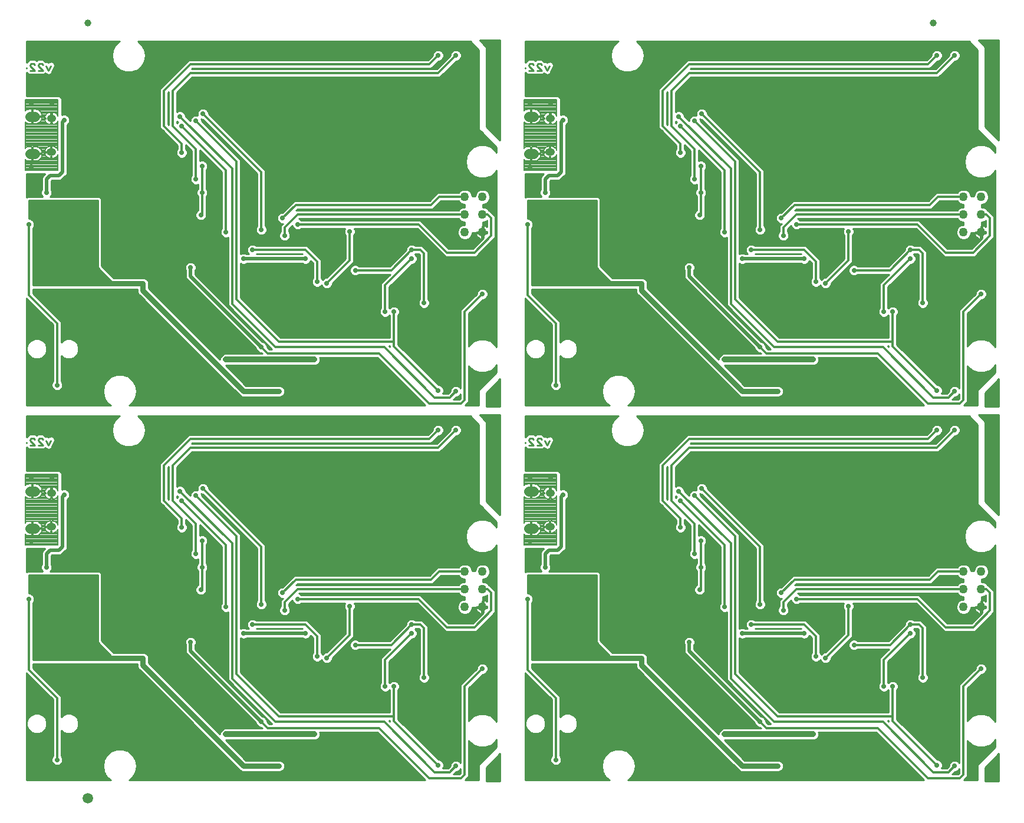
<source format=gbl>
G75*
%MOIN*%
%OFA0B0*%
%FSLAX25Y25*%
%IPPOS*%
%LPD*%
%AMOC8*
5,1,8,0,0,1.08239X$1,22.5*
%
%ADD10C,0.01000*%
%ADD11C,0.05000*%
%ADD12C,0.03937*%
%ADD13C,0.05512*%
%ADD14C,0.03937*%
%ADD15C,0.05906*%
%ADD16C,0.02900*%
%ADD17C,0.01200*%
%ADD18C,0.03000*%
%ADD19C,0.02000*%
%ADD20C,0.03200*%
%ADD21C,0.00800*%
D10*
X0040850Y0030850D02*
X0040850Y0091397D01*
X0041297Y0090950D01*
X0055950Y0076297D01*
X0055950Y0044405D01*
X0055580Y0044034D01*
X0055100Y0042877D01*
X0055100Y0041623D01*
X0055580Y0040466D01*
X0056466Y0039580D01*
X0057623Y0039100D01*
X0058877Y0039100D01*
X0060034Y0039580D01*
X0060920Y0040466D01*
X0061400Y0041623D01*
X0061400Y0042877D01*
X0060920Y0044034D01*
X0060550Y0044405D01*
X0060550Y0058889D01*
X0061521Y0057918D01*
X0063616Y0057050D01*
X0065884Y0057050D01*
X0067979Y0057918D01*
X0069582Y0059521D01*
X0070450Y0061616D01*
X0070450Y0063884D01*
X0069582Y0065979D01*
X0067979Y0067582D01*
X0065884Y0068450D01*
X0063616Y0068450D01*
X0061521Y0067582D01*
X0060550Y0066611D01*
X0060550Y0078203D01*
X0044550Y0094203D01*
X0044550Y0096550D01*
X0103550Y0096550D01*
X0103550Y0095113D01*
X0104037Y0093937D01*
X0104937Y0093037D01*
X0131937Y0066037D01*
X0131937Y0066037D01*
X0161037Y0036937D01*
X0161937Y0036037D01*
X0163113Y0035550D01*
X0184387Y0035550D01*
X0185563Y0036037D01*
X0186463Y0036937D01*
X0186950Y0038113D01*
X0186950Y0039387D01*
X0186463Y0040563D01*
X0185563Y0041463D01*
X0184387Y0041950D01*
X0165075Y0041950D01*
X0153627Y0053399D01*
X0204355Y0053399D01*
X0205568Y0053901D01*
X0206496Y0054830D01*
X0206999Y0056042D01*
X0206999Y0057355D01*
X0206752Y0057950D01*
X0239297Y0057950D01*
X0266397Y0030850D01*
X0098959Y0030850D01*
X0101062Y0032615D01*
X0102719Y0035485D01*
X0102719Y0035485D01*
X0103295Y0038750D01*
X0102719Y0042015D01*
X0101062Y0044885D01*
X0101062Y0044885D01*
X0098523Y0047016D01*
X0098522Y0047016D01*
X0095407Y0048150D01*
X0092093Y0048150D01*
X0088977Y0047016D01*
X0086438Y0044885D01*
X0084781Y0042015D01*
X0084205Y0038750D01*
X0084205Y0038750D01*
X0084781Y0035485D01*
X0086438Y0032615D01*
X0086438Y0032615D01*
X0088541Y0030850D01*
X0040850Y0030850D01*
X0040850Y0031746D02*
X0087474Y0031746D01*
X0086363Y0032744D02*
X0040850Y0032744D01*
X0040850Y0033743D02*
X0085787Y0033743D01*
X0085210Y0034741D02*
X0040850Y0034741D01*
X0040850Y0035740D02*
X0084736Y0035740D01*
X0084781Y0035485D02*
X0084781Y0035485D01*
X0084560Y0036738D02*
X0040850Y0036738D01*
X0040850Y0037737D02*
X0084384Y0037737D01*
X0084208Y0038735D02*
X0040850Y0038735D01*
X0040850Y0039734D02*
X0056312Y0039734D01*
X0055469Y0040732D02*
X0040850Y0040732D01*
X0040850Y0041731D02*
X0055100Y0041731D01*
X0055100Y0042729D02*
X0040850Y0042729D01*
X0040850Y0043728D02*
X0055453Y0043728D01*
X0055950Y0044726D02*
X0040850Y0044726D01*
X0040850Y0045725D02*
X0055950Y0045725D01*
X0055950Y0046723D02*
X0040850Y0046723D01*
X0040850Y0047722D02*
X0055950Y0047722D01*
X0055950Y0048720D02*
X0040850Y0048720D01*
X0040850Y0049719D02*
X0055950Y0049719D01*
X0055950Y0050717D02*
X0040850Y0050717D01*
X0040850Y0051716D02*
X0055950Y0051716D01*
X0055950Y0052714D02*
X0040850Y0052714D01*
X0040850Y0053713D02*
X0055950Y0053713D01*
X0055950Y0054711D02*
X0040850Y0054711D01*
X0040850Y0055710D02*
X0055950Y0055710D01*
X0055950Y0056708D02*
X0040850Y0056708D01*
X0040850Y0057707D02*
X0044030Y0057707D01*
X0043521Y0057918D02*
X0045616Y0057050D01*
X0047884Y0057050D01*
X0049979Y0057918D01*
X0051582Y0059521D01*
X0052450Y0061616D01*
X0052450Y0063884D01*
X0051582Y0065979D01*
X0049979Y0067582D01*
X0047884Y0068450D01*
X0045616Y0068450D01*
X0043521Y0067582D01*
X0041918Y0065979D01*
X0041050Y0063884D01*
X0041050Y0061616D01*
X0041918Y0059521D01*
X0043521Y0057918D01*
X0042734Y0058705D02*
X0040850Y0058705D01*
X0040850Y0059704D02*
X0041842Y0059704D01*
X0041429Y0060702D02*
X0040850Y0060702D01*
X0040850Y0061701D02*
X0041050Y0061701D01*
X0041050Y0062699D02*
X0040850Y0062699D01*
X0040850Y0063698D02*
X0041050Y0063698D01*
X0040850Y0064696D02*
X0041387Y0064696D01*
X0041800Y0065695D02*
X0040850Y0065695D01*
X0040850Y0066693D02*
X0042632Y0066693D01*
X0043786Y0067692D02*
X0040850Y0067692D01*
X0040850Y0068690D02*
X0055950Y0068690D01*
X0055950Y0067692D02*
X0049714Y0067692D01*
X0050868Y0066693D02*
X0055950Y0066693D01*
X0055950Y0065695D02*
X0051700Y0065695D01*
X0052113Y0064696D02*
X0055950Y0064696D01*
X0055950Y0063698D02*
X0052450Y0063698D01*
X0052450Y0062699D02*
X0055950Y0062699D01*
X0055950Y0061701D02*
X0052450Y0061701D01*
X0052071Y0060702D02*
X0055950Y0060702D01*
X0055950Y0059704D02*
X0051658Y0059704D01*
X0050766Y0058705D02*
X0055950Y0058705D01*
X0055950Y0057707D02*
X0049470Y0057707D01*
X0060550Y0057707D02*
X0062030Y0057707D01*
X0060734Y0058705D02*
X0060550Y0058705D01*
X0060550Y0056708D02*
X0141266Y0056708D01*
X0142265Y0055710D02*
X0060550Y0055710D01*
X0060550Y0054711D02*
X0143263Y0054711D01*
X0144262Y0053713D02*
X0060550Y0053713D01*
X0060550Y0052714D02*
X0145260Y0052714D01*
X0146259Y0051716D02*
X0060550Y0051716D01*
X0060550Y0050717D02*
X0147257Y0050717D01*
X0148256Y0049719D02*
X0060550Y0049719D01*
X0060550Y0048720D02*
X0149254Y0048720D01*
X0150253Y0047722D02*
X0096584Y0047722D01*
X0098872Y0046723D02*
X0151251Y0046723D01*
X0152250Y0045725D02*
X0100062Y0045725D01*
X0101154Y0044726D02*
X0153248Y0044726D01*
X0154247Y0043728D02*
X0101730Y0043728D01*
X0102307Y0042729D02*
X0155245Y0042729D01*
X0156244Y0041731D02*
X0102769Y0041731D01*
X0102719Y0042015D02*
X0102719Y0042015D01*
X0102945Y0040732D02*
X0157242Y0040732D01*
X0158241Y0039734D02*
X0103122Y0039734D01*
X0103295Y0038750D02*
X0103295Y0038750D01*
X0103292Y0038735D02*
X0159239Y0038735D01*
X0160238Y0037737D02*
X0103116Y0037737D01*
X0102940Y0036738D02*
X0161236Y0036738D01*
X0161037Y0036937D02*
X0161037Y0036937D01*
X0162656Y0035740D02*
X0102764Y0035740D01*
X0102290Y0034741D02*
X0262506Y0034741D01*
X0261508Y0035740D02*
X0184844Y0035740D01*
X0186264Y0036738D02*
X0260509Y0036738D01*
X0259511Y0037737D02*
X0186794Y0037737D01*
X0186950Y0038735D02*
X0258512Y0038735D01*
X0257514Y0039734D02*
X0186806Y0039734D01*
X0186293Y0040732D02*
X0256515Y0040732D01*
X0255517Y0041731D02*
X0184916Y0041731D01*
X0205113Y0053713D02*
X0243535Y0053713D01*
X0244533Y0052714D02*
X0154311Y0052714D01*
X0155310Y0051716D02*
X0245532Y0051716D01*
X0246530Y0050717D02*
X0156308Y0050717D01*
X0157307Y0049719D02*
X0247529Y0049719D01*
X0248527Y0048720D02*
X0158305Y0048720D01*
X0159304Y0047722D02*
X0249526Y0047722D01*
X0250524Y0046723D02*
X0160302Y0046723D01*
X0161301Y0045725D02*
X0251523Y0045725D01*
X0252521Y0044726D02*
X0162299Y0044726D01*
X0163298Y0043728D02*
X0253520Y0043728D01*
X0254518Y0042729D02*
X0164296Y0042729D01*
X0150399Y0056627D02*
X0136463Y0070563D01*
X0109950Y0097075D01*
X0109950Y0100387D01*
X0109463Y0101563D01*
X0108563Y0102463D01*
X0107387Y0102950D01*
X0090161Y0102950D01*
X0089661Y0103450D01*
X0083450Y0109661D01*
X0083450Y0147661D01*
X0082161Y0148950D01*
X0054405Y0148950D01*
X0054920Y0149466D01*
X0055400Y0150623D01*
X0055400Y0151877D01*
X0054950Y0152963D01*
X0054950Y0157632D01*
X0055368Y0158050D01*
X0059787Y0158050D01*
X0060779Y0158461D01*
X0062779Y0160461D01*
X0063539Y0161221D01*
X0063950Y0162213D01*
X0063950Y0189545D01*
X0064034Y0189580D01*
X0064920Y0190466D01*
X0065400Y0191623D01*
X0065400Y0192877D01*
X0064920Y0194034D01*
X0064034Y0194920D01*
X0062877Y0195400D01*
X0061623Y0195400D01*
X0060850Y0195080D01*
X0060850Y0204620D01*
X0059620Y0205850D01*
X0040850Y0205850D01*
X0040850Y0219162D01*
X0041962Y0218050D01*
X0046453Y0218050D01*
X0046510Y0218106D01*
X0046566Y0218050D01*
X0051057Y0218050D01*
X0051670Y0218663D01*
X0051776Y0218610D01*
X0051855Y0218451D01*
X0052572Y0218212D01*
X0053247Y0217875D01*
X0053416Y0217931D01*
X0053584Y0217875D01*
X0054260Y0218212D01*
X0054976Y0218451D01*
X0055055Y0218610D01*
X0055214Y0218690D01*
X0055453Y0219406D01*
X0057125Y0222750D01*
X0056549Y0224479D01*
X0054919Y0225294D01*
X0053416Y0224793D01*
X0051912Y0225294D01*
X0051670Y0225173D01*
X0050390Y0226453D01*
X0047233Y0226453D01*
X0046510Y0225730D01*
X0045786Y0226453D01*
X0042629Y0226453D01*
X0041340Y0225165D01*
X0040850Y0224674D01*
X0040850Y0236650D01*
X0093541Y0236650D01*
X0091438Y0234885D01*
X0089781Y0232015D01*
X0089205Y0228750D01*
X0089205Y0228750D01*
X0089781Y0225485D01*
X0091438Y0222615D01*
X0091438Y0222615D01*
X0093977Y0220484D01*
X0093977Y0220484D01*
X0097093Y0219350D01*
X0100407Y0219350D01*
X0103522Y0220484D01*
X0103523Y0220484D01*
X0106062Y0222615D01*
X0107719Y0225485D01*
X0107719Y0225485D01*
X0108295Y0228750D01*
X0107719Y0232015D01*
X0106062Y0234885D01*
X0106062Y0234885D01*
X0103959Y0236650D01*
X0291880Y0236650D01*
X0296650Y0231880D01*
X0296650Y0186880D01*
X0297880Y0185650D01*
X0297880Y0185650D01*
X0306650Y0176880D01*
X0306650Y0173867D01*
X0306062Y0174885D01*
X0306062Y0174885D01*
X0303523Y0177016D01*
X0303522Y0177016D01*
X0300407Y0178150D01*
X0297093Y0178150D01*
X0293977Y0177016D01*
X0291438Y0174885D01*
X0289781Y0172015D01*
X0289205Y0168750D01*
X0289205Y0168750D01*
X0289781Y0165485D01*
X0291438Y0162615D01*
X0291438Y0162615D01*
X0293977Y0160484D01*
X0293977Y0160484D01*
X0297093Y0159350D01*
X0300407Y0159350D01*
X0303522Y0160484D01*
X0303523Y0160484D01*
X0306062Y0162615D01*
X0306650Y0163633D01*
X0306650Y0063867D01*
X0306062Y0064885D01*
X0306062Y0064885D01*
X0303523Y0067016D01*
X0303522Y0067016D01*
X0300407Y0068150D01*
X0297093Y0068150D01*
X0293977Y0067016D01*
X0291438Y0064885D01*
X0291050Y0064213D01*
X0291050Y0082797D01*
X0298853Y0090600D01*
X0299377Y0090600D01*
X0300534Y0091080D01*
X0301420Y0091966D01*
X0301900Y0093123D01*
X0301900Y0094377D01*
X0301420Y0095534D01*
X0300534Y0096420D01*
X0299377Y0096900D01*
X0298123Y0096900D01*
X0296966Y0096420D01*
X0296080Y0095534D01*
X0295600Y0094377D01*
X0295600Y0093853D01*
X0286450Y0084703D01*
X0286450Y0040463D01*
X0286420Y0040534D01*
X0285534Y0041420D01*
X0284377Y0041900D01*
X0283123Y0041900D01*
X0281966Y0041420D01*
X0281080Y0040534D01*
X0280600Y0039377D01*
X0280600Y0038853D01*
X0279297Y0037550D01*
X0276455Y0037550D01*
X0276900Y0038623D01*
X0276900Y0039877D01*
X0276420Y0041034D01*
X0275534Y0041920D01*
X0274377Y0042400D01*
X0273853Y0042400D01*
X0251050Y0065203D01*
X0251050Y0081595D01*
X0251420Y0081966D01*
X0251900Y0083123D01*
X0251900Y0084377D01*
X0251420Y0085534D01*
X0250534Y0086420D01*
X0249377Y0086900D01*
X0248123Y0086900D01*
X0246966Y0086420D01*
X0246250Y0085705D01*
X0246050Y0085905D01*
X0246050Y0097797D01*
X0258853Y0110600D01*
X0259377Y0110600D01*
X0260534Y0111080D01*
X0261420Y0111966D01*
X0261900Y0113123D01*
X0261900Y0114377D01*
X0261420Y0115534D01*
X0260705Y0116250D01*
X0260905Y0116450D01*
X0262797Y0116450D01*
X0263450Y0115797D01*
X0263450Y0090905D01*
X0263080Y0090534D01*
X0262600Y0089377D01*
X0262600Y0088123D01*
X0263080Y0086966D01*
X0263966Y0086080D01*
X0265123Y0085600D01*
X0266377Y0085600D01*
X0267534Y0086080D01*
X0268420Y0086966D01*
X0268900Y0088123D01*
X0268900Y0089377D01*
X0268420Y0090534D01*
X0268050Y0090905D01*
X0268050Y0117703D01*
X0266050Y0119703D01*
X0264703Y0121050D01*
X0260905Y0121050D01*
X0260534Y0121420D01*
X0259377Y0121900D01*
X0258123Y0121900D01*
X0256966Y0121420D01*
X0256080Y0120534D01*
X0255600Y0119377D01*
X0255600Y0118853D01*
X0246223Y0109475D01*
X0228980Y0109475D01*
X0228609Y0109846D01*
X0227451Y0110325D01*
X0226198Y0110325D01*
X0225040Y0109846D01*
X0224154Y0108960D01*
X0223675Y0107802D01*
X0223675Y0106549D01*
X0224154Y0105391D01*
X0225040Y0104505D01*
X0226198Y0104025D01*
X0227451Y0104025D01*
X0228609Y0104505D01*
X0228980Y0104875D01*
X0246623Y0104875D01*
X0241450Y0099703D01*
X0241450Y0085905D01*
X0241080Y0085534D01*
X0240600Y0084377D01*
X0240600Y0083123D01*
X0241080Y0081966D01*
X0241966Y0081080D01*
X0243123Y0080600D01*
X0244377Y0080600D01*
X0245534Y0081080D01*
X0246250Y0081795D01*
X0246450Y0081595D01*
X0246450Y0069050D01*
X0184703Y0069050D01*
X0162050Y0091703D01*
X0162050Y0111045D01*
X0163123Y0110600D01*
X0164377Y0110600D01*
X0165463Y0111050D01*
X0197037Y0111050D01*
X0198123Y0110600D01*
X0199377Y0110600D01*
X0200534Y0111080D01*
X0201420Y0111966D01*
X0201673Y0112575D01*
X0203025Y0111223D01*
X0203025Y0102830D01*
X0202654Y0102460D01*
X0202175Y0101302D01*
X0202175Y0100049D01*
X0202654Y0098891D01*
X0203540Y0098005D01*
X0204698Y0097525D01*
X0205951Y0097525D01*
X0207109Y0098005D01*
X0207821Y0098716D01*
X0208080Y0098092D01*
X0208966Y0097206D01*
X0210123Y0096726D01*
X0211377Y0096726D01*
X0212534Y0097206D01*
X0213420Y0098092D01*
X0213900Y0099249D01*
X0213900Y0099773D01*
X0224703Y0110576D01*
X0226050Y0111923D01*
X0226050Y0127095D01*
X0226420Y0127466D01*
X0226900Y0128623D01*
X0226900Y0129877D01*
X0226455Y0130950D01*
X0261797Y0130950D01*
X0277797Y0114950D01*
X0295203Y0114950D01*
X0306050Y0125797D01*
X0306050Y0137703D01*
X0304703Y0139050D01*
X0302703Y0141050D01*
X0302343Y0141050D01*
X0302311Y0141129D01*
X0301129Y0142311D01*
X0299585Y0142950D01*
X0298993Y0142950D01*
X0298993Y0144550D01*
X0299585Y0144550D01*
X0301129Y0145189D01*
X0302311Y0146371D01*
X0302950Y0147915D01*
X0302950Y0149585D01*
X0302311Y0151129D01*
X0301129Y0152311D01*
X0299585Y0152950D01*
X0297915Y0152950D01*
X0296371Y0152311D01*
X0295189Y0151129D01*
X0294550Y0149585D01*
X0294550Y0148993D01*
X0292950Y0148993D01*
X0292950Y0149585D01*
X0292311Y0151129D01*
X0291129Y0152311D01*
X0289585Y0152950D01*
X0287915Y0152950D01*
X0286371Y0152311D01*
X0285189Y0151129D01*
X0285157Y0151050D01*
X0273297Y0151050D01*
X0271950Y0149703D01*
X0268797Y0146550D01*
X0192297Y0146550D01*
X0185647Y0139900D01*
X0185123Y0139900D01*
X0183966Y0139420D01*
X0183080Y0138534D01*
X0182600Y0137377D01*
X0182600Y0136123D01*
X0183080Y0134966D01*
X0183966Y0134080D01*
X0185123Y0133600D01*
X0185847Y0133600D01*
X0184550Y0132303D01*
X0184550Y0129005D01*
X0184180Y0128634D01*
X0183700Y0127477D01*
X0183700Y0126223D01*
X0184180Y0125066D01*
X0185066Y0124180D01*
X0186223Y0123700D01*
X0187477Y0123700D01*
X0188634Y0124180D01*
X0189520Y0125066D01*
X0190000Y0126223D01*
X0190000Y0127477D01*
X0189520Y0128634D01*
X0189150Y0129005D01*
X0189150Y0130397D01*
X0191181Y0132428D01*
X0191580Y0131466D01*
X0192466Y0130580D01*
X0193623Y0130100D01*
X0194877Y0130100D01*
X0196034Y0130580D01*
X0196405Y0130950D01*
X0221045Y0130950D01*
X0220600Y0129877D01*
X0220600Y0128623D01*
X0221080Y0127466D01*
X0221450Y0127095D01*
X0221450Y0113829D01*
X0210647Y0103026D01*
X0210123Y0103026D01*
X0208966Y0102546D01*
X0208254Y0101835D01*
X0207995Y0102460D01*
X0207625Y0102830D01*
X0207625Y0113128D01*
X0201050Y0119703D01*
X0199703Y0121050D01*
X0170905Y0121050D01*
X0170534Y0121420D01*
X0169377Y0121900D01*
X0168123Y0121900D01*
X0166966Y0121420D01*
X0166080Y0120534D01*
X0165600Y0119377D01*
X0165600Y0118123D01*
X0166080Y0116966D01*
X0166595Y0116450D01*
X0165463Y0116450D01*
X0164377Y0116900D01*
X0163123Y0116900D01*
X0162050Y0116455D01*
X0162050Y0169703D01*
X0139900Y0191853D01*
X0139900Y0192377D01*
X0139742Y0192758D01*
X0140123Y0192600D01*
X0140647Y0192600D01*
X0171450Y0161797D01*
X0171450Y0132405D01*
X0171080Y0132034D01*
X0170600Y0130877D01*
X0170600Y0129623D01*
X0171080Y0128466D01*
X0171966Y0127580D01*
X0173123Y0127100D01*
X0174377Y0127100D01*
X0175534Y0127580D01*
X0176420Y0128466D01*
X0176900Y0129623D01*
X0176900Y0130877D01*
X0176420Y0132034D01*
X0176050Y0132405D01*
X0176050Y0163703D01*
X0174703Y0165050D01*
X0143900Y0195853D01*
X0143900Y0196377D01*
X0143420Y0197534D01*
X0142534Y0198420D01*
X0141377Y0198900D01*
X0140123Y0198900D01*
X0138966Y0198420D01*
X0138080Y0197534D01*
X0137600Y0196377D01*
X0137600Y0195123D01*
X0137758Y0194742D01*
X0137377Y0194900D01*
X0136123Y0194900D01*
X0134966Y0194420D01*
X0134080Y0193534D01*
X0133600Y0192377D01*
X0133600Y0191653D01*
X0130900Y0194353D01*
X0130900Y0194877D01*
X0130420Y0196034D01*
X0129534Y0196920D01*
X0128377Y0197400D01*
X0127123Y0197400D01*
X0126050Y0196955D01*
X0126050Y0207797D01*
X0134703Y0216450D01*
X0274703Y0216450D01*
X0283853Y0225600D01*
X0284377Y0225600D01*
X0285534Y0226080D01*
X0286420Y0226966D01*
X0286900Y0228123D01*
X0286900Y0229377D01*
X0286420Y0230534D01*
X0285534Y0231420D01*
X0284377Y0231900D01*
X0283123Y0231900D01*
X0281966Y0231420D01*
X0281080Y0230534D01*
X0280600Y0229377D01*
X0280600Y0228853D01*
X0272797Y0221050D01*
X0134303Y0221050D01*
X0134703Y0221450D01*
X0269703Y0221450D01*
X0273853Y0225600D01*
X0274377Y0225600D01*
X0275534Y0226080D01*
X0276420Y0226966D01*
X0276900Y0228123D01*
X0276900Y0229377D01*
X0276420Y0230534D01*
X0275534Y0231420D01*
X0274377Y0231900D01*
X0273123Y0231900D01*
X0271966Y0231420D01*
X0271080Y0230534D01*
X0270600Y0229377D01*
X0270600Y0228853D01*
X0267797Y0226050D01*
X0132797Y0226050D01*
X0131450Y0224703D01*
X0116450Y0209703D01*
X0116450Y0187797D01*
X0117797Y0186450D01*
X0126450Y0177797D01*
X0126450Y0175905D01*
X0126080Y0175534D01*
X0125600Y0174377D01*
X0125600Y0173123D01*
X0126080Y0171966D01*
X0126966Y0171080D01*
X0128123Y0170600D01*
X0129377Y0170600D01*
X0130534Y0171080D01*
X0131420Y0171966D01*
X0131900Y0173123D01*
X0131900Y0174377D01*
X0131420Y0175534D01*
X0131050Y0175905D01*
X0131050Y0178197D01*
X0134450Y0174797D01*
X0134450Y0160905D01*
X0134080Y0160534D01*
X0133600Y0159377D01*
X0133600Y0158123D01*
X0134080Y0156966D01*
X0134966Y0156080D01*
X0136123Y0155600D01*
X0137377Y0155600D01*
X0137950Y0155838D01*
X0137950Y0153405D01*
X0137580Y0153034D01*
X0137100Y0151877D01*
X0137100Y0150623D01*
X0137580Y0149466D01*
X0137950Y0149095D01*
X0137950Y0141267D01*
X0137716Y0141170D01*
X0136830Y0140284D01*
X0136350Y0139127D01*
X0136350Y0137873D01*
X0136830Y0136716D01*
X0137716Y0135830D01*
X0138873Y0135350D01*
X0140127Y0135350D01*
X0141284Y0135830D01*
X0142170Y0136716D01*
X0142650Y0137873D01*
X0142650Y0139127D01*
X0142550Y0139368D01*
X0142550Y0149095D01*
X0142920Y0149466D01*
X0143400Y0150623D01*
X0143400Y0151877D01*
X0142920Y0153034D01*
X0142550Y0153405D01*
X0142550Y0164095D01*
X0142920Y0164466D01*
X0143400Y0165623D01*
X0143400Y0166877D01*
X0142920Y0168034D01*
X0142034Y0168920D01*
X0140877Y0169400D01*
X0139623Y0169400D01*
X0139050Y0169162D01*
X0139050Y0175197D01*
X0151450Y0162797D01*
X0151450Y0130905D01*
X0151080Y0130534D01*
X0150600Y0129377D01*
X0150600Y0128123D01*
X0151080Y0126966D01*
X0151966Y0126080D01*
X0153123Y0125600D01*
X0154377Y0125600D01*
X0154950Y0125838D01*
X0154950Y0087297D01*
X0179450Y0062797D01*
X0179697Y0062550D01*
X0178203Y0062550D01*
X0176900Y0063853D01*
X0176900Y0064377D01*
X0176420Y0065534D01*
X0175534Y0066420D01*
X0174448Y0066870D01*
X0136450Y0104868D01*
X0136450Y0107037D01*
X0136900Y0108123D01*
X0136900Y0109377D01*
X0136420Y0110534D01*
X0135534Y0111420D01*
X0134377Y0111900D01*
X0133123Y0111900D01*
X0131966Y0111420D01*
X0131080Y0110534D01*
X0130600Y0109377D01*
X0130600Y0108123D01*
X0131050Y0107037D01*
X0131050Y0103213D01*
X0131461Y0102221D01*
X0170630Y0063052D01*
X0171080Y0061966D01*
X0171966Y0061080D01*
X0173123Y0060600D01*
X0173647Y0060600D01*
X0174249Y0059999D01*
X0153042Y0059999D01*
X0151830Y0059496D01*
X0150901Y0058568D01*
X0150399Y0057355D01*
X0150399Y0056627D01*
X0150399Y0056708D02*
X0150317Y0056708D01*
X0150544Y0057707D02*
X0149319Y0057707D01*
X0148320Y0058705D02*
X0151038Y0058705D01*
X0152330Y0059704D02*
X0147322Y0059704D01*
X0146323Y0060702D02*
X0172876Y0060702D01*
X0171344Y0061701D02*
X0145325Y0061701D01*
X0144326Y0062699D02*
X0170776Y0062699D01*
X0169984Y0063698D02*
X0143328Y0063698D01*
X0142329Y0064696D02*
X0168985Y0064696D01*
X0167987Y0065695D02*
X0141331Y0065695D01*
X0140332Y0066693D02*
X0166988Y0066693D01*
X0165990Y0067692D02*
X0139334Y0067692D01*
X0138335Y0068690D02*
X0164991Y0068690D01*
X0163993Y0069689D02*
X0137336Y0069689D01*
X0136463Y0070563D02*
X0136463Y0070563D01*
X0136338Y0070687D02*
X0162994Y0070687D01*
X0161996Y0071686D02*
X0135339Y0071686D01*
X0134341Y0072684D02*
X0160997Y0072684D01*
X0159999Y0073683D02*
X0133342Y0073683D01*
X0132344Y0074682D02*
X0159000Y0074682D01*
X0158002Y0075680D02*
X0131345Y0075680D01*
X0130347Y0076679D02*
X0157003Y0076679D01*
X0156005Y0077677D02*
X0129348Y0077677D01*
X0128350Y0078676D02*
X0155006Y0078676D01*
X0154008Y0079674D02*
X0127351Y0079674D01*
X0126353Y0080673D02*
X0153009Y0080673D01*
X0152011Y0081671D02*
X0125354Y0081671D01*
X0124356Y0082670D02*
X0151012Y0082670D01*
X0150013Y0083668D02*
X0123357Y0083668D01*
X0122359Y0084667D02*
X0149015Y0084667D01*
X0148016Y0085665D02*
X0121360Y0085665D01*
X0120362Y0086664D02*
X0147018Y0086664D01*
X0146019Y0087662D02*
X0119363Y0087662D01*
X0118365Y0088661D02*
X0145021Y0088661D01*
X0144022Y0089659D02*
X0117366Y0089659D01*
X0116368Y0090658D02*
X0143024Y0090658D01*
X0142025Y0091656D02*
X0115369Y0091656D01*
X0114371Y0092655D02*
X0141027Y0092655D01*
X0140028Y0093653D02*
X0113372Y0093653D01*
X0112374Y0094652D02*
X0139030Y0094652D01*
X0138031Y0095650D02*
X0111375Y0095650D01*
X0110377Y0096649D02*
X0137033Y0096649D01*
X0136034Y0097647D02*
X0109950Y0097647D01*
X0109950Y0098646D02*
X0135036Y0098646D01*
X0134037Y0099644D02*
X0109950Y0099644D01*
X0109844Y0100643D02*
X0133039Y0100643D01*
X0132040Y0101641D02*
X0109384Y0101641D01*
X0108135Y0102640D02*
X0131287Y0102640D01*
X0131050Y0103638D02*
X0089473Y0103638D01*
X0088474Y0104637D02*
X0131050Y0104637D01*
X0131050Y0105635D02*
X0087476Y0105635D01*
X0086477Y0106634D02*
X0131050Y0106634D01*
X0130803Y0107632D02*
X0085479Y0107632D01*
X0084480Y0108631D02*
X0130600Y0108631D01*
X0130705Y0109629D02*
X0083482Y0109629D01*
X0083450Y0110628D02*
X0131173Y0110628D01*
X0132463Y0111626D02*
X0083450Y0111626D01*
X0083450Y0112625D02*
X0154950Y0112625D01*
X0154950Y0113623D02*
X0083450Y0113623D01*
X0083450Y0114622D02*
X0154950Y0114622D01*
X0154950Y0115620D02*
X0083450Y0115620D01*
X0083450Y0116619D02*
X0154950Y0116619D01*
X0154950Y0117618D02*
X0083450Y0117618D01*
X0083450Y0118616D02*
X0154950Y0118616D01*
X0154950Y0119615D02*
X0083450Y0119615D01*
X0083450Y0120613D02*
X0154950Y0120613D01*
X0154950Y0121612D02*
X0083450Y0121612D01*
X0083450Y0122610D02*
X0154950Y0122610D01*
X0154950Y0123609D02*
X0083450Y0123609D01*
X0083450Y0124607D02*
X0154950Y0124607D01*
X0154950Y0125606D02*
X0154390Y0125606D01*
X0153110Y0125606D02*
X0083450Y0125606D01*
X0083450Y0126604D02*
X0151441Y0126604D01*
X0150816Y0127603D02*
X0083450Y0127603D01*
X0083450Y0128601D02*
X0150600Y0128601D01*
X0150692Y0129600D02*
X0083450Y0129600D01*
X0083450Y0130598D02*
X0151143Y0130598D01*
X0151450Y0131597D02*
X0083450Y0131597D01*
X0083450Y0132595D02*
X0151450Y0132595D01*
X0151450Y0133594D02*
X0083450Y0133594D01*
X0083450Y0134592D02*
X0151450Y0134592D01*
X0151450Y0135591D02*
X0140708Y0135591D01*
X0142044Y0136589D02*
X0151450Y0136589D01*
X0151450Y0137588D02*
X0142532Y0137588D01*
X0142650Y0138586D02*
X0151450Y0138586D01*
X0151450Y0139585D02*
X0142550Y0139585D01*
X0142550Y0140583D02*
X0151450Y0140583D01*
X0151450Y0141582D02*
X0142550Y0141582D01*
X0142550Y0142580D02*
X0151450Y0142580D01*
X0151450Y0143579D02*
X0142550Y0143579D01*
X0142550Y0144577D02*
X0151450Y0144577D01*
X0151450Y0145576D02*
X0142550Y0145576D01*
X0142550Y0146574D02*
X0151450Y0146574D01*
X0151450Y0147573D02*
X0142550Y0147573D01*
X0142550Y0148571D02*
X0151450Y0148571D01*
X0151450Y0149570D02*
X0142964Y0149570D01*
X0143377Y0150568D02*
X0151450Y0150568D01*
X0151450Y0151567D02*
X0143400Y0151567D01*
X0143115Y0152565D02*
X0151450Y0152565D01*
X0151450Y0153564D02*
X0142550Y0153564D01*
X0142550Y0154562D02*
X0151450Y0154562D01*
X0151450Y0155561D02*
X0142550Y0155561D01*
X0142550Y0156559D02*
X0151450Y0156559D01*
X0151450Y0157558D02*
X0142550Y0157558D01*
X0142550Y0158556D02*
X0151450Y0158556D01*
X0151450Y0159555D02*
X0142550Y0159555D01*
X0142550Y0160553D02*
X0151450Y0160553D01*
X0151450Y0161552D02*
X0142550Y0161552D01*
X0142550Y0162551D02*
X0151450Y0162551D01*
X0150698Y0163549D02*
X0142550Y0163549D01*
X0142954Y0164548D02*
X0149700Y0164548D01*
X0148701Y0165546D02*
X0143368Y0165546D01*
X0143400Y0166545D02*
X0147703Y0166545D01*
X0146704Y0167543D02*
X0143124Y0167543D01*
X0142413Y0168542D02*
X0145706Y0168542D01*
X0144707Y0169540D02*
X0139050Y0169540D01*
X0139050Y0170539D02*
X0143709Y0170539D01*
X0142710Y0171537D02*
X0139050Y0171537D01*
X0139050Y0172536D02*
X0141712Y0172536D01*
X0140713Y0173534D02*
X0139050Y0173534D01*
X0139050Y0174533D02*
X0139715Y0174533D01*
X0134450Y0174533D02*
X0131835Y0174533D01*
X0131900Y0173534D02*
X0134450Y0173534D01*
X0134450Y0172536D02*
X0131657Y0172536D01*
X0130992Y0171537D02*
X0134450Y0171537D01*
X0134450Y0170539D02*
X0063950Y0170539D01*
X0063950Y0171537D02*
X0126508Y0171537D01*
X0125843Y0172536D02*
X0063950Y0172536D01*
X0063950Y0173534D02*
X0125600Y0173534D01*
X0125665Y0174533D02*
X0063950Y0174533D01*
X0063950Y0175531D02*
X0126078Y0175531D01*
X0126450Y0176530D02*
X0063950Y0176530D01*
X0063950Y0177528D02*
X0126450Y0177528D01*
X0125721Y0178527D02*
X0063950Y0178527D01*
X0063950Y0179525D02*
X0124722Y0179525D01*
X0123724Y0180524D02*
X0063950Y0180524D01*
X0063950Y0181522D02*
X0122725Y0181522D01*
X0121727Y0182521D02*
X0063950Y0182521D01*
X0063950Y0183519D02*
X0120728Y0183519D01*
X0119730Y0184518D02*
X0063950Y0184518D01*
X0063950Y0185516D02*
X0118731Y0185516D01*
X0117733Y0186515D02*
X0063950Y0186515D01*
X0063950Y0187513D02*
X0116734Y0187513D01*
X0116450Y0188512D02*
X0063950Y0188512D01*
X0063950Y0189510D02*
X0116450Y0189510D01*
X0116450Y0190509D02*
X0064938Y0190509D01*
X0065352Y0191507D02*
X0116450Y0191507D01*
X0116450Y0192506D02*
X0065400Y0192506D01*
X0065140Y0193504D02*
X0116450Y0193504D01*
X0116450Y0194503D02*
X0064452Y0194503D01*
X0060850Y0195501D02*
X0116450Y0195501D01*
X0116450Y0196500D02*
X0060850Y0196500D01*
X0060850Y0197498D02*
X0116450Y0197498D01*
X0116450Y0198497D02*
X0060850Y0198497D01*
X0060850Y0199495D02*
X0116450Y0199495D01*
X0116450Y0200494D02*
X0060850Y0200494D01*
X0060850Y0201492D02*
X0116450Y0201492D01*
X0116450Y0202491D02*
X0060850Y0202491D01*
X0060850Y0203489D02*
X0116450Y0203489D01*
X0116450Y0204488D02*
X0060850Y0204488D01*
X0059983Y0205487D02*
X0116450Y0205487D01*
X0116450Y0206485D02*
X0040850Y0206485D01*
X0040850Y0207484D02*
X0116450Y0207484D01*
X0116450Y0208482D02*
X0040850Y0208482D01*
X0040850Y0209481D02*
X0116450Y0209481D01*
X0117226Y0210479D02*
X0040850Y0210479D01*
X0040850Y0211478D02*
X0118225Y0211478D01*
X0119223Y0212476D02*
X0040850Y0212476D01*
X0040850Y0213475D02*
X0120222Y0213475D01*
X0121220Y0214473D02*
X0040850Y0214473D01*
X0040850Y0215472D02*
X0122219Y0215472D01*
X0123217Y0216470D02*
X0040850Y0216470D01*
X0040850Y0217469D02*
X0124216Y0217469D01*
X0125214Y0218467D02*
X0054984Y0218467D01*
X0055483Y0219466D02*
X0096775Y0219466D01*
X0094031Y0220464D02*
X0055982Y0220464D01*
X0056482Y0221463D02*
X0092811Y0221463D01*
X0091621Y0222461D02*
X0056981Y0222461D01*
X0056889Y0223460D02*
X0090950Y0223460D01*
X0090374Y0224458D02*
X0056556Y0224458D01*
X0054750Y0222919D02*
X0053416Y0220250D01*
X0052081Y0222919D01*
X0050146Y0223586D02*
X0049479Y0224253D01*
X0048144Y0224253D01*
X0047477Y0223586D01*
X0047477Y0222919D01*
X0050146Y0220250D01*
X0047477Y0220250D01*
X0045542Y0220250D02*
X0042873Y0222919D01*
X0042873Y0223586D01*
X0043540Y0224253D01*
X0044875Y0224253D01*
X0045542Y0223586D01*
X0045542Y0220250D02*
X0042873Y0220250D01*
X0041096Y0221584D02*
X0040850Y0221338D01*
X0040850Y0221831D01*
X0041096Y0221584D01*
X0040975Y0221463D02*
X0040850Y0221463D01*
X0040850Y0218467D02*
X0041545Y0218467D01*
X0041632Y0225457D02*
X0040850Y0225457D01*
X0040850Y0226455D02*
X0089610Y0226455D01*
X0089781Y0225485D02*
X0089781Y0225485D01*
X0089797Y0225457D02*
X0051387Y0225457D01*
X0051474Y0218467D02*
X0051847Y0218467D01*
X0040850Y0227454D02*
X0089434Y0227454D01*
X0089257Y0228452D02*
X0040850Y0228452D01*
X0040850Y0229451D02*
X0089329Y0229451D01*
X0089505Y0230449D02*
X0040850Y0230449D01*
X0040850Y0231448D02*
X0089681Y0231448D01*
X0089781Y0232015D02*
X0089781Y0232015D01*
X0090030Y0232446D02*
X0040850Y0232446D01*
X0040850Y0233445D02*
X0090606Y0233445D01*
X0091183Y0234443D02*
X0040850Y0234443D01*
X0040850Y0235442D02*
X0092101Y0235442D01*
X0091438Y0234885D02*
X0091438Y0234885D01*
X0091438Y0234885D01*
X0093291Y0236440D02*
X0040850Y0236440D01*
X0040850Y0242850D02*
X0040850Y0303397D01*
X0041297Y0302950D01*
X0055950Y0288297D01*
X0055950Y0256405D01*
X0055580Y0256034D01*
X0055100Y0254877D01*
X0055100Y0253623D01*
X0055580Y0252466D01*
X0056466Y0251580D01*
X0057623Y0251100D01*
X0058877Y0251100D01*
X0060034Y0251580D01*
X0060920Y0252466D01*
X0061400Y0253623D01*
X0061400Y0254877D01*
X0060920Y0256034D01*
X0060550Y0256405D01*
X0060550Y0270889D01*
X0061521Y0269918D01*
X0063616Y0269050D01*
X0065884Y0269050D01*
X0067979Y0269918D01*
X0069582Y0271521D01*
X0070450Y0273616D01*
X0070450Y0275884D01*
X0069582Y0277979D01*
X0067979Y0279582D01*
X0065884Y0280450D01*
X0063616Y0280450D01*
X0061521Y0279582D01*
X0060550Y0278611D01*
X0060550Y0290203D01*
X0044550Y0306203D01*
X0044550Y0308550D01*
X0103550Y0308550D01*
X0103550Y0307113D01*
X0104037Y0305937D01*
X0104937Y0305037D01*
X0104937Y0305037D01*
X0131037Y0278937D01*
X0161937Y0248037D01*
X0163113Y0247550D01*
X0184387Y0247550D01*
X0185563Y0248037D01*
X0186463Y0248937D01*
X0186950Y0250113D01*
X0186950Y0251387D01*
X0186463Y0252563D01*
X0185563Y0253463D01*
X0184387Y0253950D01*
X0165075Y0253950D01*
X0153627Y0265399D01*
X0204355Y0265399D01*
X0205568Y0265901D01*
X0206496Y0266830D01*
X0206999Y0268042D01*
X0206999Y0269355D01*
X0206752Y0269950D01*
X0239297Y0269950D01*
X0266397Y0242850D01*
X0098959Y0242850D01*
X0101062Y0244615D01*
X0102719Y0247485D01*
X0102719Y0247485D01*
X0103295Y0250750D01*
X0102719Y0254015D01*
X0101062Y0256885D01*
X0101062Y0256885D01*
X0098523Y0259016D01*
X0098522Y0259016D01*
X0095407Y0260150D01*
X0092093Y0260150D01*
X0088977Y0259016D01*
X0086438Y0256885D01*
X0084781Y0254015D01*
X0084205Y0250750D01*
X0084781Y0247485D01*
X0086438Y0244615D01*
X0086438Y0244615D01*
X0088541Y0242850D01*
X0040850Y0242850D01*
X0040850Y0243430D02*
X0087850Y0243430D01*
X0086660Y0244428D02*
X0040850Y0244428D01*
X0040850Y0245427D02*
X0085969Y0245427D01*
X0085393Y0246425D02*
X0040850Y0246425D01*
X0040850Y0247424D02*
X0084816Y0247424D01*
X0084615Y0248422D02*
X0040850Y0248422D01*
X0040850Y0249421D02*
X0084439Y0249421D01*
X0084263Y0250420D02*
X0040850Y0250420D01*
X0040850Y0251418D02*
X0056856Y0251418D01*
X0055629Y0252417D02*
X0040850Y0252417D01*
X0040850Y0253415D02*
X0055186Y0253415D01*
X0055100Y0254414D02*
X0040850Y0254414D01*
X0040850Y0255412D02*
X0055322Y0255412D01*
X0055950Y0256411D02*
X0040850Y0256411D01*
X0040850Y0257409D02*
X0055950Y0257409D01*
X0055950Y0258408D02*
X0040850Y0258408D01*
X0040850Y0259406D02*
X0055950Y0259406D01*
X0055950Y0260405D02*
X0040850Y0260405D01*
X0040850Y0261403D02*
X0055950Y0261403D01*
X0055950Y0262402D02*
X0040850Y0262402D01*
X0040850Y0263400D02*
X0055950Y0263400D01*
X0055950Y0264399D02*
X0040850Y0264399D01*
X0040850Y0265397D02*
X0055950Y0265397D01*
X0055950Y0266396D02*
X0040850Y0266396D01*
X0040850Y0267394D02*
X0055950Y0267394D01*
X0055950Y0268393D02*
X0040850Y0268393D01*
X0040850Y0269391D02*
X0044792Y0269391D01*
X0045616Y0269050D02*
X0047884Y0269050D01*
X0049979Y0269918D01*
X0051582Y0271521D01*
X0052450Y0273616D01*
X0052450Y0275884D01*
X0051582Y0277979D01*
X0049979Y0279582D01*
X0047884Y0280450D01*
X0045616Y0280450D01*
X0043521Y0279582D01*
X0041918Y0277979D01*
X0041050Y0275884D01*
X0041050Y0273616D01*
X0041918Y0271521D01*
X0043521Y0269918D01*
X0045616Y0269050D01*
X0043049Y0270390D02*
X0040850Y0270390D01*
X0040850Y0271388D02*
X0042051Y0271388D01*
X0041559Y0272387D02*
X0040850Y0272387D01*
X0040850Y0273385D02*
X0041146Y0273385D01*
X0041050Y0274384D02*
X0040850Y0274384D01*
X0040850Y0275382D02*
X0041050Y0275382D01*
X0040850Y0276381D02*
X0041256Y0276381D01*
X0040850Y0277379D02*
X0041669Y0277379D01*
X0042317Y0278378D02*
X0040850Y0278378D01*
X0040850Y0279376D02*
X0043315Y0279376D01*
X0045435Y0280375D02*
X0040850Y0280375D01*
X0040850Y0281373D02*
X0055950Y0281373D01*
X0055950Y0280375D02*
X0048065Y0280375D01*
X0050185Y0279376D02*
X0055950Y0279376D01*
X0055950Y0278378D02*
X0051183Y0278378D01*
X0051831Y0277379D02*
X0055950Y0277379D01*
X0055950Y0276381D02*
X0052244Y0276381D01*
X0052450Y0275382D02*
X0055950Y0275382D01*
X0055950Y0274384D02*
X0052450Y0274384D01*
X0052354Y0273385D02*
X0055950Y0273385D01*
X0055950Y0272387D02*
X0051941Y0272387D01*
X0051449Y0271388D02*
X0055950Y0271388D01*
X0055950Y0270390D02*
X0050451Y0270390D01*
X0048708Y0269391D02*
X0055950Y0269391D01*
X0060550Y0269391D02*
X0062792Y0269391D01*
X0061049Y0270390D02*
X0060550Y0270390D01*
X0060550Y0268393D02*
X0141582Y0268393D01*
X0140583Y0269391D02*
X0066708Y0269391D01*
X0068451Y0270390D02*
X0139585Y0270390D01*
X0138586Y0271388D02*
X0069449Y0271388D01*
X0069941Y0272387D02*
X0137588Y0272387D01*
X0136589Y0273385D02*
X0070354Y0273385D01*
X0070450Y0274384D02*
X0135591Y0274384D01*
X0134592Y0275382D02*
X0070450Y0275382D01*
X0070244Y0276381D02*
X0133594Y0276381D01*
X0132595Y0277379D02*
X0069831Y0277379D01*
X0069183Y0278378D02*
X0131597Y0278378D01*
X0131037Y0278937D02*
X0131037Y0278937D01*
X0130598Y0279376D02*
X0068185Y0279376D01*
X0066065Y0280375D02*
X0129600Y0280375D01*
X0128601Y0281373D02*
X0060550Y0281373D01*
X0060550Y0280375D02*
X0063435Y0280375D01*
X0061315Y0279376D02*
X0060550Y0279376D01*
X0060550Y0282372D02*
X0127603Y0282372D01*
X0126604Y0283370D02*
X0060550Y0283370D01*
X0060550Y0284369D02*
X0125606Y0284369D01*
X0124607Y0285367D02*
X0060550Y0285367D01*
X0060550Y0286366D02*
X0123609Y0286366D01*
X0122610Y0287364D02*
X0060550Y0287364D01*
X0060550Y0288363D02*
X0121612Y0288363D01*
X0120613Y0289361D02*
X0060550Y0289361D01*
X0060393Y0290360D02*
X0119615Y0290360D01*
X0118616Y0291358D02*
X0059394Y0291358D01*
X0058396Y0292357D02*
X0117618Y0292357D01*
X0116619Y0293355D02*
X0057397Y0293355D01*
X0056399Y0294354D02*
X0115621Y0294354D01*
X0114622Y0295353D02*
X0055400Y0295353D01*
X0054402Y0296351D02*
X0113623Y0296351D01*
X0112625Y0297350D02*
X0053403Y0297350D01*
X0052405Y0298348D02*
X0111626Y0298348D01*
X0110628Y0299347D02*
X0051406Y0299347D01*
X0050408Y0300345D02*
X0109629Y0300345D01*
X0108631Y0301344D02*
X0049409Y0301344D01*
X0048411Y0302342D02*
X0107632Y0302342D01*
X0106634Y0303341D02*
X0047412Y0303341D01*
X0046414Y0304339D02*
X0105635Y0304339D01*
X0104637Y0305338D02*
X0045415Y0305338D01*
X0044550Y0306336D02*
X0103872Y0306336D01*
X0103550Y0307335D02*
X0044550Y0307335D01*
X0044550Y0308333D02*
X0103550Y0308333D01*
X0109950Y0309075D02*
X0109950Y0312387D01*
X0109463Y0313563D01*
X0108563Y0314463D01*
X0107387Y0314950D01*
X0090161Y0314950D01*
X0089661Y0315450D01*
X0083450Y0321661D01*
X0083450Y0359661D01*
X0082161Y0360950D01*
X0054405Y0360950D01*
X0054920Y0361466D01*
X0055400Y0362623D01*
X0055400Y0363877D01*
X0054950Y0364963D01*
X0054950Y0369632D01*
X0055368Y0370050D01*
X0059787Y0370050D01*
X0060779Y0370461D01*
X0062779Y0372461D01*
X0063539Y0373221D01*
X0063950Y0374213D01*
X0063950Y0401545D01*
X0064034Y0401580D01*
X0064920Y0402466D01*
X0065400Y0403623D01*
X0065400Y0404877D01*
X0064920Y0406034D01*
X0064034Y0406920D01*
X0062877Y0407400D01*
X0061623Y0407400D01*
X0060850Y0407080D01*
X0060850Y0416620D01*
X0059620Y0417850D01*
X0040850Y0417850D01*
X0040850Y0431162D01*
X0041962Y0430050D01*
X0046453Y0430050D01*
X0046510Y0430106D01*
X0046566Y0430050D01*
X0051057Y0430050D01*
X0051670Y0430663D01*
X0051776Y0430610D01*
X0051855Y0430451D01*
X0052572Y0430212D01*
X0053247Y0429875D01*
X0053416Y0429931D01*
X0053584Y0429875D01*
X0054260Y0430212D01*
X0054976Y0430451D01*
X0055055Y0430610D01*
X0055214Y0430690D01*
X0055453Y0431406D01*
X0057125Y0434750D01*
X0056549Y0436479D01*
X0054919Y0437294D01*
X0053416Y0436793D01*
X0051912Y0437294D01*
X0051670Y0437173D01*
X0050390Y0438453D01*
X0047233Y0438453D01*
X0046510Y0437730D01*
X0045786Y0438453D01*
X0042629Y0438453D01*
X0041340Y0437165D01*
X0040850Y0436674D01*
X0040850Y0448650D01*
X0093541Y0448650D01*
X0091438Y0446885D01*
X0089781Y0444015D01*
X0089205Y0440750D01*
X0089205Y0440750D01*
X0089781Y0437485D01*
X0091438Y0434615D01*
X0091438Y0434615D01*
X0093977Y0432484D01*
X0093977Y0432484D01*
X0097093Y0431350D01*
X0100407Y0431350D01*
X0103522Y0432484D01*
X0103523Y0432484D01*
X0106062Y0434615D01*
X0107719Y0437485D01*
X0107719Y0437485D01*
X0108295Y0440750D01*
X0107719Y0444015D01*
X0106062Y0446885D01*
X0106062Y0446885D01*
X0103959Y0448650D01*
X0291880Y0448650D01*
X0296650Y0443880D01*
X0296650Y0398880D01*
X0297880Y0397650D01*
X0297880Y0397650D01*
X0306650Y0388880D01*
X0306650Y0385867D01*
X0306062Y0386885D01*
X0306062Y0386885D01*
X0303523Y0389016D01*
X0303522Y0389016D01*
X0300407Y0390150D01*
X0297093Y0390150D01*
X0293977Y0389016D01*
X0291438Y0386885D01*
X0289781Y0384015D01*
X0289205Y0380750D01*
X0289205Y0380750D01*
X0289781Y0377485D01*
X0291438Y0374615D01*
X0291438Y0374615D01*
X0293977Y0372484D01*
X0293977Y0372484D01*
X0297093Y0371350D01*
X0300407Y0371350D01*
X0303523Y0372484D01*
X0306062Y0374615D01*
X0306650Y0375633D01*
X0306650Y0275867D01*
X0306062Y0276885D01*
X0306062Y0276885D01*
X0303523Y0279016D01*
X0303522Y0279016D01*
X0300407Y0280150D01*
X0297093Y0280150D01*
X0293977Y0279016D01*
X0291438Y0276885D01*
X0291050Y0276213D01*
X0291050Y0294797D01*
X0298853Y0302600D01*
X0299377Y0302600D01*
X0300534Y0303080D01*
X0301420Y0303966D01*
X0301900Y0305123D01*
X0301900Y0306377D01*
X0301420Y0307534D01*
X0300534Y0308420D01*
X0299377Y0308900D01*
X0298123Y0308900D01*
X0296966Y0308420D01*
X0296080Y0307534D01*
X0295600Y0306377D01*
X0295600Y0305853D01*
X0286450Y0296703D01*
X0286450Y0252463D01*
X0286420Y0252534D01*
X0285534Y0253420D01*
X0284377Y0253900D01*
X0283123Y0253900D01*
X0281966Y0253420D01*
X0281080Y0252534D01*
X0280600Y0251377D01*
X0280600Y0250853D01*
X0279297Y0249550D01*
X0276455Y0249550D01*
X0276900Y0250623D01*
X0276900Y0251877D01*
X0276420Y0253034D01*
X0275534Y0253920D01*
X0274377Y0254400D01*
X0273853Y0254400D01*
X0251050Y0277203D01*
X0251050Y0293595D01*
X0251420Y0293966D01*
X0251900Y0295123D01*
X0251900Y0296377D01*
X0251420Y0297534D01*
X0250534Y0298420D01*
X0249377Y0298900D01*
X0248123Y0298900D01*
X0246966Y0298420D01*
X0246250Y0297705D01*
X0246050Y0297905D01*
X0246050Y0309797D01*
X0258853Y0322600D01*
X0259377Y0322600D01*
X0260534Y0323080D01*
X0261420Y0323966D01*
X0261900Y0325123D01*
X0261900Y0326377D01*
X0261420Y0327534D01*
X0260705Y0328250D01*
X0260905Y0328450D01*
X0262797Y0328450D01*
X0263450Y0327797D01*
X0263450Y0302905D01*
X0263080Y0302534D01*
X0262600Y0301377D01*
X0262600Y0300123D01*
X0263080Y0298966D01*
X0263966Y0298080D01*
X0265123Y0297600D01*
X0266377Y0297600D01*
X0267534Y0298080D01*
X0268420Y0298966D01*
X0268900Y0300123D01*
X0268900Y0301377D01*
X0268420Y0302534D01*
X0268050Y0302905D01*
X0268050Y0329703D01*
X0266050Y0331703D01*
X0264703Y0333050D01*
X0260905Y0333050D01*
X0260534Y0333420D01*
X0259377Y0333900D01*
X0258123Y0333900D01*
X0256966Y0333420D01*
X0256080Y0332534D01*
X0255600Y0331377D01*
X0255600Y0330853D01*
X0246223Y0321475D01*
X0228980Y0321475D01*
X0228609Y0321846D01*
X0227451Y0322325D01*
X0226198Y0322325D01*
X0225040Y0321846D01*
X0224154Y0320960D01*
X0223675Y0319802D01*
X0223675Y0318549D01*
X0224154Y0317391D01*
X0225040Y0316505D01*
X0226198Y0316025D01*
X0227451Y0316025D01*
X0228609Y0316505D01*
X0228980Y0316875D01*
X0246623Y0316875D01*
X0241450Y0311703D01*
X0241450Y0297905D01*
X0241080Y0297534D01*
X0240600Y0296377D01*
X0240600Y0295123D01*
X0241080Y0293966D01*
X0241966Y0293080D01*
X0243123Y0292600D01*
X0244377Y0292600D01*
X0245534Y0293080D01*
X0246250Y0293795D01*
X0246450Y0293595D01*
X0246450Y0281050D01*
X0184703Y0281050D01*
X0162050Y0303703D01*
X0162050Y0323045D01*
X0163123Y0322600D01*
X0164377Y0322600D01*
X0165463Y0323050D01*
X0197037Y0323050D01*
X0198123Y0322600D01*
X0199377Y0322600D01*
X0200534Y0323080D01*
X0201420Y0323966D01*
X0201673Y0324575D01*
X0203025Y0323223D01*
X0203025Y0314830D01*
X0202654Y0314460D01*
X0202175Y0313302D01*
X0202175Y0312049D01*
X0202654Y0310891D01*
X0203540Y0310005D01*
X0204698Y0309525D01*
X0205951Y0309525D01*
X0207109Y0310005D01*
X0207821Y0310716D01*
X0208080Y0310092D01*
X0208966Y0309206D01*
X0210123Y0308726D01*
X0211377Y0308726D01*
X0212534Y0309206D01*
X0213420Y0310092D01*
X0213900Y0311249D01*
X0213900Y0311773D01*
X0224703Y0322576D01*
X0226050Y0323923D01*
X0226050Y0339095D01*
X0226420Y0339466D01*
X0226900Y0340623D01*
X0226900Y0341877D01*
X0226455Y0342950D01*
X0261797Y0342950D01*
X0276450Y0328297D01*
X0277797Y0326950D01*
X0295203Y0326950D01*
X0296550Y0328297D01*
X0296550Y0328297D01*
X0306050Y0337797D01*
X0306050Y0349703D01*
X0304703Y0351050D01*
X0302703Y0353050D01*
X0302343Y0353050D01*
X0302311Y0353129D01*
X0301129Y0354311D01*
X0299585Y0354950D01*
X0298993Y0354950D01*
X0298993Y0356550D01*
X0299585Y0356550D01*
X0301129Y0357189D01*
X0302311Y0358371D01*
X0302950Y0359915D01*
X0302950Y0361585D01*
X0302311Y0363129D01*
X0301129Y0364311D01*
X0299585Y0364950D01*
X0297915Y0364950D01*
X0296371Y0364311D01*
X0295189Y0363129D01*
X0294550Y0361585D01*
X0294550Y0360993D01*
X0292950Y0360993D01*
X0292950Y0361585D01*
X0292311Y0363129D01*
X0291129Y0364311D01*
X0289585Y0364950D01*
X0287915Y0364950D01*
X0286371Y0364311D01*
X0285189Y0363129D01*
X0285157Y0363050D01*
X0273297Y0363050D01*
X0271950Y0361703D01*
X0268797Y0358550D01*
X0192297Y0358550D01*
X0185647Y0351900D01*
X0185123Y0351900D01*
X0183966Y0351420D01*
X0183080Y0350534D01*
X0182600Y0349377D01*
X0182600Y0348123D01*
X0183080Y0346966D01*
X0183966Y0346080D01*
X0185123Y0345600D01*
X0185847Y0345600D01*
X0184550Y0344303D01*
X0184550Y0341005D01*
X0184180Y0340634D01*
X0183700Y0339477D01*
X0183700Y0338223D01*
X0184180Y0337066D01*
X0185066Y0336180D01*
X0186223Y0335700D01*
X0187477Y0335700D01*
X0188634Y0336180D01*
X0189520Y0337066D01*
X0190000Y0338223D01*
X0190000Y0339477D01*
X0189520Y0340634D01*
X0189150Y0341005D01*
X0189150Y0342397D01*
X0191181Y0344428D01*
X0191580Y0343466D01*
X0192466Y0342580D01*
X0193623Y0342100D01*
X0194877Y0342100D01*
X0196034Y0342580D01*
X0196405Y0342950D01*
X0221045Y0342950D01*
X0220600Y0341877D01*
X0220600Y0340623D01*
X0221080Y0339466D01*
X0221450Y0339095D01*
X0221450Y0325829D01*
X0210647Y0315026D01*
X0210123Y0315026D01*
X0208966Y0314546D01*
X0208254Y0313835D01*
X0207995Y0314460D01*
X0207625Y0314830D01*
X0207625Y0325128D01*
X0201050Y0331703D01*
X0199703Y0333050D01*
X0170905Y0333050D01*
X0170534Y0333420D01*
X0169377Y0333900D01*
X0168123Y0333900D01*
X0166966Y0333420D01*
X0166080Y0332534D01*
X0165600Y0331377D01*
X0165600Y0330123D01*
X0166080Y0328966D01*
X0166595Y0328450D01*
X0165463Y0328450D01*
X0164377Y0328900D01*
X0163123Y0328900D01*
X0162050Y0328455D01*
X0162050Y0381703D01*
X0139900Y0403853D01*
X0139900Y0404377D01*
X0139742Y0404758D01*
X0140123Y0404600D01*
X0140647Y0404600D01*
X0171450Y0373797D01*
X0171450Y0344405D01*
X0171080Y0344034D01*
X0170600Y0342877D01*
X0170600Y0341623D01*
X0171080Y0340466D01*
X0171966Y0339580D01*
X0173123Y0339100D01*
X0174377Y0339100D01*
X0175534Y0339580D01*
X0176420Y0340466D01*
X0176900Y0341623D01*
X0176900Y0342877D01*
X0176420Y0344034D01*
X0176050Y0344405D01*
X0176050Y0375703D01*
X0174703Y0377050D01*
X0143900Y0407853D01*
X0143900Y0408377D01*
X0143420Y0409534D01*
X0142534Y0410420D01*
X0141377Y0410900D01*
X0140123Y0410900D01*
X0138966Y0410420D01*
X0138080Y0409534D01*
X0137600Y0408377D01*
X0137600Y0407123D01*
X0137758Y0406742D01*
X0137377Y0406900D01*
X0136123Y0406900D01*
X0134966Y0406420D01*
X0134080Y0405534D01*
X0133600Y0404377D01*
X0133600Y0403653D01*
X0130900Y0406353D01*
X0130900Y0406877D01*
X0130420Y0408034D01*
X0129534Y0408920D01*
X0128377Y0409400D01*
X0127123Y0409400D01*
X0126050Y0408955D01*
X0126050Y0419797D01*
X0134703Y0428450D01*
X0274703Y0428450D01*
X0276050Y0429797D01*
X0276050Y0429797D01*
X0283853Y0437600D01*
X0284377Y0437600D01*
X0285534Y0438080D01*
X0286420Y0438966D01*
X0286900Y0440123D01*
X0286900Y0441377D01*
X0286420Y0442534D01*
X0285534Y0443420D01*
X0284377Y0443900D01*
X0283123Y0443900D01*
X0281966Y0443420D01*
X0281080Y0442534D01*
X0280600Y0441377D01*
X0280600Y0440853D01*
X0272797Y0433050D01*
X0134303Y0433050D01*
X0134703Y0433450D01*
X0269703Y0433450D01*
X0273853Y0437600D01*
X0274377Y0437600D01*
X0275534Y0438080D01*
X0276420Y0438966D01*
X0276900Y0440123D01*
X0276900Y0441377D01*
X0276420Y0442534D01*
X0275534Y0443420D01*
X0274377Y0443900D01*
X0273123Y0443900D01*
X0271966Y0443420D01*
X0271080Y0442534D01*
X0270600Y0441377D01*
X0270600Y0440853D01*
X0267797Y0438050D01*
X0132797Y0438050D01*
X0131450Y0436703D01*
X0116450Y0421703D01*
X0116450Y0399797D01*
X0117797Y0398450D01*
X0126450Y0389797D01*
X0126450Y0387905D01*
X0126080Y0387534D01*
X0125600Y0386377D01*
X0125600Y0385123D01*
X0126080Y0383966D01*
X0126966Y0383080D01*
X0128123Y0382600D01*
X0129377Y0382600D01*
X0130534Y0383080D01*
X0131420Y0383966D01*
X0131900Y0385123D01*
X0131900Y0386377D01*
X0131420Y0387534D01*
X0131050Y0387905D01*
X0131050Y0390197D01*
X0134450Y0386797D01*
X0134450Y0372905D01*
X0134080Y0372534D01*
X0133600Y0371377D01*
X0133600Y0370123D01*
X0134080Y0368966D01*
X0134966Y0368080D01*
X0136123Y0367600D01*
X0137377Y0367600D01*
X0137950Y0367838D01*
X0137950Y0365405D01*
X0137580Y0365034D01*
X0137100Y0363877D01*
X0137100Y0362623D01*
X0137580Y0361466D01*
X0137950Y0361095D01*
X0137950Y0353267D01*
X0137716Y0353170D01*
X0136830Y0352284D01*
X0136350Y0351127D01*
X0136350Y0349873D01*
X0136830Y0348716D01*
X0137716Y0347830D01*
X0138873Y0347350D01*
X0140127Y0347350D01*
X0141284Y0347830D01*
X0142170Y0348716D01*
X0142650Y0349873D01*
X0142650Y0351127D01*
X0142550Y0351368D01*
X0142550Y0361095D01*
X0142920Y0361466D01*
X0143400Y0362623D01*
X0143400Y0363877D01*
X0142920Y0365034D01*
X0142550Y0365405D01*
X0142550Y0376095D01*
X0142920Y0376466D01*
X0143400Y0377623D01*
X0143400Y0378877D01*
X0142920Y0380034D01*
X0142034Y0380920D01*
X0140877Y0381400D01*
X0139623Y0381400D01*
X0139050Y0381162D01*
X0139050Y0387197D01*
X0151450Y0374797D01*
X0151450Y0342905D01*
X0151080Y0342534D01*
X0150600Y0341377D01*
X0150600Y0340123D01*
X0151080Y0338966D01*
X0151966Y0338080D01*
X0153123Y0337600D01*
X0154377Y0337600D01*
X0154950Y0337838D01*
X0154950Y0299297D01*
X0179450Y0274797D01*
X0179697Y0274550D01*
X0178203Y0274550D01*
X0176900Y0275853D01*
X0176900Y0276377D01*
X0176420Y0277534D01*
X0175534Y0278420D01*
X0174448Y0278870D01*
X0136450Y0316868D01*
X0136450Y0319037D01*
X0136900Y0320123D01*
X0136900Y0321377D01*
X0136420Y0322534D01*
X0135534Y0323420D01*
X0134377Y0323900D01*
X0133123Y0323900D01*
X0131966Y0323420D01*
X0131080Y0322534D01*
X0130600Y0321377D01*
X0130600Y0320123D01*
X0131050Y0319037D01*
X0131050Y0315213D01*
X0131461Y0314221D01*
X0170630Y0275052D01*
X0171080Y0273966D01*
X0171966Y0273080D01*
X0173123Y0272600D01*
X0173647Y0272600D01*
X0174249Y0271999D01*
X0153042Y0271999D01*
X0151830Y0271496D01*
X0150901Y0270568D01*
X0150399Y0269355D01*
X0150399Y0268627D01*
X0135563Y0283463D01*
X0135563Y0283463D01*
X0109950Y0309075D01*
X0109950Y0309332D02*
X0136350Y0309332D01*
X0135351Y0310330D02*
X0109950Y0310330D01*
X0109950Y0311329D02*
X0134353Y0311329D01*
X0133354Y0312327D02*
X0109950Y0312327D01*
X0109561Y0313326D02*
X0132356Y0313326D01*
X0131418Y0314324D02*
X0108701Y0314324D01*
X0110692Y0308333D02*
X0137348Y0308333D01*
X0138347Y0307335D02*
X0111691Y0307335D01*
X0112689Y0306336D02*
X0139345Y0306336D01*
X0140344Y0305338D02*
X0113688Y0305338D01*
X0114686Y0304339D02*
X0141342Y0304339D01*
X0142341Y0303341D02*
X0115685Y0303341D01*
X0116683Y0302342D02*
X0143340Y0302342D01*
X0144338Y0301344D02*
X0117682Y0301344D01*
X0118680Y0300345D02*
X0145337Y0300345D01*
X0146335Y0299347D02*
X0119679Y0299347D01*
X0120677Y0298348D02*
X0147334Y0298348D01*
X0148332Y0297350D02*
X0121676Y0297350D01*
X0122674Y0296351D02*
X0149331Y0296351D01*
X0150329Y0295353D02*
X0123673Y0295353D01*
X0124671Y0294354D02*
X0151328Y0294354D01*
X0152326Y0293355D02*
X0125670Y0293355D01*
X0126668Y0292357D02*
X0153325Y0292357D01*
X0154323Y0291358D02*
X0127667Y0291358D01*
X0128665Y0290360D02*
X0155322Y0290360D01*
X0156320Y0289361D02*
X0129664Y0289361D01*
X0130663Y0288363D02*
X0157319Y0288363D01*
X0158317Y0287364D02*
X0131661Y0287364D01*
X0132660Y0286366D02*
X0159316Y0286366D01*
X0160314Y0285367D02*
X0133658Y0285367D01*
X0134657Y0284369D02*
X0161313Y0284369D01*
X0162311Y0283370D02*
X0135655Y0283370D01*
X0136654Y0282372D02*
X0163310Y0282372D01*
X0164308Y0281373D02*
X0137652Y0281373D01*
X0138651Y0280375D02*
X0165307Y0280375D01*
X0166305Y0279376D02*
X0139649Y0279376D01*
X0140648Y0278378D02*
X0167304Y0278378D01*
X0168302Y0277379D02*
X0141646Y0277379D01*
X0142645Y0276381D02*
X0169301Y0276381D01*
X0170299Y0275382D02*
X0143643Y0275382D01*
X0144642Y0274384D02*
X0170906Y0274384D01*
X0171660Y0273385D02*
X0145640Y0273385D01*
X0146639Y0272387D02*
X0173861Y0272387D01*
X0177370Y0275382D02*
X0178865Y0275382D01*
X0177866Y0276381D02*
X0176898Y0276381D01*
X0176868Y0277379D02*
X0176485Y0277379D01*
X0175869Y0278378D02*
X0175577Y0278378D01*
X0174871Y0279376D02*
X0173942Y0279376D01*
X0173872Y0280375D02*
X0172944Y0280375D01*
X0172874Y0281373D02*
X0171945Y0281373D01*
X0171875Y0282372D02*
X0170946Y0282372D01*
X0170877Y0283370D02*
X0169948Y0283370D01*
X0169878Y0284369D02*
X0168949Y0284369D01*
X0168880Y0285367D02*
X0167951Y0285367D01*
X0167881Y0286366D02*
X0166952Y0286366D01*
X0166883Y0287364D02*
X0165954Y0287364D01*
X0165884Y0288363D02*
X0164955Y0288363D01*
X0164886Y0289361D02*
X0163957Y0289361D01*
X0163887Y0290360D02*
X0162958Y0290360D01*
X0162889Y0291358D02*
X0161960Y0291358D01*
X0161890Y0292357D02*
X0160961Y0292357D01*
X0160892Y0293355D02*
X0159963Y0293355D01*
X0159893Y0294354D02*
X0158964Y0294354D01*
X0158895Y0295353D02*
X0157966Y0295353D01*
X0157896Y0296351D02*
X0156967Y0296351D01*
X0156898Y0297350D02*
X0155969Y0297350D01*
X0155899Y0298348D02*
X0154970Y0298348D01*
X0154950Y0299347D02*
X0153972Y0299347D01*
X0154950Y0300345D02*
X0152973Y0300345D01*
X0151975Y0301344D02*
X0154950Y0301344D01*
X0154950Y0302342D02*
X0150976Y0302342D01*
X0149978Y0303341D02*
X0154950Y0303341D01*
X0154950Y0304339D02*
X0148979Y0304339D01*
X0147981Y0305338D02*
X0154950Y0305338D01*
X0154950Y0306336D02*
X0146982Y0306336D01*
X0145984Y0307335D02*
X0154950Y0307335D01*
X0154950Y0308333D02*
X0144985Y0308333D01*
X0143987Y0309332D02*
X0154950Y0309332D01*
X0154950Y0310330D02*
X0142988Y0310330D01*
X0141990Y0311329D02*
X0154950Y0311329D01*
X0154950Y0312327D02*
X0140991Y0312327D01*
X0139993Y0313326D02*
X0154950Y0313326D01*
X0154950Y0314324D02*
X0138994Y0314324D01*
X0137996Y0315323D02*
X0154950Y0315323D01*
X0154950Y0316321D02*
X0136997Y0316321D01*
X0136450Y0317320D02*
X0154950Y0317320D01*
X0154950Y0318318D02*
X0136450Y0318318D01*
X0136566Y0319317D02*
X0154950Y0319317D01*
X0154950Y0320315D02*
X0136900Y0320315D01*
X0136900Y0321314D02*
X0154950Y0321314D01*
X0154950Y0322312D02*
X0136512Y0322312D01*
X0135644Y0323311D02*
X0154950Y0323311D01*
X0154950Y0324309D02*
X0083450Y0324309D01*
X0083450Y0323311D02*
X0131856Y0323311D01*
X0130988Y0322312D02*
X0083450Y0322312D01*
X0083797Y0321314D02*
X0130600Y0321314D01*
X0130600Y0320315D02*
X0084796Y0320315D01*
X0085794Y0319317D02*
X0130934Y0319317D01*
X0131050Y0318318D02*
X0086793Y0318318D01*
X0087791Y0317320D02*
X0131050Y0317320D01*
X0131050Y0316321D02*
X0088790Y0316321D01*
X0089789Y0315323D02*
X0131050Y0315323D01*
X0154950Y0325308D02*
X0083450Y0325308D01*
X0083450Y0326306D02*
X0154950Y0326306D01*
X0154950Y0327305D02*
X0083450Y0327305D01*
X0083450Y0328303D02*
X0154950Y0328303D01*
X0154950Y0329302D02*
X0083450Y0329302D01*
X0083450Y0330300D02*
X0154950Y0330300D01*
X0154950Y0331299D02*
X0083450Y0331299D01*
X0083450Y0332297D02*
X0154950Y0332297D01*
X0154950Y0333296D02*
X0083450Y0333296D01*
X0083450Y0334294D02*
X0154950Y0334294D01*
X0154950Y0335293D02*
X0083450Y0335293D01*
X0083450Y0336291D02*
X0154950Y0336291D01*
X0154950Y0337290D02*
X0083450Y0337290D01*
X0083450Y0338289D02*
X0151757Y0338289D01*
X0150946Y0339287D02*
X0083450Y0339287D01*
X0083450Y0340286D02*
X0150600Y0340286D01*
X0150600Y0341284D02*
X0083450Y0341284D01*
X0083450Y0342283D02*
X0150975Y0342283D01*
X0151450Y0343281D02*
X0083450Y0343281D01*
X0083450Y0344280D02*
X0151450Y0344280D01*
X0151450Y0345278D02*
X0083450Y0345278D01*
X0083450Y0346277D02*
X0151450Y0346277D01*
X0151450Y0347275D02*
X0083450Y0347275D01*
X0083450Y0348274D02*
X0137272Y0348274D01*
X0136599Y0349272D02*
X0083450Y0349272D01*
X0083450Y0350271D02*
X0136350Y0350271D01*
X0136409Y0351269D02*
X0083450Y0351269D01*
X0083450Y0352268D02*
X0136823Y0352268D01*
X0137947Y0353266D02*
X0083450Y0353266D01*
X0083450Y0354265D02*
X0137950Y0354265D01*
X0137950Y0355263D02*
X0083450Y0355263D01*
X0083450Y0356262D02*
X0137950Y0356262D01*
X0137950Y0357260D02*
X0083450Y0357260D01*
X0083450Y0358259D02*
X0137950Y0358259D01*
X0137950Y0359257D02*
X0083450Y0359257D01*
X0082855Y0360256D02*
X0137950Y0360256D01*
X0137791Y0361254D02*
X0054709Y0361254D01*
X0055246Y0362253D02*
X0137254Y0362253D01*
X0137100Y0363251D02*
X0055400Y0363251D01*
X0055245Y0364250D02*
X0137255Y0364250D01*
X0137794Y0365248D02*
X0054950Y0365248D01*
X0054950Y0366247D02*
X0137950Y0366247D01*
X0137950Y0367245D02*
X0054950Y0367245D01*
X0054950Y0368244D02*
X0134801Y0368244D01*
X0133965Y0369242D02*
X0054950Y0369242D01*
X0060248Y0370241D02*
X0133600Y0370241D01*
X0133600Y0371239D02*
X0061558Y0371239D01*
X0062556Y0372238D02*
X0133957Y0372238D01*
X0134450Y0373236D02*
X0063545Y0373236D01*
X0063950Y0374235D02*
X0134450Y0374235D01*
X0134450Y0375233D02*
X0063950Y0375233D01*
X0063950Y0376232D02*
X0134450Y0376232D01*
X0134450Y0377230D02*
X0063950Y0377230D01*
X0063950Y0378229D02*
X0134450Y0378229D01*
X0134450Y0379227D02*
X0063950Y0379227D01*
X0063950Y0380226D02*
X0134450Y0380226D01*
X0134450Y0381224D02*
X0063950Y0381224D01*
X0063950Y0382223D02*
X0134450Y0382223D01*
X0134450Y0383222D02*
X0130676Y0383222D01*
X0131526Y0384220D02*
X0134450Y0384220D01*
X0134450Y0385219D02*
X0131900Y0385219D01*
X0131900Y0386217D02*
X0134450Y0386217D01*
X0134032Y0387216D02*
X0131552Y0387216D01*
X0131050Y0388214D02*
X0133033Y0388214D01*
X0132035Y0389213D02*
X0131050Y0389213D01*
X0126450Y0389213D02*
X0063950Y0389213D01*
X0063950Y0390211D02*
X0126036Y0390211D01*
X0125038Y0391210D02*
X0063950Y0391210D01*
X0063950Y0392208D02*
X0124039Y0392208D01*
X0123041Y0393207D02*
X0063950Y0393207D01*
X0063950Y0394205D02*
X0122042Y0394205D01*
X0121044Y0395204D02*
X0063950Y0395204D01*
X0063950Y0396202D02*
X0120045Y0396202D01*
X0119047Y0397201D02*
X0063950Y0397201D01*
X0063950Y0398199D02*
X0118048Y0398199D01*
X0117050Y0399198D02*
X0063950Y0399198D01*
X0063950Y0400196D02*
X0116450Y0400196D01*
X0116450Y0401195D02*
X0063950Y0401195D01*
X0064648Y0402193D02*
X0116450Y0402193D01*
X0116450Y0403192D02*
X0065221Y0403192D01*
X0065400Y0404190D02*
X0116450Y0404190D01*
X0116450Y0405189D02*
X0065271Y0405189D01*
X0064767Y0406187D02*
X0116450Y0406187D01*
X0116450Y0407186D02*
X0063394Y0407186D01*
X0061106Y0407186D02*
X0060850Y0407186D01*
X0060850Y0408184D02*
X0116450Y0408184D01*
X0116450Y0409183D02*
X0060850Y0409183D01*
X0060850Y0410181D02*
X0116450Y0410181D01*
X0116450Y0411180D02*
X0060850Y0411180D01*
X0060850Y0412178D02*
X0116450Y0412178D01*
X0116450Y0413177D02*
X0060850Y0413177D01*
X0060850Y0414175D02*
X0116450Y0414175D01*
X0116450Y0415174D02*
X0060850Y0415174D01*
X0060850Y0416172D02*
X0116450Y0416172D01*
X0116450Y0417171D02*
X0060299Y0417171D01*
X0054138Y0430152D02*
X0124899Y0430152D01*
X0125897Y0431150D02*
X0055368Y0431150D01*
X0055824Y0432149D02*
X0094898Y0432149D01*
X0093187Y0433147D02*
X0056324Y0433147D01*
X0056823Y0434146D02*
X0091997Y0434146D01*
X0091132Y0435144D02*
X0056994Y0435144D01*
X0056661Y0436143D02*
X0090556Y0436143D01*
X0089979Y0437141D02*
X0055225Y0437141D01*
X0054460Y0437141D02*
X0052371Y0437141D01*
X0050704Y0438140D02*
X0089665Y0438140D01*
X0089781Y0437485D02*
X0089781Y0437485D01*
X0089489Y0439138D02*
X0040850Y0439138D01*
X0040850Y0438140D02*
X0042315Y0438140D01*
X0041317Y0437141D02*
X0040850Y0437141D01*
X0042873Y0435586D02*
X0043540Y0436253D01*
X0044875Y0436253D01*
X0045542Y0435586D01*
X0047477Y0435586D02*
X0048144Y0436253D01*
X0049479Y0436253D01*
X0050146Y0435586D01*
X0052081Y0434919D02*
X0053416Y0432250D01*
X0054750Y0434919D01*
X0052693Y0430152D02*
X0051159Y0430152D01*
X0050146Y0432250D02*
X0047477Y0434919D01*
X0047477Y0435586D01*
X0046919Y0438140D02*
X0046100Y0438140D01*
X0042873Y0435586D02*
X0042873Y0434919D01*
X0045542Y0432250D01*
X0042873Y0432250D01*
X0041096Y0433584D02*
X0040850Y0433338D01*
X0040850Y0433831D01*
X0041096Y0433584D01*
X0040862Y0431150D02*
X0040850Y0431150D01*
X0040850Y0430152D02*
X0041860Y0430152D01*
X0040850Y0429153D02*
X0123900Y0429153D01*
X0122902Y0428155D02*
X0040850Y0428155D01*
X0040850Y0427156D02*
X0121903Y0427156D01*
X0120905Y0426158D02*
X0040850Y0426158D01*
X0040850Y0425159D02*
X0119906Y0425159D01*
X0118908Y0424160D02*
X0040850Y0424160D01*
X0040850Y0423162D02*
X0117909Y0423162D01*
X0116911Y0422163D02*
X0040850Y0422163D01*
X0040850Y0421165D02*
X0116450Y0421165D01*
X0116450Y0420166D02*
X0040850Y0420166D01*
X0040850Y0419168D02*
X0116450Y0419168D01*
X0116450Y0418169D02*
X0040850Y0418169D01*
X0047477Y0432250D02*
X0050146Y0432250D01*
X0040850Y0440137D02*
X0089313Y0440137D01*
X0089273Y0441135D02*
X0040850Y0441135D01*
X0040850Y0442134D02*
X0089449Y0442134D01*
X0089625Y0443132D02*
X0040850Y0443132D01*
X0040850Y0444131D02*
X0089848Y0444131D01*
X0089781Y0444015D02*
X0089781Y0444015D01*
X0090424Y0445129D02*
X0040850Y0445129D01*
X0040850Y0446128D02*
X0091001Y0446128D01*
X0091438Y0446885D02*
X0091438Y0446885D01*
X0091725Y0447126D02*
X0040850Y0447126D01*
X0040850Y0448125D02*
X0092915Y0448125D01*
X0104585Y0448125D02*
X0292405Y0448125D01*
X0293404Y0447126D02*
X0105775Y0447126D01*
X0106499Y0446128D02*
X0294402Y0446128D01*
X0295401Y0445129D02*
X0107076Y0445129D01*
X0107652Y0444131D02*
X0296399Y0444131D01*
X0296650Y0443132D02*
X0285823Y0443132D01*
X0286586Y0442134D02*
X0296650Y0442134D01*
X0296650Y0441135D02*
X0286900Y0441135D01*
X0286900Y0440137D02*
X0296650Y0440137D01*
X0296650Y0439138D02*
X0286492Y0439138D01*
X0285594Y0438140D02*
X0296650Y0438140D01*
X0296650Y0437141D02*
X0283394Y0437141D01*
X0282395Y0436143D02*
X0296650Y0436143D01*
X0296650Y0435144D02*
X0281397Y0435144D01*
X0280398Y0434146D02*
X0296650Y0434146D01*
X0296650Y0433147D02*
X0279400Y0433147D01*
X0278401Y0432149D02*
X0296650Y0432149D01*
X0296650Y0431150D02*
X0277403Y0431150D01*
X0276404Y0430152D02*
X0296650Y0430152D01*
X0296650Y0429153D02*
X0275406Y0429153D01*
X0272894Y0433147D02*
X0134400Y0433147D01*
X0130890Y0436143D02*
X0106944Y0436143D01*
X0107521Y0437141D02*
X0131888Y0437141D01*
X0129891Y0435144D02*
X0106368Y0435144D01*
X0106062Y0434615D02*
X0106062Y0434615D01*
X0106062Y0434615D01*
X0105503Y0434146D02*
X0128893Y0434146D01*
X0127894Y0433147D02*
X0104313Y0433147D01*
X0102602Y0432149D02*
X0126896Y0432149D01*
X0132410Y0426158D02*
X0296650Y0426158D01*
X0296650Y0427156D02*
X0133409Y0427156D01*
X0134407Y0428155D02*
X0296650Y0428155D01*
X0296650Y0425159D02*
X0131412Y0425159D01*
X0130413Y0424160D02*
X0296650Y0424160D01*
X0296650Y0423162D02*
X0129415Y0423162D01*
X0128416Y0422163D02*
X0296650Y0422163D01*
X0296650Y0421165D02*
X0127418Y0421165D01*
X0126419Y0420166D02*
X0296650Y0420166D01*
X0296650Y0419168D02*
X0126050Y0419168D01*
X0126050Y0418169D02*
X0296650Y0418169D01*
X0296650Y0417171D02*
X0126050Y0417171D01*
X0126050Y0416172D02*
X0296650Y0416172D01*
X0296650Y0415174D02*
X0126050Y0415174D01*
X0126050Y0414175D02*
X0296650Y0414175D01*
X0296650Y0413177D02*
X0126050Y0413177D01*
X0126050Y0412178D02*
X0296650Y0412178D01*
X0296650Y0411180D02*
X0126050Y0411180D01*
X0126050Y0410181D02*
X0138727Y0410181D01*
X0137934Y0409183D02*
X0128901Y0409183D01*
X0130270Y0408184D02*
X0137600Y0408184D01*
X0137600Y0407186D02*
X0130772Y0407186D01*
X0131065Y0406187D02*
X0134733Y0406187D01*
X0133936Y0405189D02*
X0132064Y0405189D01*
X0133062Y0404190D02*
X0133600Y0404190D01*
X0139900Y0404190D02*
X0141057Y0404190D01*
X0140561Y0403192D02*
X0142056Y0403192D01*
X0141559Y0402193D02*
X0143054Y0402193D01*
X0142558Y0401195D02*
X0144053Y0401195D01*
X0143556Y0400196D02*
X0145051Y0400196D01*
X0144555Y0399198D02*
X0146050Y0399198D01*
X0145553Y0398199D02*
X0147048Y0398199D01*
X0146552Y0397201D02*
X0148047Y0397201D01*
X0147551Y0396202D02*
X0149045Y0396202D01*
X0148549Y0395204D02*
X0150044Y0395204D01*
X0149548Y0394205D02*
X0151042Y0394205D01*
X0150546Y0393207D02*
X0152041Y0393207D01*
X0151545Y0392208D02*
X0153039Y0392208D01*
X0152543Y0391210D02*
X0154038Y0391210D01*
X0153542Y0390211D02*
X0155036Y0390211D01*
X0154540Y0389213D02*
X0156035Y0389213D01*
X0155539Y0388214D02*
X0157033Y0388214D01*
X0156537Y0387216D02*
X0158032Y0387216D01*
X0157536Y0386217D02*
X0159030Y0386217D01*
X0158534Y0385219D02*
X0160029Y0385219D01*
X0159533Y0384220D02*
X0161027Y0384220D01*
X0160531Y0383222D02*
X0162026Y0383222D01*
X0161530Y0382223D02*
X0163024Y0382223D01*
X0162050Y0381224D02*
X0164023Y0381224D01*
X0165021Y0380226D02*
X0162050Y0380226D01*
X0162050Y0379227D02*
X0166020Y0379227D01*
X0167018Y0378229D02*
X0162050Y0378229D01*
X0162050Y0377230D02*
X0168017Y0377230D01*
X0169015Y0376232D02*
X0162050Y0376232D01*
X0162050Y0375233D02*
X0170014Y0375233D01*
X0171012Y0374235D02*
X0162050Y0374235D01*
X0162050Y0373236D02*
X0171450Y0373236D01*
X0171450Y0372238D02*
X0162050Y0372238D01*
X0162050Y0371239D02*
X0171450Y0371239D01*
X0171450Y0370241D02*
X0162050Y0370241D01*
X0162050Y0369242D02*
X0171450Y0369242D01*
X0171450Y0368244D02*
X0162050Y0368244D01*
X0162050Y0367245D02*
X0171450Y0367245D01*
X0171450Y0366247D02*
X0162050Y0366247D01*
X0162050Y0365248D02*
X0171450Y0365248D01*
X0171450Y0364250D02*
X0162050Y0364250D01*
X0162050Y0363251D02*
X0171450Y0363251D01*
X0171450Y0362253D02*
X0162050Y0362253D01*
X0162050Y0361254D02*
X0171450Y0361254D01*
X0171450Y0360256D02*
X0162050Y0360256D01*
X0162050Y0359257D02*
X0171450Y0359257D01*
X0171450Y0358259D02*
X0162050Y0358259D01*
X0162050Y0357260D02*
X0171450Y0357260D01*
X0171450Y0356262D02*
X0162050Y0356262D01*
X0162050Y0355263D02*
X0171450Y0355263D01*
X0171450Y0354265D02*
X0162050Y0354265D01*
X0162050Y0353266D02*
X0171450Y0353266D01*
X0171450Y0352268D02*
X0162050Y0352268D01*
X0162050Y0351269D02*
X0171450Y0351269D01*
X0171450Y0350271D02*
X0162050Y0350271D01*
X0162050Y0349272D02*
X0171450Y0349272D01*
X0171450Y0348274D02*
X0162050Y0348274D01*
X0162050Y0347275D02*
X0171450Y0347275D01*
X0171450Y0346277D02*
X0162050Y0346277D01*
X0162050Y0345278D02*
X0171450Y0345278D01*
X0171325Y0344280D02*
X0162050Y0344280D01*
X0162050Y0343281D02*
X0170768Y0343281D01*
X0170600Y0342283D02*
X0162050Y0342283D01*
X0162050Y0341284D02*
X0170741Y0341284D01*
X0171260Y0340286D02*
X0162050Y0340286D01*
X0162050Y0339287D02*
X0172672Y0339287D01*
X0174828Y0339287D02*
X0183700Y0339287D01*
X0183700Y0338289D02*
X0162050Y0338289D01*
X0162050Y0337290D02*
X0184087Y0337290D01*
X0184954Y0336291D02*
X0162050Y0336291D01*
X0162050Y0335293D02*
X0221450Y0335293D01*
X0221450Y0336291D02*
X0188746Y0336291D01*
X0189613Y0337290D02*
X0221450Y0337290D01*
X0221450Y0338289D02*
X0190000Y0338289D01*
X0190000Y0339287D02*
X0221258Y0339287D01*
X0220740Y0340286D02*
X0189665Y0340286D01*
X0189150Y0341284D02*
X0220600Y0341284D01*
X0220768Y0342283D02*
X0195317Y0342283D01*
X0193183Y0342283D02*
X0189150Y0342283D01*
X0190034Y0343281D02*
X0191764Y0343281D01*
X0191242Y0344280D02*
X0191032Y0344280D01*
X0185525Y0345278D02*
X0176050Y0345278D01*
X0176050Y0346277D02*
X0183769Y0346277D01*
X0182951Y0347275D02*
X0176050Y0347275D01*
X0176050Y0348274D02*
X0182600Y0348274D01*
X0182600Y0349272D02*
X0176050Y0349272D01*
X0176050Y0350271D02*
X0182970Y0350271D01*
X0183814Y0351269D02*
X0176050Y0351269D01*
X0176050Y0352268D02*
X0186015Y0352268D01*
X0187013Y0353266D02*
X0176050Y0353266D01*
X0176050Y0354265D02*
X0188012Y0354265D01*
X0189011Y0355263D02*
X0176050Y0355263D01*
X0176050Y0356262D02*
X0190009Y0356262D01*
X0191008Y0357260D02*
X0176050Y0357260D01*
X0176050Y0358259D02*
X0192006Y0358259D01*
X0194203Y0353950D02*
X0193303Y0353050D01*
X0285157Y0353050D01*
X0285189Y0353129D01*
X0286371Y0354311D01*
X0287915Y0354950D01*
X0288507Y0354950D01*
X0288507Y0356550D01*
X0287915Y0356550D01*
X0286371Y0357189D01*
X0285189Y0358371D01*
X0285157Y0358450D01*
X0275203Y0358450D01*
X0270703Y0353950D01*
X0194203Y0353950D01*
X0193519Y0353266D02*
X0285326Y0353266D01*
X0286325Y0354265D02*
X0271017Y0354265D01*
X0272016Y0355263D02*
X0288507Y0355263D01*
X0288507Y0356262D02*
X0273014Y0356262D01*
X0274013Y0357260D02*
X0286300Y0357260D01*
X0285302Y0358259D02*
X0275011Y0358259D01*
X0271502Y0361254D02*
X0176050Y0361254D01*
X0176050Y0360256D02*
X0270503Y0360256D01*
X0269505Y0359257D02*
X0176050Y0359257D01*
X0176050Y0362253D02*
X0272500Y0362253D01*
X0285312Y0363251D02*
X0176050Y0363251D01*
X0176050Y0364250D02*
X0286310Y0364250D01*
X0291190Y0364250D02*
X0296310Y0364250D01*
X0295312Y0363251D02*
X0292188Y0363251D01*
X0292674Y0362253D02*
X0294826Y0362253D01*
X0294550Y0361254D02*
X0292950Y0361254D01*
X0298993Y0356262D02*
X0306650Y0356262D01*
X0306650Y0357260D02*
X0301200Y0357260D01*
X0302198Y0358259D02*
X0306650Y0358259D01*
X0306650Y0359257D02*
X0302678Y0359257D01*
X0302950Y0360256D02*
X0306650Y0360256D01*
X0306650Y0361254D02*
X0302950Y0361254D01*
X0302674Y0362253D02*
X0306650Y0362253D01*
X0306650Y0363251D02*
X0302188Y0363251D01*
X0301190Y0364250D02*
X0306650Y0364250D01*
X0306650Y0365248D02*
X0176050Y0365248D01*
X0176050Y0366247D02*
X0306650Y0366247D01*
X0306650Y0367245D02*
X0176050Y0367245D01*
X0176050Y0368244D02*
X0306650Y0368244D01*
X0306650Y0369242D02*
X0176050Y0369242D01*
X0176050Y0370241D02*
X0306650Y0370241D01*
X0306650Y0371239D02*
X0176050Y0371239D01*
X0176050Y0372238D02*
X0294653Y0372238D01*
X0293081Y0373236D02*
X0176050Y0373236D01*
X0176050Y0374235D02*
X0291891Y0374235D01*
X0291081Y0375233D02*
X0176050Y0375233D01*
X0175521Y0376232D02*
X0290504Y0376232D01*
X0289928Y0377230D02*
X0174522Y0377230D01*
X0173524Y0378229D02*
X0289650Y0378229D01*
X0289781Y0377485D02*
X0289781Y0377485D01*
X0289473Y0379227D02*
X0172525Y0379227D01*
X0171527Y0380226D02*
X0289297Y0380226D01*
X0289289Y0381224D02*
X0170528Y0381224D01*
X0169530Y0382223D02*
X0289465Y0382223D01*
X0289641Y0383222D02*
X0168531Y0383222D01*
X0167533Y0384220D02*
X0289899Y0384220D01*
X0289781Y0384015D02*
X0289781Y0384015D01*
X0290476Y0385219D02*
X0166534Y0385219D01*
X0165536Y0386217D02*
X0291052Y0386217D01*
X0291438Y0386885D02*
X0291438Y0386885D01*
X0291438Y0386885D01*
X0291832Y0387216D02*
X0164537Y0387216D01*
X0163539Y0388214D02*
X0293022Y0388214D01*
X0293977Y0389016D02*
X0293977Y0389016D01*
X0294517Y0389213D02*
X0162540Y0389213D01*
X0161542Y0390211D02*
X0305319Y0390211D01*
X0306318Y0389213D02*
X0302983Y0389213D01*
X0304478Y0388214D02*
X0306650Y0388214D01*
X0306650Y0387216D02*
X0305668Y0387216D01*
X0306448Y0386217D02*
X0306650Y0386217D01*
X0304321Y0391210D02*
X0160543Y0391210D01*
X0159545Y0392208D02*
X0303322Y0392208D01*
X0302324Y0393207D02*
X0158546Y0393207D01*
X0157548Y0394205D02*
X0301325Y0394205D01*
X0300326Y0395204D02*
X0156549Y0395204D01*
X0155551Y0396202D02*
X0299328Y0396202D01*
X0298329Y0397201D02*
X0154552Y0397201D01*
X0153553Y0398199D02*
X0297331Y0398199D01*
X0296650Y0399198D02*
X0152555Y0399198D01*
X0151556Y0400196D02*
X0296650Y0400196D01*
X0296650Y0401195D02*
X0150558Y0401195D01*
X0149559Y0402193D02*
X0296650Y0402193D01*
X0296650Y0403192D02*
X0148561Y0403192D01*
X0147562Y0404190D02*
X0296650Y0404190D01*
X0296650Y0405189D02*
X0146564Y0405189D01*
X0145565Y0406187D02*
X0296650Y0406187D01*
X0296650Y0407186D02*
X0144567Y0407186D01*
X0143900Y0408184D02*
X0296650Y0408184D01*
X0296650Y0409183D02*
X0143566Y0409183D01*
X0142773Y0410181D02*
X0296650Y0410181D01*
X0300850Y0410181D02*
X0308750Y0410181D01*
X0308750Y0409183D02*
X0300850Y0409183D01*
X0300850Y0408184D02*
X0308750Y0408184D01*
X0308750Y0407186D02*
X0300850Y0407186D01*
X0300850Y0406187D02*
X0308750Y0406187D01*
X0308750Y0405189D02*
X0300850Y0405189D01*
X0300850Y0404190D02*
X0308750Y0404190D01*
X0308750Y0403192D02*
X0300850Y0403192D01*
X0300850Y0402193D02*
X0308750Y0402193D01*
X0308750Y0401195D02*
X0300850Y0401195D01*
X0300850Y0400620D02*
X0300850Y0445620D01*
X0299620Y0446850D01*
X0299620Y0446850D01*
X0297170Y0449300D01*
X0308750Y0449300D01*
X0308750Y0392720D01*
X0300850Y0400620D01*
X0301274Y0400196D02*
X0308750Y0400196D01*
X0308750Y0399198D02*
X0302272Y0399198D01*
X0303271Y0398199D02*
X0308750Y0398199D01*
X0308750Y0397201D02*
X0304269Y0397201D01*
X0305268Y0396202D02*
X0308750Y0396202D01*
X0308750Y0395204D02*
X0306266Y0395204D01*
X0307265Y0394205D02*
X0308750Y0394205D01*
X0308750Y0393207D02*
X0308263Y0393207D01*
X0306650Y0375233D02*
X0306419Y0375233D01*
X0306062Y0374615D02*
X0306062Y0374615D01*
X0305609Y0374235D02*
X0306650Y0374235D01*
X0306650Y0373236D02*
X0304419Y0373236D01*
X0303523Y0372484D02*
X0303523Y0372484D01*
X0302847Y0372238D02*
X0306650Y0372238D01*
X0322850Y0372238D02*
X0331944Y0372238D01*
X0331961Y0372279D02*
X0331550Y0371287D01*
X0331550Y0364963D01*
X0331100Y0363877D01*
X0331100Y0362623D01*
X0331580Y0361466D01*
X0332095Y0360950D01*
X0323339Y0360950D01*
X0322850Y0360461D01*
X0322850Y0373650D01*
X0333332Y0373650D01*
X0332721Y0373039D01*
X0332721Y0373039D01*
X0331961Y0372279D01*
X0331550Y0371239D02*
X0322850Y0371239D01*
X0322850Y0370241D02*
X0331550Y0370241D01*
X0331550Y0369242D02*
X0322850Y0369242D01*
X0322850Y0368244D02*
X0331550Y0368244D01*
X0331550Y0367245D02*
X0322850Y0367245D01*
X0322850Y0366247D02*
X0331550Y0366247D01*
X0331550Y0365248D02*
X0322850Y0365248D01*
X0322850Y0364250D02*
X0331255Y0364250D01*
X0331100Y0363251D02*
X0322850Y0363251D01*
X0322850Y0362253D02*
X0331254Y0362253D01*
X0331791Y0361254D02*
X0322850Y0361254D01*
X0324250Y0358750D02*
X0363250Y0358750D01*
X0363250Y0320750D01*
X0370750Y0313250D01*
X0370750Y0310750D01*
X0326550Y0310750D01*
X0326550Y0343095D01*
X0326920Y0343466D01*
X0327400Y0344623D01*
X0327400Y0345877D01*
X0326920Y0347034D01*
X0326034Y0347920D01*
X0324877Y0348400D01*
X0324250Y0348400D01*
X0324250Y0358750D01*
X0324250Y0358259D02*
X0363250Y0358259D01*
X0363250Y0357260D02*
X0324250Y0357260D01*
X0324250Y0356262D02*
X0363250Y0356262D01*
X0363250Y0355263D02*
X0324250Y0355263D01*
X0324250Y0354265D02*
X0363250Y0354265D01*
X0363250Y0353266D02*
X0324250Y0353266D01*
X0324250Y0352268D02*
X0363250Y0352268D01*
X0363250Y0351269D02*
X0324250Y0351269D01*
X0324250Y0350271D02*
X0363250Y0350271D01*
X0363250Y0349272D02*
X0324250Y0349272D01*
X0325182Y0348274D02*
X0363250Y0348274D01*
X0363250Y0347275D02*
X0326680Y0347275D01*
X0327234Y0346277D02*
X0363250Y0346277D01*
X0363250Y0345278D02*
X0327400Y0345278D01*
X0327258Y0344280D02*
X0363250Y0344280D01*
X0363250Y0343281D02*
X0326736Y0343281D01*
X0326550Y0342283D02*
X0363250Y0342283D01*
X0363250Y0341284D02*
X0326550Y0341284D01*
X0326550Y0340286D02*
X0363250Y0340286D01*
X0363250Y0339287D02*
X0326550Y0339287D01*
X0326550Y0338289D02*
X0363250Y0338289D01*
X0363250Y0337290D02*
X0326550Y0337290D01*
X0326550Y0336291D02*
X0363250Y0336291D01*
X0363250Y0335293D02*
X0326550Y0335293D01*
X0326550Y0334294D02*
X0363250Y0334294D01*
X0363250Y0333296D02*
X0326550Y0333296D01*
X0326550Y0332297D02*
X0363250Y0332297D01*
X0363250Y0331299D02*
X0326550Y0331299D01*
X0326550Y0330300D02*
X0363250Y0330300D01*
X0363250Y0329302D02*
X0326550Y0329302D01*
X0326550Y0328303D02*
X0363250Y0328303D01*
X0363250Y0327305D02*
X0326550Y0327305D01*
X0326550Y0326306D02*
X0363250Y0326306D01*
X0363250Y0325308D02*
X0326550Y0325308D01*
X0326550Y0324309D02*
X0363250Y0324309D01*
X0363250Y0323311D02*
X0326550Y0323311D01*
X0326550Y0322312D02*
X0363250Y0322312D01*
X0363250Y0321314D02*
X0326550Y0321314D01*
X0326550Y0320315D02*
X0363685Y0320315D01*
X0364683Y0319317D02*
X0326550Y0319317D01*
X0326550Y0318318D02*
X0365682Y0318318D01*
X0366680Y0317320D02*
X0326550Y0317320D01*
X0326550Y0316321D02*
X0367679Y0316321D01*
X0368677Y0315323D02*
X0326550Y0315323D01*
X0326550Y0314324D02*
X0369676Y0314324D01*
X0370674Y0313326D02*
X0326550Y0313326D01*
X0326550Y0312327D02*
X0370750Y0312327D01*
X0370750Y0311329D02*
X0326550Y0311329D01*
X0326550Y0308550D02*
X0385550Y0308550D01*
X0385550Y0307113D01*
X0386037Y0305937D01*
X0386937Y0305037D01*
X0413937Y0278037D01*
X0443937Y0248037D01*
X0445113Y0247550D01*
X0466387Y0247550D01*
X0467563Y0248037D01*
X0468463Y0248937D01*
X0468950Y0250113D01*
X0468950Y0251387D01*
X0468463Y0252563D01*
X0467563Y0253463D01*
X0466387Y0253950D01*
X0447075Y0253950D01*
X0435627Y0265399D01*
X0486355Y0265399D01*
X0487568Y0265901D01*
X0488496Y0266830D01*
X0488999Y0268042D01*
X0488999Y0269355D01*
X0488752Y0269950D01*
X0521297Y0269950D01*
X0548397Y0242850D01*
X0380959Y0242850D01*
X0383062Y0244615D01*
X0384719Y0247485D01*
X0384719Y0247485D01*
X0385295Y0250750D01*
X0384719Y0254015D01*
X0383062Y0256885D01*
X0383062Y0256885D01*
X0380523Y0259016D01*
X0380522Y0259016D01*
X0377407Y0260150D01*
X0374093Y0260150D01*
X0370977Y0259016D01*
X0368438Y0256885D01*
X0366781Y0254015D01*
X0366205Y0250750D01*
X0366205Y0250750D01*
X0366781Y0247485D01*
X0368438Y0244615D01*
X0368438Y0244615D01*
X0370541Y0242850D01*
X0322850Y0242850D01*
X0322850Y0303397D01*
X0323297Y0302950D01*
X0337950Y0288297D01*
X0337950Y0256405D01*
X0337580Y0256034D01*
X0337100Y0254877D01*
X0337100Y0253623D01*
X0337580Y0252466D01*
X0338466Y0251580D01*
X0339623Y0251100D01*
X0340877Y0251100D01*
X0342034Y0251580D01*
X0342920Y0252466D01*
X0343400Y0253623D01*
X0343400Y0254877D01*
X0342920Y0256034D01*
X0342550Y0256405D01*
X0342550Y0270889D01*
X0343521Y0269918D01*
X0345616Y0269050D01*
X0347884Y0269050D01*
X0349979Y0269918D01*
X0351582Y0271521D01*
X0352450Y0273616D01*
X0352450Y0275884D01*
X0351582Y0277979D01*
X0349979Y0279582D01*
X0347884Y0280450D01*
X0345616Y0280450D01*
X0343521Y0279582D01*
X0342550Y0278611D01*
X0342550Y0290203D01*
X0326550Y0306203D01*
X0326550Y0308550D01*
X0326550Y0308333D02*
X0385550Y0308333D01*
X0385550Y0307335D02*
X0326550Y0307335D01*
X0326550Y0306336D02*
X0385872Y0306336D01*
X0386637Y0305338D02*
X0327415Y0305338D01*
X0328414Y0304339D02*
X0387635Y0304339D01*
X0388634Y0303341D02*
X0329412Y0303341D01*
X0330411Y0302342D02*
X0389632Y0302342D01*
X0390631Y0301344D02*
X0331409Y0301344D01*
X0332408Y0300345D02*
X0391629Y0300345D01*
X0392628Y0299347D02*
X0333406Y0299347D01*
X0334405Y0298348D02*
X0393626Y0298348D01*
X0394625Y0297350D02*
X0335403Y0297350D01*
X0336402Y0296351D02*
X0395623Y0296351D01*
X0396622Y0295353D02*
X0337400Y0295353D01*
X0338399Y0294354D02*
X0397620Y0294354D01*
X0398619Y0293355D02*
X0339397Y0293355D01*
X0340396Y0292357D02*
X0399618Y0292357D01*
X0400616Y0291358D02*
X0341394Y0291358D01*
X0342393Y0290360D02*
X0401615Y0290360D01*
X0402613Y0289361D02*
X0342550Y0289361D01*
X0342550Y0288363D02*
X0403612Y0288363D01*
X0404610Y0287364D02*
X0342550Y0287364D01*
X0342550Y0286366D02*
X0405609Y0286366D01*
X0406607Y0285367D02*
X0342550Y0285367D01*
X0342550Y0284369D02*
X0407606Y0284369D01*
X0408604Y0283370D02*
X0342550Y0283370D01*
X0342550Y0282372D02*
X0409603Y0282372D01*
X0410601Y0281373D02*
X0342550Y0281373D01*
X0342550Y0280375D02*
X0345435Y0280375D01*
X0343315Y0279376D02*
X0342550Y0279376D01*
X0337950Y0279376D02*
X0332185Y0279376D01*
X0331979Y0279582D02*
X0329884Y0280450D01*
X0327616Y0280450D01*
X0325521Y0279582D01*
X0323918Y0277979D01*
X0323050Y0275884D01*
X0323050Y0273616D01*
X0323918Y0271521D01*
X0325521Y0269918D01*
X0327616Y0269050D01*
X0329884Y0269050D01*
X0331979Y0269918D01*
X0333582Y0271521D01*
X0334450Y0273616D01*
X0334450Y0275884D01*
X0333582Y0277979D01*
X0331979Y0279582D01*
X0333183Y0278378D02*
X0337950Y0278378D01*
X0337950Y0277379D02*
X0333831Y0277379D01*
X0334244Y0276381D02*
X0337950Y0276381D01*
X0337950Y0275382D02*
X0334450Y0275382D01*
X0334450Y0274384D02*
X0337950Y0274384D01*
X0337950Y0273385D02*
X0334354Y0273385D01*
X0333941Y0272387D02*
X0337950Y0272387D01*
X0337950Y0271388D02*
X0333449Y0271388D01*
X0332451Y0270390D02*
X0337950Y0270390D01*
X0337950Y0269391D02*
X0330708Y0269391D01*
X0326792Y0269391D02*
X0322850Y0269391D01*
X0322850Y0268393D02*
X0337950Y0268393D01*
X0337950Y0267394D02*
X0322850Y0267394D01*
X0322850Y0266396D02*
X0337950Y0266396D01*
X0337950Y0265397D02*
X0322850Y0265397D01*
X0322850Y0264399D02*
X0337950Y0264399D01*
X0337950Y0263400D02*
X0322850Y0263400D01*
X0322850Y0262402D02*
X0337950Y0262402D01*
X0337950Y0261403D02*
X0322850Y0261403D01*
X0322850Y0260405D02*
X0337950Y0260405D01*
X0337950Y0259406D02*
X0322850Y0259406D01*
X0322850Y0258408D02*
X0337950Y0258408D01*
X0337950Y0257409D02*
X0322850Y0257409D01*
X0322850Y0256411D02*
X0337950Y0256411D01*
X0337322Y0255412D02*
X0322850Y0255412D01*
X0322850Y0254414D02*
X0337100Y0254414D01*
X0337186Y0253415D02*
X0322850Y0253415D01*
X0322850Y0252417D02*
X0337629Y0252417D01*
X0338856Y0251418D02*
X0322850Y0251418D01*
X0322850Y0250420D02*
X0366263Y0250420D01*
X0366323Y0251418D02*
X0341644Y0251418D01*
X0342871Y0252417D02*
X0366499Y0252417D01*
X0366675Y0253415D02*
X0343314Y0253415D01*
X0343400Y0254414D02*
X0367011Y0254414D01*
X0366781Y0254015D02*
X0366781Y0254015D01*
X0367587Y0255412D02*
X0343178Y0255412D01*
X0342550Y0256411D02*
X0368164Y0256411D01*
X0368438Y0256885D02*
X0368438Y0256885D01*
X0368438Y0256885D01*
X0369062Y0257409D02*
X0342550Y0257409D01*
X0342550Y0258408D02*
X0370252Y0258408D01*
X0370977Y0259016D02*
X0370977Y0259016D01*
X0372049Y0259406D02*
X0342550Y0259406D01*
X0342550Y0260405D02*
X0431570Y0260405D01*
X0430571Y0261403D02*
X0342550Y0261403D01*
X0342550Y0262402D02*
X0429573Y0262402D01*
X0428574Y0263400D02*
X0342550Y0263400D01*
X0342550Y0264399D02*
X0427576Y0264399D01*
X0426577Y0265397D02*
X0342550Y0265397D01*
X0342550Y0266396D02*
X0425579Y0266396D01*
X0424580Y0267394D02*
X0342550Y0267394D01*
X0342550Y0268393D02*
X0423582Y0268393D01*
X0422583Y0269391D02*
X0348708Y0269391D01*
X0350451Y0270390D02*
X0421585Y0270390D01*
X0420586Y0271388D02*
X0351449Y0271388D01*
X0351941Y0272387D02*
X0419588Y0272387D01*
X0418589Y0273385D02*
X0352354Y0273385D01*
X0352450Y0274384D02*
X0417591Y0274384D01*
X0416592Y0275382D02*
X0352450Y0275382D01*
X0352244Y0276381D02*
X0415594Y0276381D01*
X0414595Y0277379D02*
X0351831Y0277379D01*
X0351183Y0278378D02*
X0413597Y0278378D01*
X0412598Y0279376D02*
X0350185Y0279376D01*
X0348065Y0280375D02*
X0411600Y0280375D01*
X0415658Y0285367D02*
X0442314Y0285367D01*
X0443313Y0284369D02*
X0416657Y0284369D01*
X0417655Y0283370D02*
X0444311Y0283370D01*
X0445310Y0282372D02*
X0418654Y0282372D01*
X0418463Y0282563D02*
X0391950Y0309075D01*
X0391950Y0312387D01*
X0391463Y0313563D01*
X0390563Y0314463D01*
X0389387Y0314950D01*
X0372161Y0314950D01*
X0371661Y0315450D01*
X0365450Y0321661D01*
X0365450Y0359661D01*
X0364161Y0360950D01*
X0336405Y0360950D01*
X0336920Y0361466D01*
X0337400Y0362623D01*
X0337400Y0363877D01*
X0336950Y0364963D01*
X0336950Y0369632D01*
X0337368Y0370050D01*
X0341787Y0370050D01*
X0342779Y0370461D01*
X0344779Y0372461D01*
X0344779Y0372461D01*
X0345539Y0373221D01*
X0345950Y0374213D01*
X0345950Y0401545D01*
X0346034Y0401580D01*
X0346920Y0402466D01*
X0347400Y0403623D01*
X0347400Y0404877D01*
X0346920Y0406034D01*
X0346034Y0406920D01*
X0344877Y0407400D01*
X0343623Y0407400D01*
X0342850Y0407080D01*
X0342850Y0416620D01*
X0341620Y0417850D01*
X0322850Y0417850D01*
X0322850Y0431162D01*
X0323962Y0430050D01*
X0328453Y0430050D01*
X0328510Y0430106D01*
X0328566Y0430050D01*
X0333057Y0430050D01*
X0333670Y0430663D01*
X0333776Y0430610D01*
X0333855Y0430451D01*
X0334572Y0430212D01*
X0335247Y0429875D01*
X0335416Y0429931D01*
X0335584Y0429875D01*
X0336260Y0430212D01*
X0336976Y0430451D01*
X0337055Y0430610D01*
X0337214Y0430690D01*
X0337453Y0431406D01*
X0339125Y0434750D01*
X0338549Y0436479D01*
X0336919Y0437294D01*
X0335416Y0436793D01*
X0333912Y0437294D01*
X0333670Y0437173D01*
X0332390Y0438453D01*
X0329233Y0438453D01*
X0328510Y0437730D01*
X0327786Y0438453D01*
X0324629Y0438453D01*
X0323340Y0437165D01*
X0322850Y0436674D01*
X0322850Y0448650D01*
X0375541Y0448650D01*
X0373438Y0446885D01*
X0371781Y0444015D01*
X0371205Y0440750D01*
X0371205Y0440750D01*
X0371781Y0437485D01*
X0373438Y0434615D01*
X0373438Y0434615D01*
X0375977Y0432484D01*
X0375977Y0432484D01*
X0379093Y0431350D01*
X0382407Y0431350D01*
X0385522Y0432484D01*
X0385523Y0432484D01*
X0388062Y0434615D01*
X0389719Y0437485D01*
X0389719Y0437485D01*
X0390295Y0440750D01*
X0389719Y0444015D01*
X0388062Y0446885D01*
X0388062Y0446885D01*
X0385959Y0448650D01*
X0573880Y0448650D01*
X0578650Y0443880D01*
X0578650Y0398880D01*
X0588650Y0388880D01*
X0588650Y0385867D01*
X0588062Y0386885D01*
X0588062Y0386885D01*
X0585523Y0389016D01*
X0585522Y0389016D01*
X0582407Y0390150D01*
X0579093Y0390150D01*
X0575977Y0389016D01*
X0573438Y0386885D01*
X0571781Y0384015D01*
X0571205Y0380750D01*
X0571781Y0377485D01*
X0573438Y0374615D01*
X0573438Y0374615D01*
X0575977Y0372484D01*
X0575977Y0372484D01*
X0579093Y0371350D01*
X0582407Y0371350D01*
X0585522Y0372484D01*
X0585523Y0372484D01*
X0588062Y0374615D01*
X0588650Y0375633D01*
X0588650Y0275867D01*
X0588062Y0276885D01*
X0585523Y0279016D01*
X0585522Y0279016D01*
X0582407Y0280150D01*
X0579093Y0280150D01*
X0575977Y0279016D01*
X0573438Y0276885D01*
X0573050Y0276213D01*
X0573050Y0294797D01*
X0580853Y0302600D01*
X0581377Y0302600D01*
X0582534Y0303080D01*
X0583420Y0303966D01*
X0583900Y0305123D01*
X0583900Y0306377D01*
X0583420Y0307534D01*
X0582534Y0308420D01*
X0581377Y0308900D01*
X0580123Y0308900D01*
X0578966Y0308420D01*
X0578080Y0307534D01*
X0577600Y0306377D01*
X0577600Y0305853D01*
X0568450Y0296703D01*
X0568450Y0252463D01*
X0568420Y0252534D01*
X0567534Y0253420D01*
X0566377Y0253900D01*
X0565123Y0253900D01*
X0563966Y0253420D01*
X0563080Y0252534D01*
X0562600Y0251377D01*
X0562600Y0250853D01*
X0561297Y0249550D01*
X0558455Y0249550D01*
X0558900Y0250623D01*
X0558900Y0251877D01*
X0558420Y0253034D01*
X0557534Y0253920D01*
X0556377Y0254400D01*
X0555853Y0254400D01*
X0533050Y0277203D01*
X0533050Y0293595D01*
X0533420Y0293966D01*
X0533900Y0295123D01*
X0533900Y0296377D01*
X0533420Y0297534D01*
X0532534Y0298420D01*
X0531377Y0298900D01*
X0530123Y0298900D01*
X0528966Y0298420D01*
X0528250Y0297705D01*
X0528050Y0297905D01*
X0528050Y0309797D01*
X0540853Y0322600D01*
X0541377Y0322600D01*
X0542534Y0323080D01*
X0543420Y0323966D01*
X0543900Y0325123D01*
X0543900Y0326377D01*
X0543420Y0327534D01*
X0542705Y0328250D01*
X0542905Y0328450D01*
X0544797Y0328450D01*
X0545450Y0327797D01*
X0545450Y0302905D01*
X0545080Y0302534D01*
X0544600Y0301377D01*
X0544600Y0300123D01*
X0545080Y0298966D01*
X0545966Y0298080D01*
X0547123Y0297600D01*
X0548377Y0297600D01*
X0549534Y0298080D01*
X0550420Y0298966D01*
X0550900Y0300123D01*
X0550900Y0301377D01*
X0550420Y0302534D01*
X0550050Y0302905D01*
X0550050Y0329703D01*
X0548050Y0331703D01*
X0546703Y0333050D01*
X0542905Y0333050D01*
X0542534Y0333420D01*
X0541377Y0333900D01*
X0540123Y0333900D01*
X0538966Y0333420D01*
X0538080Y0332534D01*
X0537600Y0331377D01*
X0537600Y0330853D01*
X0528223Y0321475D01*
X0510980Y0321475D01*
X0510609Y0321846D01*
X0509451Y0322325D01*
X0508198Y0322325D01*
X0507040Y0321846D01*
X0506154Y0320960D01*
X0505675Y0319802D01*
X0505675Y0318549D01*
X0506154Y0317391D01*
X0507040Y0316505D01*
X0508198Y0316025D01*
X0509451Y0316025D01*
X0510609Y0316505D01*
X0510980Y0316875D01*
X0528623Y0316875D01*
X0523450Y0311703D01*
X0523450Y0297905D01*
X0523080Y0297534D01*
X0522600Y0296377D01*
X0522600Y0295123D01*
X0523080Y0293966D01*
X0523966Y0293080D01*
X0525123Y0292600D01*
X0526377Y0292600D01*
X0527534Y0293080D01*
X0528250Y0293795D01*
X0528450Y0293595D01*
X0528450Y0281050D01*
X0466703Y0281050D01*
X0444050Y0303703D01*
X0444050Y0323045D01*
X0445123Y0322600D01*
X0446377Y0322600D01*
X0447463Y0323050D01*
X0479037Y0323050D01*
X0480123Y0322600D01*
X0481377Y0322600D01*
X0482534Y0323080D01*
X0483420Y0323966D01*
X0483673Y0324575D01*
X0485025Y0323223D01*
X0485025Y0314830D01*
X0484654Y0314460D01*
X0484175Y0313302D01*
X0484175Y0312049D01*
X0484654Y0310891D01*
X0485540Y0310005D01*
X0486698Y0309525D01*
X0487951Y0309525D01*
X0489109Y0310005D01*
X0489821Y0310716D01*
X0490080Y0310092D01*
X0490966Y0309206D01*
X0492123Y0308726D01*
X0493377Y0308726D01*
X0494534Y0309206D01*
X0495420Y0310092D01*
X0495900Y0311249D01*
X0495900Y0311773D01*
X0506703Y0322576D01*
X0508050Y0323923D01*
X0508050Y0339095D01*
X0508420Y0339466D01*
X0508900Y0340623D01*
X0508900Y0341877D01*
X0508455Y0342950D01*
X0543797Y0342950D01*
X0559797Y0326950D01*
X0577203Y0326950D01*
X0578550Y0328297D01*
X0578550Y0328297D01*
X0588050Y0337797D01*
X0588050Y0349703D01*
X0586703Y0351050D01*
X0586703Y0351050D01*
X0586050Y0351703D01*
X0584703Y0353050D01*
X0584343Y0353050D01*
X0584311Y0353129D01*
X0583129Y0354311D01*
X0581585Y0354950D01*
X0580993Y0354950D01*
X0580993Y0356550D01*
X0581585Y0356550D01*
X0583129Y0357189D01*
X0584311Y0358371D01*
X0584950Y0359915D01*
X0584950Y0361585D01*
X0584311Y0363129D01*
X0583129Y0364311D01*
X0581585Y0364950D01*
X0579915Y0364950D01*
X0578371Y0364311D01*
X0577189Y0363129D01*
X0576550Y0361585D01*
X0576550Y0360993D01*
X0574950Y0360993D01*
X0574950Y0361585D01*
X0574311Y0363129D01*
X0573129Y0364311D01*
X0571585Y0364950D01*
X0569915Y0364950D01*
X0568371Y0364311D01*
X0567189Y0363129D01*
X0567157Y0363050D01*
X0555297Y0363050D01*
X0553950Y0361703D01*
X0550797Y0358550D01*
X0474297Y0358550D01*
X0467647Y0351900D01*
X0467123Y0351900D01*
X0465966Y0351420D01*
X0465080Y0350534D01*
X0464600Y0349377D01*
X0464600Y0348123D01*
X0465080Y0346966D01*
X0465966Y0346080D01*
X0467123Y0345600D01*
X0467847Y0345600D01*
X0466550Y0344303D01*
X0466550Y0341005D01*
X0466180Y0340634D01*
X0465700Y0339477D01*
X0465700Y0338223D01*
X0466180Y0337066D01*
X0467066Y0336180D01*
X0468223Y0335700D01*
X0469477Y0335700D01*
X0470634Y0336180D01*
X0471520Y0337066D01*
X0472000Y0338223D01*
X0472000Y0339477D01*
X0471520Y0340634D01*
X0471150Y0341005D01*
X0471150Y0342397D01*
X0473181Y0344428D01*
X0473580Y0343466D01*
X0474466Y0342580D01*
X0475623Y0342100D01*
X0476877Y0342100D01*
X0478034Y0342580D01*
X0478405Y0342950D01*
X0503045Y0342950D01*
X0502600Y0341877D01*
X0502600Y0340623D01*
X0503080Y0339466D01*
X0503450Y0339095D01*
X0503450Y0325829D01*
X0492647Y0315026D01*
X0492123Y0315026D01*
X0490966Y0314546D01*
X0490254Y0313835D01*
X0489995Y0314460D01*
X0489625Y0314830D01*
X0489625Y0325128D01*
X0483050Y0331703D01*
X0481703Y0333050D01*
X0452905Y0333050D01*
X0452534Y0333420D01*
X0451377Y0333900D01*
X0450123Y0333900D01*
X0448966Y0333420D01*
X0448080Y0332534D01*
X0447600Y0331377D01*
X0447600Y0330123D01*
X0448080Y0328966D01*
X0448595Y0328450D01*
X0447463Y0328450D01*
X0446377Y0328900D01*
X0445123Y0328900D01*
X0444050Y0328455D01*
X0444050Y0381703D01*
X0421900Y0403853D01*
X0421900Y0404377D01*
X0421742Y0404758D01*
X0422123Y0404600D01*
X0422647Y0404600D01*
X0453450Y0373797D01*
X0453450Y0344405D01*
X0453080Y0344034D01*
X0452600Y0342877D01*
X0452600Y0341623D01*
X0453080Y0340466D01*
X0453966Y0339580D01*
X0455123Y0339100D01*
X0456377Y0339100D01*
X0457534Y0339580D01*
X0458420Y0340466D01*
X0458900Y0341623D01*
X0458900Y0342877D01*
X0458420Y0344034D01*
X0458050Y0344405D01*
X0458050Y0375703D01*
X0456703Y0377050D01*
X0425900Y0407853D01*
X0425900Y0408377D01*
X0425420Y0409534D01*
X0424534Y0410420D01*
X0423377Y0410900D01*
X0422123Y0410900D01*
X0420966Y0410420D01*
X0420080Y0409534D01*
X0419600Y0408377D01*
X0419600Y0407123D01*
X0419758Y0406742D01*
X0419377Y0406900D01*
X0418123Y0406900D01*
X0416966Y0406420D01*
X0416080Y0405534D01*
X0415600Y0404377D01*
X0415600Y0403653D01*
X0412900Y0406353D01*
X0412900Y0406877D01*
X0412420Y0408034D01*
X0411534Y0408920D01*
X0410377Y0409400D01*
X0409123Y0409400D01*
X0408050Y0408955D01*
X0408050Y0419797D01*
X0416703Y0428450D01*
X0556703Y0428450D01*
X0565853Y0437600D01*
X0566377Y0437600D01*
X0567534Y0438080D01*
X0568420Y0438966D01*
X0568900Y0440123D01*
X0568900Y0441377D01*
X0568420Y0442534D01*
X0567534Y0443420D01*
X0566377Y0443900D01*
X0565123Y0443900D01*
X0563966Y0443420D01*
X0563080Y0442534D01*
X0562600Y0441377D01*
X0562600Y0440853D01*
X0554797Y0433050D01*
X0416303Y0433050D01*
X0416703Y0433450D01*
X0551703Y0433450D01*
X0555853Y0437600D01*
X0556377Y0437600D01*
X0557534Y0438080D01*
X0558420Y0438966D01*
X0558900Y0440123D01*
X0558900Y0441377D01*
X0558420Y0442534D01*
X0557534Y0443420D01*
X0556377Y0443900D01*
X0555123Y0443900D01*
X0553966Y0443420D01*
X0553080Y0442534D01*
X0552600Y0441377D01*
X0552600Y0440853D01*
X0549797Y0438050D01*
X0414797Y0438050D01*
X0413450Y0436703D01*
X0398450Y0421703D01*
X0398450Y0399797D01*
X0399797Y0398450D01*
X0408450Y0389797D01*
X0408450Y0387905D01*
X0408080Y0387534D01*
X0407600Y0386377D01*
X0407600Y0385123D01*
X0408080Y0383966D01*
X0408966Y0383080D01*
X0410123Y0382600D01*
X0411377Y0382600D01*
X0412534Y0383080D01*
X0413420Y0383966D01*
X0413900Y0385123D01*
X0413900Y0386377D01*
X0413420Y0387534D01*
X0413050Y0387905D01*
X0413050Y0390197D01*
X0416450Y0386797D01*
X0416450Y0372905D01*
X0416080Y0372534D01*
X0415600Y0371377D01*
X0415600Y0370123D01*
X0416080Y0368966D01*
X0416966Y0368080D01*
X0418123Y0367600D01*
X0419377Y0367600D01*
X0419950Y0367838D01*
X0419950Y0365405D01*
X0419580Y0365034D01*
X0419100Y0363877D01*
X0419100Y0362623D01*
X0419580Y0361466D01*
X0419950Y0361095D01*
X0419950Y0353267D01*
X0419716Y0353170D01*
X0418830Y0352284D01*
X0418350Y0351127D01*
X0418350Y0349873D01*
X0418830Y0348716D01*
X0419716Y0347830D01*
X0420873Y0347350D01*
X0422127Y0347350D01*
X0423284Y0347830D01*
X0424170Y0348716D01*
X0424650Y0349873D01*
X0424650Y0351127D01*
X0424550Y0351368D01*
X0424550Y0361095D01*
X0424920Y0361466D01*
X0425400Y0362623D01*
X0425400Y0363877D01*
X0424920Y0365034D01*
X0424550Y0365405D01*
X0424550Y0376095D01*
X0424920Y0376466D01*
X0425400Y0377623D01*
X0425400Y0378877D01*
X0424920Y0380034D01*
X0424034Y0380920D01*
X0422877Y0381400D01*
X0421623Y0381400D01*
X0421050Y0381162D01*
X0421050Y0387197D01*
X0433450Y0374797D01*
X0433450Y0342905D01*
X0433080Y0342534D01*
X0432600Y0341377D01*
X0432600Y0340123D01*
X0433080Y0338966D01*
X0433966Y0338080D01*
X0435123Y0337600D01*
X0436377Y0337600D01*
X0436950Y0337838D01*
X0436950Y0299297D01*
X0461450Y0274797D01*
X0461697Y0274550D01*
X0460203Y0274550D01*
X0458900Y0275853D01*
X0458900Y0276377D01*
X0458420Y0277534D01*
X0457534Y0278420D01*
X0456448Y0278870D01*
X0418450Y0316868D01*
X0418450Y0319037D01*
X0418900Y0320123D01*
X0418900Y0321377D01*
X0418420Y0322534D01*
X0417534Y0323420D01*
X0416377Y0323900D01*
X0415123Y0323900D01*
X0413966Y0323420D01*
X0413080Y0322534D01*
X0412600Y0321377D01*
X0412600Y0320123D01*
X0413050Y0319037D01*
X0413050Y0315213D01*
X0413461Y0314221D01*
X0452630Y0275052D01*
X0453080Y0273966D01*
X0453966Y0273080D01*
X0455123Y0272600D01*
X0455647Y0272600D01*
X0456249Y0271999D01*
X0435042Y0271999D01*
X0433830Y0271496D01*
X0432901Y0270568D01*
X0432399Y0269355D01*
X0432399Y0268627D01*
X0418463Y0282563D01*
X0419652Y0281373D02*
X0446308Y0281373D01*
X0447307Y0280375D02*
X0420651Y0280375D01*
X0421649Y0279376D02*
X0448305Y0279376D01*
X0449304Y0278378D02*
X0422648Y0278378D01*
X0423646Y0277379D02*
X0450302Y0277379D01*
X0451301Y0276381D02*
X0424645Y0276381D01*
X0425643Y0275382D02*
X0452299Y0275382D01*
X0452906Y0274384D02*
X0426642Y0274384D01*
X0427640Y0273385D02*
X0453660Y0273385D01*
X0455861Y0272387D02*
X0428639Y0272387D01*
X0429637Y0271388D02*
X0433721Y0271388D01*
X0432827Y0270390D02*
X0430636Y0270390D01*
X0431634Y0269391D02*
X0432414Y0269391D01*
X0435628Y0265397D02*
X0525850Y0265397D01*
X0526849Y0264399D02*
X0436627Y0264399D01*
X0437625Y0263400D02*
X0527847Y0263400D01*
X0528846Y0262402D02*
X0438624Y0262402D01*
X0439622Y0261403D02*
X0529844Y0261403D01*
X0530843Y0260405D02*
X0440621Y0260405D01*
X0441619Y0259406D02*
X0531841Y0259406D01*
X0532840Y0258408D02*
X0442618Y0258408D01*
X0443616Y0257409D02*
X0533838Y0257409D01*
X0534837Y0256411D02*
X0444615Y0256411D01*
X0445613Y0255412D02*
X0535835Y0255412D01*
X0536834Y0254414D02*
X0446612Y0254414D01*
X0442554Y0249421D02*
X0385061Y0249421D01*
X0385237Y0250420D02*
X0441555Y0250420D01*
X0440556Y0251418D02*
X0385177Y0251418D01*
X0385295Y0250750D02*
X0385295Y0250750D01*
X0385001Y0252417D02*
X0439558Y0252417D01*
X0438559Y0253415D02*
X0384825Y0253415D01*
X0384719Y0254015D02*
X0384719Y0254015D01*
X0384489Y0254414D02*
X0437561Y0254414D01*
X0436562Y0255412D02*
X0383913Y0255412D01*
X0383336Y0256411D02*
X0435564Y0256411D01*
X0434565Y0257409D02*
X0382438Y0257409D01*
X0381248Y0258408D02*
X0433567Y0258408D01*
X0432568Y0259406D02*
X0379451Y0259406D01*
X0366439Y0249421D02*
X0322850Y0249421D01*
X0322850Y0248422D02*
X0366615Y0248422D01*
X0366781Y0247485D02*
X0366781Y0247485D01*
X0366816Y0247424D02*
X0322850Y0247424D01*
X0322850Y0246425D02*
X0367393Y0246425D01*
X0367969Y0245427D02*
X0322850Y0245427D01*
X0322850Y0244428D02*
X0368660Y0244428D01*
X0369850Y0243430D02*
X0322850Y0243430D01*
X0322850Y0236650D02*
X0375541Y0236650D01*
X0373438Y0234885D01*
X0371781Y0232015D01*
X0371205Y0228750D01*
X0371205Y0228750D01*
X0371781Y0225485D01*
X0373438Y0222615D01*
X0373438Y0222615D01*
X0375977Y0220484D01*
X0375977Y0220484D01*
X0379093Y0219350D01*
X0382407Y0219350D01*
X0385522Y0220484D01*
X0385523Y0220484D01*
X0388062Y0222615D01*
X0389719Y0225485D01*
X0389719Y0225485D01*
X0390295Y0228750D01*
X0389719Y0232015D01*
X0388062Y0234885D01*
X0388062Y0234885D01*
X0385959Y0236650D01*
X0573880Y0236650D01*
X0578650Y0231880D01*
X0578650Y0186880D01*
X0588650Y0176880D01*
X0588650Y0173867D01*
X0588062Y0174885D01*
X0588062Y0174885D01*
X0585523Y0177016D01*
X0585522Y0177016D01*
X0582407Y0178150D01*
X0579093Y0178150D01*
X0575977Y0177016D01*
X0573438Y0174885D01*
X0571781Y0172015D01*
X0571205Y0168750D01*
X0571205Y0168750D01*
X0571781Y0165485D01*
X0573438Y0162615D01*
X0573438Y0162615D01*
X0575977Y0160484D01*
X0575977Y0160484D01*
X0579093Y0159350D01*
X0582407Y0159350D01*
X0585522Y0160484D01*
X0585523Y0160484D01*
X0588062Y0162615D01*
X0588650Y0163633D01*
X0588650Y0063867D01*
X0588062Y0064885D01*
X0588062Y0064885D01*
X0585523Y0067016D01*
X0585522Y0067016D01*
X0582407Y0068150D01*
X0579093Y0068150D01*
X0575977Y0067016D01*
X0573438Y0064885D01*
X0573050Y0064213D01*
X0573050Y0082797D01*
X0580853Y0090600D01*
X0581377Y0090600D01*
X0582534Y0091080D01*
X0583420Y0091966D01*
X0583900Y0093123D01*
X0583900Y0094377D01*
X0583420Y0095534D01*
X0582534Y0096420D01*
X0581377Y0096900D01*
X0580123Y0096900D01*
X0578966Y0096420D01*
X0578080Y0095534D01*
X0577600Y0094377D01*
X0577600Y0093853D01*
X0568450Y0084703D01*
X0568450Y0040463D01*
X0568420Y0040534D01*
X0567534Y0041420D01*
X0566377Y0041900D01*
X0565123Y0041900D01*
X0563966Y0041420D01*
X0563080Y0040534D01*
X0562600Y0039377D01*
X0562600Y0038853D01*
X0561297Y0037550D01*
X0558455Y0037550D01*
X0558900Y0038623D01*
X0558900Y0039877D01*
X0558420Y0041034D01*
X0557534Y0041920D01*
X0556377Y0042400D01*
X0555853Y0042400D01*
X0533050Y0065203D01*
X0533050Y0081595D01*
X0533420Y0081966D01*
X0533900Y0083123D01*
X0533900Y0084377D01*
X0533420Y0085534D01*
X0532534Y0086420D01*
X0531377Y0086900D01*
X0530123Y0086900D01*
X0528966Y0086420D01*
X0528250Y0085705D01*
X0528050Y0085905D01*
X0528050Y0097797D01*
X0540853Y0110600D01*
X0541377Y0110600D01*
X0542534Y0111080D01*
X0543420Y0111966D01*
X0543900Y0113123D01*
X0543900Y0114377D01*
X0543420Y0115534D01*
X0542705Y0116250D01*
X0542905Y0116450D01*
X0544797Y0116450D01*
X0545450Y0115797D01*
X0545450Y0090905D01*
X0545080Y0090534D01*
X0544600Y0089377D01*
X0544600Y0088123D01*
X0545080Y0086966D01*
X0545966Y0086080D01*
X0547123Y0085600D01*
X0548377Y0085600D01*
X0549534Y0086080D01*
X0550420Y0086966D01*
X0550900Y0088123D01*
X0550900Y0089377D01*
X0550420Y0090534D01*
X0550050Y0090905D01*
X0550050Y0117703D01*
X0548050Y0119703D01*
X0546703Y0121050D01*
X0542905Y0121050D01*
X0542534Y0121420D01*
X0541377Y0121900D01*
X0540123Y0121900D01*
X0538966Y0121420D01*
X0538080Y0120534D01*
X0537600Y0119377D01*
X0537600Y0118853D01*
X0528223Y0109475D01*
X0510980Y0109475D01*
X0510609Y0109846D01*
X0509451Y0110325D01*
X0508198Y0110325D01*
X0507040Y0109846D01*
X0506154Y0108960D01*
X0505675Y0107802D01*
X0505675Y0106549D01*
X0506154Y0105391D01*
X0507040Y0104505D01*
X0508198Y0104025D01*
X0509451Y0104025D01*
X0510609Y0104505D01*
X0510980Y0104875D01*
X0528623Y0104875D01*
X0523450Y0099703D01*
X0523450Y0085905D01*
X0523080Y0085534D01*
X0522600Y0084377D01*
X0522600Y0083123D01*
X0523080Y0081966D01*
X0523966Y0081080D01*
X0525123Y0080600D01*
X0526377Y0080600D01*
X0527534Y0081080D01*
X0528250Y0081795D01*
X0528450Y0081595D01*
X0528450Y0069050D01*
X0466703Y0069050D01*
X0444050Y0091703D01*
X0444050Y0111045D01*
X0445123Y0110600D01*
X0446377Y0110600D01*
X0447463Y0111050D01*
X0479037Y0111050D01*
X0480123Y0110600D01*
X0481377Y0110600D01*
X0482534Y0111080D01*
X0483420Y0111966D01*
X0483673Y0112575D01*
X0485025Y0111223D01*
X0485025Y0102830D01*
X0484654Y0102460D01*
X0484175Y0101302D01*
X0484175Y0100049D01*
X0484654Y0098891D01*
X0485540Y0098005D01*
X0486698Y0097525D01*
X0487951Y0097525D01*
X0489109Y0098005D01*
X0489821Y0098716D01*
X0490080Y0098092D01*
X0490966Y0097206D01*
X0492123Y0096726D01*
X0493377Y0096726D01*
X0494534Y0097206D01*
X0495420Y0098092D01*
X0495900Y0099249D01*
X0495900Y0099773D01*
X0506703Y0110576D01*
X0508050Y0111923D01*
X0508050Y0127095D01*
X0508420Y0127466D01*
X0508900Y0128623D01*
X0508900Y0129877D01*
X0508455Y0130950D01*
X0543797Y0130950D01*
X0559797Y0114950D01*
X0577203Y0114950D01*
X0588050Y0125797D01*
X0588050Y0137703D01*
X0586703Y0139050D01*
X0584703Y0141050D01*
X0584343Y0141050D01*
X0584311Y0141129D01*
X0583129Y0142311D01*
X0581585Y0142950D01*
X0580993Y0142950D01*
X0580993Y0144550D01*
X0581585Y0144550D01*
X0583129Y0145189D01*
X0584311Y0146371D01*
X0584950Y0147915D01*
X0584950Y0149585D01*
X0584311Y0151129D01*
X0583129Y0152311D01*
X0581585Y0152950D01*
X0579915Y0152950D01*
X0578371Y0152311D01*
X0577189Y0151129D01*
X0576550Y0149585D01*
X0576550Y0148993D01*
X0574950Y0148993D01*
X0574950Y0149585D01*
X0574311Y0151129D01*
X0573129Y0152311D01*
X0571585Y0152950D01*
X0569915Y0152950D01*
X0568371Y0152311D01*
X0567189Y0151129D01*
X0567157Y0151050D01*
X0555297Y0151050D01*
X0553950Y0149703D01*
X0550797Y0146550D01*
X0474297Y0146550D01*
X0467647Y0139900D01*
X0467123Y0139900D01*
X0465966Y0139420D01*
X0465080Y0138534D01*
X0464600Y0137377D01*
X0464600Y0136123D01*
X0465080Y0134966D01*
X0465966Y0134080D01*
X0467123Y0133600D01*
X0467847Y0133600D01*
X0466550Y0132303D01*
X0466550Y0129005D01*
X0466180Y0128634D01*
X0465700Y0127477D01*
X0465700Y0126223D01*
X0466180Y0125066D01*
X0467066Y0124180D01*
X0468223Y0123700D01*
X0469477Y0123700D01*
X0470634Y0124180D01*
X0471520Y0125066D01*
X0472000Y0126223D01*
X0472000Y0127477D01*
X0471520Y0128634D01*
X0471150Y0129005D01*
X0471150Y0130397D01*
X0473181Y0132428D01*
X0473580Y0131466D01*
X0474466Y0130580D01*
X0475623Y0130100D01*
X0476877Y0130100D01*
X0478034Y0130580D01*
X0478405Y0130950D01*
X0503045Y0130950D01*
X0502600Y0129877D01*
X0502600Y0128623D01*
X0503080Y0127466D01*
X0503450Y0127095D01*
X0503450Y0113829D01*
X0492647Y0103026D01*
X0492123Y0103026D01*
X0490966Y0102546D01*
X0490254Y0101835D01*
X0489995Y0102460D01*
X0489625Y0102830D01*
X0489625Y0113128D01*
X0483050Y0119703D01*
X0481703Y0121050D01*
X0452905Y0121050D01*
X0452534Y0121420D01*
X0451377Y0121900D01*
X0450123Y0121900D01*
X0448966Y0121420D01*
X0448080Y0120534D01*
X0447600Y0119377D01*
X0447600Y0118123D01*
X0448080Y0116966D01*
X0448595Y0116450D01*
X0447463Y0116450D01*
X0446377Y0116900D01*
X0445123Y0116900D01*
X0444050Y0116455D01*
X0444050Y0169703D01*
X0421900Y0191853D01*
X0421900Y0192377D01*
X0421742Y0192758D01*
X0422123Y0192600D01*
X0422647Y0192600D01*
X0453450Y0161797D01*
X0453450Y0132405D01*
X0453080Y0132034D01*
X0452600Y0130877D01*
X0452600Y0129623D01*
X0453080Y0128466D01*
X0453966Y0127580D01*
X0455123Y0127100D01*
X0456377Y0127100D01*
X0457534Y0127580D01*
X0458420Y0128466D01*
X0458900Y0129623D01*
X0458900Y0130877D01*
X0458420Y0132034D01*
X0458050Y0132405D01*
X0458050Y0163703D01*
X0456703Y0165050D01*
X0425900Y0195853D01*
X0425900Y0196377D01*
X0425420Y0197534D01*
X0424534Y0198420D01*
X0423377Y0198900D01*
X0422123Y0198900D01*
X0420966Y0198420D01*
X0420080Y0197534D01*
X0419600Y0196377D01*
X0419600Y0195123D01*
X0419758Y0194742D01*
X0419377Y0194900D01*
X0418123Y0194900D01*
X0416966Y0194420D01*
X0416080Y0193534D01*
X0415600Y0192377D01*
X0415600Y0191653D01*
X0412900Y0194353D01*
X0412900Y0194877D01*
X0412420Y0196034D01*
X0411534Y0196920D01*
X0410377Y0197400D01*
X0409123Y0197400D01*
X0408050Y0196955D01*
X0408050Y0207797D01*
X0416703Y0216450D01*
X0556703Y0216450D01*
X0565853Y0225600D01*
X0566377Y0225600D01*
X0567534Y0226080D01*
X0568420Y0226966D01*
X0568900Y0228123D01*
X0568900Y0229377D01*
X0568420Y0230534D01*
X0567534Y0231420D01*
X0566377Y0231900D01*
X0565123Y0231900D01*
X0563966Y0231420D01*
X0563080Y0230534D01*
X0562600Y0229377D01*
X0562600Y0228853D01*
X0554797Y0221050D01*
X0416303Y0221050D01*
X0416703Y0221450D01*
X0551703Y0221450D01*
X0555853Y0225600D01*
X0556377Y0225600D01*
X0557534Y0226080D01*
X0558420Y0226966D01*
X0558900Y0228123D01*
X0558900Y0229377D01*
X0558420Y0230534D01*
X0557534Y0231420D01*
X0556377Y0231900D01*
X0555123Y0231900D01*
X0553966Y0231420D01*
X0553080Y0230534D01*
X0552600Y0229377D01*
X0552600Y0228853D01*
X0549797Y0226050D01*
X0414797Y0226050D01*
X0413450Y0224703D01*
X0398450Y0209703D01*
X0398450Y0187797D01*
X0399797Y0186450D01*
X0408450Y0177797D01*
X0408450Y0175905D01*
X0408080Y0175534D01*
X0407600Y0174377D01*
X0407600Y0173123D01*
X0408080Y0171966D01*
X0408966Y0171080D01*
X0410123Y0170600D01*
X0411377Y0170600D01*
X0412534Y0171080D01*
X0413420Y0171966D01*
X0413900Y0173123D01*
X0413900Y0174377D01*
X0413420Y0175534D01*
X0413050Y0175905D01*
X0413050Y0178197D01*
X0416450Y0174797D01*
X0416450Y0160905D01*
X0416080Y0160534D01*
X0415600Y0159377D01*
X0415600Y0158123D01*
X0416080Y0156966D01*
X0416966Y0156080D01*
X0418123Y0155600D01*
X0419377Y0155600D01*
X0419950Y0155838D01*
X0419950Y0153405D01*
X0419580Y0153034D01*
X0419100Y0151877D01*
X0419100Y0150623D01*
X0419580Y0149466D01*
X0419950Y0149095D01*
X0419950Y0141267D01*
X0419716Y0141170D01*
X0418830Y0140284D01*
X0418350Y0139127D01*
X0418350Y0137873D01*
X0418830Y0136716D01*
X0419716Y0135830D01*
X0420873Y0135350D01*
X0422127Y0135350D01*
X0423284Y0135830D01*
X0424170Y0136716D01*
X0424650Y0137873D01*
X0424650Y0139127D01*
X0424550Y0139368D01*
X0424550Y0149095D01*
X0424920Y0149466D01*
X0425400Y0150623D01*
X0425400Y0151877D01*
X0424920Y0153034D01*
X0424550Y0153405D01*
X0424550Y0164095D01*
X0424920Y0164466D01*
X0425400Y0165623D01*
X0425400Y0166877D01*
X0424920Y0168034D01*
X0424034Y0168920D01*
X0422877Y0169400D01*
X0421623Y0169400D01*
X0421050Y0169162D01*
X0421050Y0175197D01*
X0433450Y0162797D01*
X0433450Y0130905D01*
X0433080Y0130534D01*
X0432600Y0129377D01*
X0432600Y0128123D01*
X0433080Y0126966D01*
X0433966Y0126080D01*
X0435123Y0125600D01*
X0436377Y0125600D01*
X0436950Y0125838D01*
X0436950Y0087297D01*
X0461450Y0062797D01*
X0461697Y0062550D01*
X0460203Y0062550D01*
X0458900Y0063853D01*
X0458900Y0064377D01*
X0458420Y0065534D01*
X0457534Y0066420D01*
X0456448Y0066870D01*
X0418450Y0104868D01*
X0418450Y0107037D01*
X0418900Y0108123D01*
X0418900Y0109377D01*
X0418420Y0110534D01*
X0417534Y0111420D01*
X0416377Y0111900D01*
X0415123Y0111900D01*
X0413966Y0111420D01*
X0413080Y0110534D01*
X0412600Y0109377D01*
X0412600Y0108123D01*
X0413050Y0107037D01*
X0413050Y0103213D01*
X0413461Y0102221D01*
X0452630Y0063052D01*
X0453080Y0061966D01*
X0453966Y0061080D01*
X0455123Y0060600D01*
X0455647Y0060600D01*
X0456249Y0059999D01*
X0435042Y0059999D01*
X0433830Y0059496D01*
X0432901Y0058568D01*
X0432399Y0057355D01*
X0432399Y0056627D01*
X0417563Y0071463D01*
X0417563Y0071463D01*
X0391950Y0097075D01*
X0391950Y0100387D01*
X0391463Y0101563D01*
X0390563Y0102463D01*
X0389387Y0102950D01*
X0372161Y0102950D01*
X0371661Y0103450D01*
X0365450Y0109661D01*
X0365450Y0147661D01*
X0364161Y0148950D01*
X0336405Y0148950D01*
X0336920Y0149466D01*
X0337400Y0150623D01*
X0337400Y0151877D01*
X0336950Y0152963D01*
X0336950Y0157632D01*
X0337368Y0158050D01*
X0341787Y0158050D01*
X0342779Y0158461D01*
X0344779Y0160461D01*
X0345539Y0161221D01*
X0345950Y0162213D01*
X0345950Y0189545D01*
X0346034Y0189580D01*
X0346920Y0190466D01*
X0347400Y0191623D01*
X0347400Y0192877D01*
X0346920Y0194034D01*
X0346034Y0194920D01*
X0344877Y0195400D01*
X0343623Y0195400D01*
X0342850Y0195080D01*
X0342850Y0204620D01*
X0341620Y0205850D01*
X0322850Y0205850D01*
X0322850Y0219162D01*
X0323962Y0218050D01*
X0328453Y0218050D01*
X0328510Y0218106D01*
X0328566Y0218050D01*
X0333057Y0218050D01*
X0333670Y0218663D01*
X0333776Y0218610D01*
X0333855Y0218451D01*
X0334572Y0218212D01*
X0335247Y0217875D01*
X0335416Y0217931D01*
X0335584Y0217875D01*
X0336260Y0218212D01*
X0336976Y0218451D01*
X0337055Y0218610D01*
X0337214Y0218690D01*
X0337453Y0219406D01*
X0339125Y0222750D01*
X0338549Y0224479D01*
X0336919Y0225294D01*
X0335416Y0224793D01*
X0333912Y0225294D01*
X0333670Y0225173D01*
X0332390Y0226453D01*
X0329233Y0226453D01*
X0328510Y0225730D01*
X0327786Y0226453D01*
X0324629Y0226453D01*
X0323340Y0225165D01*
X0322850Y0224674D01*
X0322850Y0236650D01*
X0322850Y0236440D02*
X0375291Y0236440D01*
X0374101Y0235442D02*
X0322850Y0235442D01*
X0322850Y0234443D02*
X0373183Y0234443D01*
X0373438Y0234885D02*
X0373438Y0234885D01*
X0373438Y0234885D01*
X0372606Y0233445D02*
X0322850Y0233445D01*
X0322850Y0232446D02*
X0372030Y0232446D01*
X0371781Y0232015D02*
X0371781Y0232015D01*
X0371681Y0231448D02*
X0322850Y0231448D01*
X0322850Y0230449D02*
X0371505Y0230449D01*
X0371329Y0229451D02*
X0322850Y0229451D01*
X0322850Y0228452D02*
X0371257Y0228452D01*
X0371434Y0227454D02*
X0322850Y0227454D01*
X0322850Y0226455D02*
X0371610Y0226455D01*
X0371781Y0225485D02*
X0371781Y0225485D01*
X0371797Y0225457D02*
X0333387Y0225457D01*
X0332146Y0223586D02*
X0331479Y0224253D01*
X0330144Y0224253D01*
X0329477Y0223586D01*
X0329477Y0222919D01*
X0332146Y0220250D01*
X0329477Y0220250D01*
X0327542Y0220250D02*
X0324873Y0222919D01*
X0324873Y0223586D01*
X0325540Y0224253D01*
X0326875Y0224253D01*
X0327542Y0223586D01*
X0327542Y0220250D02*
X0324873Y0220250D01*
X0323096Y0221584D02*
X0322850Y0221338D01*
X0322850Y0221831D01*
X0323096Y0221584D01*
X0322975Y0221463D02*
X0322850Y0221463D01*
X0322850Y0218467D02*
X0323545Y0218467D01*
X0322850Y0217469D02*
X0406216Y0217469D01*
X0407214Y0218467D02*
X0336984Y0218467D01*
X0337483Y0219466D02*
X0378775Y0219466D01*
X0376031Y0220464D02*
X0337982Y0220464D01*
X0338482Y0221463D02*
X0374811Y0221463D01*
X0373621Y0222461D02*
X0338981Y0222461D01*
X0338889Y0223460D02*
X0372950Y0223460D01*
X0372374Y0224458D02*
X0338556Y0224458D01*
X0336750Y0222919D02*
X0335416Y0220250D01*
X0334081Y0222919D01*
X0333847Y0218467D02*
X0333474Y0218467D01*
X0322850Y0216470D02*
X0405217Y0216470D01*
X0404219Y0215472D02*
X0322850Y0215472D01*
X0322850Y0214473D02*
X0403220Y0214473D01*
X0402222Y0213475D02*
X0322850Y0213475D01*
X0322850Y0212476D02*
X0401223Y0212476D01*
X0400225Y0211478D02*
X0322850Y0211478D01*
X0322850Y0210479D02*
X0399226Y0210479D01*
X0398450Y0209481D02*
X0322850Y0209481D01*
X0322850Y0208482D02*
X0398450Y0208482D01*
X0398450Y0207484D02*
X0322850Y0207484D01*
X0322850Y0206485D02*
X0398450Y0206485D01*
X0398450Y0205487D02*
X0341983Y0205487D01*
X0342850Y0204488D02*
X0398450Y0204488D01*
X0398450Y0203489D02*
X0342850Y0203489D01*
X0342850Y0202491D02*
X0398450Y0202491D01*
X0398450Y0201492D02*
X0342850Y0201492D01*
X0342850Y0200494D02*
X0398450Y0200494D01*
X0398450Y0199495D02*
X0342850Y0199495D01*
X0342850Y0198497D02*
X0398450Y0198497D01*
X0398450Y0197498D02*
X0342850Y0197498D01*
X0342850Y0196500D02*
X0398450Y0196500D01*
X0398450Y0195501D02*
X0342850Y0195501D01*
X0346452Y0194503D02*
X0398450Y0194503D01*
X0398450Y0193504D02*
X0347140Y0193504D01*
X0347400Y0192506D02*
X0398450Y0192506D01*
X0398450Y0191507D02*
X0347352Y0191507D01*
X0346938Y0190509D02*
X0398450Y0190509D01*
X0398450Y0189510D02*
X0345950Y0189510D01*
X0345950Y0188512D02*
X0398450Y0188512D01*
X0398734Y0187513D02*
X0345950Y0187513D01*
X0345950Y0186515D02*
X0399733Y0186515D01*
X0400731Y0185516D02*
X0345950Y0185516D01*
X0345950Y0184518D02*
X0401730Y0184518D01*
X0402728Y0183519D02*
X0345950Y0183519D01*
X0345950Y0182521D02*
X0403727Y0182521D01*
X0404725Y0181522D02*
X0345950Y0181522D01*
X0345950Y0180524D02*
X0405724Y0180524D01*
X0406722Y0179525D02*
X0345950Y0179525D01*
X0345950Y0178527D02*
X0407721Y0178527D01*
X0408450Y0177528D02*
X0345950Y0177528D01*
X0345950Y0176530D02*
X0408450Y0176530D01*
X0408078Y0175531D02*
X0345950Y0175531D01*
X0345950Y0174533D02*
X0407665Y0174533D01*
X0407600Y0173534D02*
X0345950Y0173534D01*
X0345950Y0172536D02*
X0407843Y0172536D01*
X0408508Y0171537D02*
X0345950Y0171537D01*
X0345950Y0170539D02*
X0416450Y0170539D01*
X0416450Y0171537D02*
X0412992Y0171537D01*
X0413657Y0172536D02*
X0416450Y0172536D01*
X0416450Y0173534D02*
X0413900Y0173534D01*
X0413835Y0174533D02*
X0416450Y0174533D01*
X0415716Y0175531D02*
X0413422Y0175531D01*
X0413050Y0176530D02*
X0414718Y0176530D01*
X0413719Y0177528D02*
X0413050Y0177528D01*
X0421050Y0174533D02*
X0421715Y0174533D01*
X0421050Y0173534D02*
X0422713Y0173534D01*
X0423712Y0172536D02*
X0421050Y0172536D01*
X0421050Y0171537D02*
X0424710Y0171537D01*
X0425709Y0170539D02*
X0421050Y0170539D01*
X0421050Y0169540D02*
X0426707Y0169540D01*
X0427706Y0168542D02*
X0424413Y0168542D01*
X0425124Y0167543D02*
X0428704Y0167543D01*
X0429703Y0166545D02*
X0425400Y0166545D01*
X0425368Y0165546D02*
X0430701Y0165546D01*
X0431700Y0164548D02*
X0424954Y0164548D01*
X0424550Y0163549D02*
X0432698Y0163549D01*
X0433450Y0162551D02*
X0424550Y0162551D01*
X0424550Y0161552D02*
X0433450Y0161552D01*
X0433450Y0160553D02*
X0424550Y0160553D01*
X0424550Y0159555D02*
X0433450Y0159555D01*
X0433450Y0158556D02*
X0424550Y0158556D01*
X0424550Y0157558D02*
X0433450Y0157558D01*
X0433450Y0156559D02*
X0424550Y0156559D01*
X0424550Y0155561D02*
X0433450Y0155561D01*
X0433450Y0154562D02*
X0424550Y0154562D01*
X0424550Y0153564D02*
X0433450Y0153564D01*
X0433450Y0152565D02*
X0425115Y0152565D01*
X0425400Y0151567D02*
X0433450Y0151567D01*
X0433450Y0150568D02*
X0425377Y0150568D01*
X0424964Y0149570D02*
X0433450Y0149570D01*
X0433450Y0148571D02*
X0424550Y0148571D01*
X0424550Y0147573D02*
X0433450Y0147573D01*
X0433450Y0146574D02*
X0424550Y0146574D01*
X0424550Y0145576D02*
X0433450Y0145576D01*
X0433450Y0144577D02*
X0424550Y0144577D01*
X0424550Y0143579D02*
X0433450Y0143579D01*
X0433450Y0142580D02*
X0424550Y0142580D01*
X0424550Y0141582D02*
X0433450Y0141582D01*
X0433450Y0140583D02*
X0424550Y0140583D01*
X0424550Y0139585D02*
X0433450Y0139585D01*
X0433450Y0138586D02*
X0424650Y0138586D01*
X0424532Y0137588D02*
X0433450Y0137588D01*
X0433450Y0136589D02*
X0424044Y0136589D01*
X0422708Y0135591D02*
X0433450Y0135591D01*
X0433450Y0134592D02*
X0365450Y0134592D01*
X0365450Y0133594D02*
X0433450Y0133594D01*
X0433450Y0132595D02*
X0365450Y0132595D01*
X0365450Y0131597D02*
X0433450Y0131597D01*
X0433143Y0130598D02*
X0365450Y0130598D01*
X0365450Y0129600D02*
X0432692Y0129600D01*
X0432600Y0128601D02*
X0365450Y0128601D01*
X0365450Y0127603D02*
X0432816Y0127603D01*
X0433441Y0126604D02*
X0365450Y0126604D01*
X0365450Y0125606D02*
X0435110Y0125606D01*
X0436390Y0125606D02*
X0436950Y0125606D01*
X0436950Y0124607D02*
X0365450Y0124607D01*
X0365450Y0123609D02*
X0436950Y0123609D01*
X0436950Y0122610D02*
X0365450Y0122610D01*
X0365450Y0121612D02*
X0436950Y0121612D01*
X0436950Y0120613D02*
X0365450Y0120613D01*
X0365450Y0119615D02*
X0436950Y0119615D01*
X0436950Y0118616D02*
X0365450Y0118616D01*
X0365450Y0117618D02*
X0436950Y0117618D01*
X0436950Y0116619D02*
X0365450Y0116619D01*
X0365450Y0115620D02*
X0436950Y0115620D01*
X0436950Y0114622D02*
X0365450Y0114622D01*
X0365450Y0113623D02*
X0436950Y0113623D01*
X0436950Y0112625D02*
X0365450Y0112625D01*
X0365450Y0111626D02*
X0414463Y0111626D01*
X0413173Y0110628D02*
X0365450Y0110628D01*
X0365482Y0109629D02*
X0412705Y0109629D01*
X0412600Y0108631D02*
X0366480Y0108631D01*
X0367479Y0107632D02*
X0412803Y0107632D01*
X0413050Y0106634D02*
X0368477Y0106634D01*
X0369476Y0105635D02*
X0413050Y0105635D01*
X0413050Y0104637D02*
X0370474Y0104637D01*
X0371473Y0103638D02*
X0413050Y0103638D01*
X0413287Y0102640D02*
X0390135Y0102640D01*
X0391384Y0101641D02*
X0414040Y0101641D01*
X0415039Y0100643D02*
X0391844Y0100643D01*
X0391950Y0099644D02*
X0416037Y0099644D01*
X0417036Y0098646D02*
X0391950Y0098646D01*
X0391950Y0097647D02*
X0418034Y0097647D01*
X0419033Y0096649D02*
X0392377Y0096649D01*
X0393375Y0095650D02*
X0420031Y0095650D01*
X0421030Y0094652D02*
X0394374Y0094652D01*
X0395372Y0093653D02*
X0422028Y0093653D01*
X0423027Y0092655D02*
X0396371Y0092655D01*
X0397369Y0091656D02*
X0424025Y0091656D01*
X0425024Y0090658D02*
X0398368Y0090658D01*
X0399366Y0089659D02*
X0426022Y0089659D01*
X0427021Y0088661D02*
X0400365Y0088661D01*
X0401363Y0087662D02*
X0428019Y0087662D01*
X0429018Y0086664D02*
X0402362Y0086664D01*
X0403360Y0085665D02*
X0430016Y0085665D01*
X0431015Y0084667D02*
X0404359Y0084667D01*
X0405357Y0083668D02*
X0432013Y0083668D01*
X0433012Y0082670D02*
X0406356Y0082670D01*
X0407354Y0081671D02*
X0434011Y0081671D01*
X0435009Y0080673D02*
X0408353Y0080673D01*
X0409351Y0079674D02*
X0436008Y0079674D01*
X0437006Y0078676D02*
X0410350Y0078676D01*
X0411348Y0077677D02*
X0438005Y0077677D01*
X0439003Y0076679D02*
X0412347Y0076679D01*
X0413345Y0075680D02*
X0440002Y0075680D01*
X0441000Y0074682D02*
X0414344Y0074682D01*
X0415342Y0073683D02*
X0441999Y0073683D01*
X0442997Y0072684D02*
X0416341Y0072684D01*
X0417339Y0071686D02*
X0443996Y0071686D01*
X0444994Y0070687D02*
X0418338Y0070687D01*
X0419337Y0069689D02*
X0445993Y0069689D01*
X0446991Y0068690D02*
X0420335Y0068690D01*
X0421334Y0067692D02*
X0447990Y0067692D01*
X0448988Y0066693D02*
X0422332Y0066693D01*
X0423331Y0065695D02*
X0449987Y0065695D01*
X0450985Y0064696D02*
X0424329Y0064696D01*
X0425328Y0063698D02*
X0451984Y0063698D01*
X0452776Y0062699D02*
X0426326Y0062699D01*
X0427325Y0061701D02*
X0453344Y0061701D01*
X0454876Y0060702D02*
X0428323Y0060702D01*
X0429322Y0059704D02*
X0434330Y0059704D01*
X0433038Y0058705D02*
X0430320Y0058705D01*
X0431319Y0057707D02*
X0432544Y0057707D01*
X0432399Y0056708D02*
X0432317Y0056708D01*
X0435627Y0053399D02*
X0486355Y0053399D01*
X0487568Y0053901D01*
X0488496Y0054830D01*
X0488999Y0056042D01*
X0488999Y0057355D01*
X0488752Y0057950D01*
X0521297Y0057950D01*
X0548397Y0030850D01*
X0380959Y0030850D01*
X0383062Y0032615D01*
X0384719Y0035485D01*
X0385295Y0038750D01*
X0384719Y0042015D01*
X0383062Y0044885D01*
X0383062Y0044885D01*
X0380523Y0047016D01*
X0380522Y0047016D01*
X0377407Y0048150D01*
X0374093Y0048150D01*
X0370977Y0047016D01*
X0368438Y0044885D01*
X0366781Y0042015D01*
X0366205Y0038750D01*
X0366205Y0038750D01*
X0366781Y0035485D01*
X0368438Y0032615D01*
X0368438Y0032615D01*
X0370541Y0030850D01*
X0322850Y0030850D01*
X0322850Y0091397D01*
X0323297Y0090950D01*
X0337950Y0076297D01*
X0337950Y0044405D01*
X0337580Y0044034D01*
X0337100Y0042877D01*
X0337100Y0041623D01*
X0337580Y0040466D01*
X0338466Y0039580D01*
X0339623Y0039100D01*
X0340877Y0039100D01*
X0342034Y0039580D01*
X0342920Y0040466D01*
X0343400Y0041623D01*
X0343400Y0042877D01*
X0342920Y0044034D01*
X0342550Y0044405D01*
X0342550Y0058889D01*
X0343521Y0057918D01*
X0345616Y0057050D01*
X0347884Y0057050D01*
X0349979Y0057918D01*
X0351582Y0059521D01*
X0352450Y0061616D01*
X0352450Y0063884D01*
X0351582Y0065979D01*
X0349979Y0067582D01*
X0347884Y0068450D01*
X0345616Y0068450D01*
X0343521Y0067582D01*
X0342550Y0066611D01*
X0342550Y0078203D01*
X0326550Y0094203D01*
X0326550Y0096550D01*
X0385550Y0096550D01*
X0385550Y0095113D01*
X0386037Y0093937D01*
X0386937Y0093037D01*
X0386937Y0093037D01*
X0413037Y0066937D01*
X0443937Y0036037D01*
X0445113Y0035550D01*
X0466387Y0035550D01*
X0467563Y0036037D01*
X0468463Y0036937D01*
X0468950Y0038113D01*
X0468950Y0039387D01*
X0468463Y0040563D01*
X0467563Y0041463D01*
X0466387Y0041950D01*
X0447075Y0041950D01*
X0435627Y0053399D01*
X0436311Y0052714D02*
X0526533Y0052714D01*
X0527532Y0051716D02*
X0437310Y0051716D01*
X0438308Y0050717D02*
X0528530Y0050717D01*
X0529529Y0049719D02*
X0439307Y0049719D01*
X0440305Y0048720D02*
X0530527Y0048720D01*
X0531526Y0047722D02*
X0441304Y0047722D01*
X0442302Y0046723D02*
X0532524Y0046723D01*
X0533523Y0045725D02*
X0443301Y0045725D01*
X0444299Y0044726D02*
X0534521Y0044726D01*
X0535520Y0043728D02*
X0445298Y0043728D01*
X0446296Y0042729D02*
X0536518Y0042729D01*
X0537517Y0041731D02*
X0466916Y0041731D01*
X0468293Y0040732D02*
X0538515Y0040732D01*
X0539514Y0039734D02*
X0468806Y0039734D01*
X0468950Y0038735D02*
X0540512Y0038735D01*
X0541511Y0037737D02*
X0468794Y0037737D01*
X0468264Y0036738D02*
X0542509Y0036738D01*
X0543508Y0035740D02*
X0466844Y0035740D01*
X0444656Y0035740D02*
X0384764Y0035740D01*
X0384940Y0036738D02*
X0443236Y0036738D01*
X0442238Y0037737D02*
X0385116Y0037737D01*
X0385292Y0038735D02*
X0441239Y0038735D01*
X0440241Y0039734D02*
X0385122Y0039734D01*
X0385295Y0038750D02*
X0385295Y0038750D01*
X0384945Y0040732D02*
X0439242Y0040732D01*
X0438244Y0041731D02*
X0384769Y0041731D01*
X0384719Y0042015D02*
X0384719Y0042015D01*
X0384307Y0042729D02*
X0437245Y0042729D01*
X0436247Y0043728D02*
X0383730Y0043728D01*
X0383154Y0044726D02*
X0435248Y0044726D01*
X0434250Y0045725D02*
X0382062Y0045725D01*
X0380872Y0046723D02*
X0433251Y0046723D01*
X0432253Y0047722D02*
X0378584Y0047722D01*
X0372916Y0047722D02*
X0342550Y0047722D01*
X0342550Y0048720D02*
X0431254Y0048720D01*
X0430256Y0049719D02*
X0342550Y0049719D01*
X0342550Y0050717D02*
X0429257Y0050717D01*
X0428259Y0051716D02*
X0342550Y0051716D01*
X0342550Y0052714D02*
X0427260Y0052714D01*
X0426262Y0053713D02*
X0342550Y0053713D01*
X0342550Y0054711D02*
X0425263Y0054711D01*
X0424265Y0055710D02*
X0342550Y0055710D01*
X0342550Y0056708D02*
X0423266Y0056708D01*
X0422268Y0057707D02*
X0349470Y0057707D01*
X0350766Y0058705D02*
X0421269Y0058705D01*
X0420271Y0059704D02*
X0351658Y0059704D01*
X0352071Y0060702D02*
X0419272Y0060702D01*
X0418274Y0061701D02*
X0352450Y0061701D01*
X0352450Y0062699D02*
X0417275Y0062699D01*
X0416277Y0063698D02*
X0352450Y0063698D01*
X0352113Y0064696D02*
X0415278Y0064696D01*
X0414280Y0065695D02*
X0351700Y0065695D01*
X0350868Y0066693D02*
X0413281Y0066693D01*
X0413037Y0066937D02*
X0413037Y0066937D01*
X0412283Y0067692D02*
X0349714Y0067692D01*
X0343786Y0067692D02*
X0342550Y0067692D01*
X0342550Y0068690D02*
X0411284Y0068690D01*
X0410286Y0069689D02*
X0342550Y0069689D01*
X0342550Y0070687D02*
X0409287Y0070687D01*
X0408289Y0071686D02*
X0342550Y0071686D01*
X0342550Y0072684D02*
X0407290Y0072684D01*
X0406292Y0073683D02*
X0342550Y0073683D01*
X0342550Y0074682D02*
X0405293Y0074682D01*
X0404294Y0075680D02*
X0342550Y0075680D01*
X0342550Y0076679D02*
X0403296Y0076679D01*
X0402297Y0077677D02*
X0342550Y0077677D01*
X0342077Y0078676D02*
X0401299Y0078676D01*
X0400300Y0079674D02*
X0341079Y0079674D01*
X0340080Y0080673D02*
X0399302Y0080673D01*
X0398303Y0081671D02*
X0339082Y0081671D01*
X0338083Y0082670D02*
X0397305Y0082670D01*
X0396306Y0083668D02*
X0337085Y0083668D01*
X0336086Y0084667D02*
X0395308Y0084667D01*
X0394309Y0085665D02*
X0335088Y0085665D01*
X0334089Y0086664D02*
X0393311Y0086664D01*
X0392312Y0087662D02*
X0333091Y0087662D01*
X0332092Y0088661D02*
X0391314Y0088661D01*
X0390315Y0089659D02*
X0331093Y0089659D01*
X0330095Y0090658D02*
X0389317Y0090658D01*
X0388318Y0091656D02*
X0329096Y0091656D01*
X0328098Y0092655D02*
X0387320Y0092655D01*
X0386321Y0093653D02*
X0327099Y0093653D01*
X0326550Y0094652D02*
X0385741Y0094652D01*
X0385550Y0095650D02*
X0326550Y0095650D01*
X0326550Y0098750D02*
X0326550Y0131095D01*
X0326920Y0131466D01*
X0327400Y0132623D01*
X0327400Y0133877D01*
X0326920Y0135034D01*
X0326034Y0135920D01*
X0324877Y0136400D01*
X0324250Y0136400D01*
X0324250Y0146750D01*
X0363250Y0146750D01*
X0363250Y0108750D01*
X0370750Y0101250D01*
X0370750Y0098750D01*
X0326550Y0098750D01*
X0326550Y0099644D02*
X0370750Y0099644D01*
X0370750Y0100643D02*
X0326550Y0100643D01*
X0326550Y0101641D02*
X0370359Y0101641D01*
X0369360Y0102640D02*
X0326550Y0102640D01*
X0326550Y0103638D02*
X0368362Y0103638D01*
X0367363Y0104637D02*
X0326550Y0104637D01*
X0326550Y0105635D02*
X0366365Y0105635D01*
X0365366Y0106634D02*
X0326550Y0106634D01*
X0326550Y0107632D02*
X0364368Y0107632D01*
X0363369Y0108631D02*
X0326550Y0108631D01*
X0326550Y0109629D02*
X0363250Y0109629D01*
X0363250Y0110628D02*
X0326550Y0110628D01*
X0326550Y0111626D02*
X0363250Y0111626D01*
X0363250Y0112625D02*
X0326550Y0112625D01*
X0326550Y0113623D02*
X0363250Y0113623D01*
X0363250Y0114622D02*
X0326550Y0114622D01*
X0326550Y0115620D02*
X0363250Y0115620D01*
X0363250Y0116619D02*
X0326550Y0116619D01*
X0326550Y0117618D02*
X0363250Y0117618D01*
X0363250Y0118616D02*
X0326550Y0118616D01*
X0326550Y0119615D02*
X0363250Y0119615D01*
X0363250Y0120613D02*
X0326550Y0120613D01*
X0326550Y0121612D02*
X0363250Y0121612D01*
X0363250Y0122610D02*
X0326550Y0122610D01*
X0326550Y0123609D02*
X0363250Y0123609D01*
X0363250Y0124607D02*
X0326550Y0124607D01*
X0326550Y0125606D02*
X0363250Y0125606D01*
X0363250Y0126604D02*
X0326550Y0126604D01*
X0326550Y0127603D02*
X0363250Y0127603D01*
X0363250Y0128601D02*
X0326550Y0128601D01*
X0326550Y0129600D02*
X0363250Y0129600D01*
X0363250Y0130598D02*
X0326550Y0130598D01*
X0326975Y0131597D02*
X0363250Y0131597D01*
X0363250Y0132595D02*
X0327388Y0132595D01*
X0327400Y0133594D02*
X0363250Y0133594D01*
X0363250Y0134592D02*
X0327104Y0134592D01*
X0326364Y0135591D02*
X0363250Y0135591D01*
X0363250Y0136589D02*
X0324250Y0136589D01*
X0324250Y0137588D02*
X0363250Y0137588D01*
X0363250Y0138586D02*
X0324250Y0138586D01*
X0324250Y0139585D02*
X0363250Y0139585D01*
X0363250Y0140583D02*
X0324250Y0140583D01*
X0324250Y0141582D02*
X0363250Y0141582D01*
X0363250Y0142580D02*
X0324250Y0142580D01*
X0324250Y0143579D02*
X0363250Y0143579D01*
X0363250Y0144577D02*
X0324250Y0144577D01*
X0324250Y0145576D02*
X0363250Y0145576D01*
X0363250Y0146574D02*
X0324250Y0146574D01*
X0322850Y0148461D02*
X0322850Y0161650D01*
X0333332Y0161650D01*
X0331961Y0160279D01*
X0331550Y0159287D01*
X0331550Y0152963D01*
X0331100Y0151877D01*
X0331100Y0150623D01*
X0331580Y0149466D01*
X0332095Y0148950D01*
X0323339Y0148950D01*
X0322850Y0148461D01*
X0322850Y0148571D02*
X0322960Y0148571D01*
X0322850Y0149570D02*
X0331536Y0149570D01*
X0331123Y0150568D02*
X0322850Y0150568D01*
X0322850Y0151567D02*
X0331100Y0151567D01*
X0331385Y0152565D02*
X0322850Y0152565D01*
X0322850Y0153564D02*
X0331550Y0153564D01*
X0331550Y0154562D02*
X0322850Y0154562D01*
X0322850Y0155561D02*
X0331550Y0155561D01*
X0331550Y0156559D02*
X0322850Y0156559D01*
X0322850Y0157558D02*
X0331550Y0157558D01*
X0331550Y0158556D02*
X0322850Y0158556D01*
X0322850Y0159555D02*
X0331661Y0159555D01*
X0332235Y0160553D02*
X0322850Y0160553D01*
X0322850Y0161552D02*
X0333234Y0161552D01*
X0336950Y0157558D02*
X0415834Y0157558D01*
X0415600Y0158556D02*
X0342875Y0158556D01*
X0343873Y0159555D02*
X0415674Y0159555D01*
X0416099Y0160553D02*
X0344872Y0160553D01*
X0345676Y0161552D02*
X0416450Y0161552D01*
X0416450Y0162551D02*
X0345950Y0162551D01*
X0345950Y0163549D02*
X0416450Y0163549D01*
X0416450Y0164548D02*
X0345950Y0164548D01*
X0345950Y0165546D02*
X0416450Y0165546D01*
X0416450Y0166545D02*
X0345950Y0166545D01*
X0345950Y0167543D02*
X0416450Y0167543D01*
X0416450Y0168542D02*
X0345950Y0168542D01*
X0345950Y0169540D02*
X0416450Y0169540D01*
X0416486Y0156559D02*
X0336950Y0156559D01*
X0336950Y0155561D02*
X0419950Y0155561D01*
X0419950Y0154562D02*
X0336950Y0154562D01*
X0336950Y0153564D02*
X0419950Y0153564D01*
X0419385Y0152565D02*
X0337115Y0152565D01*
X0337400Y0151567D02*
X0419100Y0151567D01*
X0419123Y0150568D02*
X0337377Y0150568D01*
X0336964Y0149570D02*
X0419536Y0149570D01*
X0419950Y0148571D02*
X0364540Y0148571D01*
X0365450Y0147573D02*
X0419950Y0147573D01*
X0419950Y0146574D02*
X0365450Y0146574D01*
X0365450Y0145576D02*
X0419950Y0145576D01*
X0419950Y0144577D02*
X0365450Y0144577D01*
X0365450Y0143579D02*
X0419950Y0143579D01*
X0419950Y0142580D02*
X0365450Y0142580D01*
X0365450Y0141582D02*
X0419950Y0141582D01*
X0419128Y0140583D02*
X0365450Y0140583D01*
X0365450Y0139585D02*
X0418540Y0139585D01*
X0418350Y0138586D02*
X0365450Y0138586D01*
X0365450Y0137588D02*
X0418468Y0137588D01*
X0418956Y0136589D02*
X0365450Y0136589D01*
X0365450Y0135591D02*
X0420292Y0135591D01*
X0444050Y0135591D02*
X0453450Y0135591D01*
X0453450Y0136589D02*
X0444050Y0136589D01*
X0444050Y0137588D02*
X0453450Y0137588D01*
X0453450Y0138586D02*
X0444050Y0138586D01*
X0444050Y0139585D02*
X0453450Y0139585D01*
X0453450Y0140583D02*
X0444050Y0140583D01*
X0444050Y0141582D02*
X0453450Y0141582D01*
X0453450Y0142580D02*
X0444050Y0142580D01*
X0444050Y0143579D02*
X0453450Y0143579D01*
X0453450Y0144577D02*
X0444050Y0144577D01*
X0444050Y0145576D02*
X0453450Y0145576D01*
X0453450Y0146574D02*
X0444050Y0146574D01*
X0444050Y0147573D02*
X0453450Y0147573D01*
X0453450Y0148571D02*
X0444050Y0148571D01*
X0444050Y0149570D02*
X0453450Y0149570D01*
X0453450Y0150568D02*
X0444050Y0150568D01*
X0444050Y0151567D02*
X0453450Y0151567D01*
X0453450Y0152565D02*
X0444050Y0152565D01*
X0444050Y0153564D02*
X0453450Y0153564D01*
X0453450Y0154562D02*
X0444050Y0154562D01*
X0444050Y0155561D02*
X0453450Y0155561D01*
X0453450Y0156559D02*
X0444050Y0156559D01*
X0444050Y0157558D02*
X0453450Y0157558D01*
X0453450Y0158556D02*
X0444050Y0158556D01*
X0444050Y0159555D02*
X0453450Y0159555D01*
X0453450Y0160553D02*
X0444050Y0160553D01*
X0444050Y0161552D02*
X0453450Y0161552D01*
X0452697Y0162551D02*
X0444050Y0162551D01*
X0444050Y0163549D02*
X0451698Y0163549D01*
X0450700Y0164548D02*
X0444050Y0164548D01*
X0444050Y0165546D02*
X0449701Y0165546D01*
X0448703Y0166545D02*
X0444050Y0166545D01*
X0444050Y0167543D02*
X0447704Y0167543D01*
X0446706Y0168542D02*
X0444050Y0168542D01*
X0444050Y0169540D02*
X0445707Y0169540D01*
X0444709Y0170539D02*
X0443214Y0170539D01*
X0443710Y0171537D02*
X0442216Y0171537D01*
X0442712Y0172536D02*
X0441217Y0172536D01*
X0441713Y0173534D02*
X0440219Y0173534D01*
X0440715Y0174533D02*
X0439220Y0174533D01*
X0439716Y0175531D02*
X0438222Y0175531D01*
X0438718Y0176530D02*
X0437223Y0176530D01*
X0437719Y0177528D02*
X0436224Y0177528D01*
X0436721Y0178527D02*
X0435226Y0178527D01*
X0435722Y0179525D02*
X0434227Y0179525D01*
X0434724Y0180524D02*
X0433229Y0180524D01*
X0433725Y0181522D02*
X0432230Y0181522D01*
X0432727Y0182521D02*
X0431232Y0182521D01*
X0431728Y0183519D02*
X0430233Y0183519D01*
X0430730Y0184518D02*
X0429235Y0184518D01*
X0429731Y0185516D02*
X0428236Y0185516D01*
X0428733Y0186515D02*
X0427238Y0186515D01*
X0427734Y0187513D02*
X0426239Y0187513D01*
X0426735Y0188512D02*
X0425241Y0188512D01*
X0425737Y0189510D02*
X0424242Y0189510D01*
X0424738Y0190509D02*
X0423244Y0190509D01*
X0423740Y0191507D02*
X0422245Y0191507D01*
X0421846Y0192506D02*
X0422741Y0192506D01*
X0419600Y0195501D02*
X0412641Y0195501D01*
X0412900Y0194503D02*
X0417165Y0194503D01*
X0416067Y0193504D02*
X0413748Y0193504D01*
X0414747Y0192506D02*
X0415654Y0192506D01*
X0411955Y0196500D02*
X0419651Y0196500D01*
X0420065Y0197498D02*
X0408050Y0197498D01*
X0408050Y0198497D02*
X0421150Y0198497D01*
X0424350Y0198497D02*
X0578650Y0198497D01*
X0578650Y0199495D02*
X0408050Y0199495D01*
X0408050Y0200494D02*
X0578650Y0200494D01*
X0578650Y0201492D02*
X0408050Y0201492D01*
X0408050Y0202491D02*
X0578650Y0202491D01*
X0578650Y0203489D02*
X0408050Y0203489D01*
X0408050Y0204488D02*
X0578650Y0204488D01*
X0578650Y0205487D02*
X0408050Y0205487D01*
X0408050Y0206485D02*
X0578650Y0206485D01*
X0578650Y0207484D02*
X0408050Y0207484D01*
X0408735Y0208482D02*
X0578650Y0208482D01*
X0578650Y0209481D02*
X0409733Y0209481D01*
X0410732Y0210479D02*
X0578650Y0210479D01*
X0578650Y0211478D02*
X0411730Y0211478D01*
X0412729Y0212476D02*
X0578650Y0212476D01*
X0578650Y0213475D02*
X0413727Y0213475D01*
X0414726Y0214473D02*
X0578650Y0214473D01*
X0578650Y0215472D02*
X0415724Y0215472D01*
X0410210Y0221463D02*
X0386689Y0221463D01*
X0387879Y0222461D02*
X0411209Y0222461D01*
X0412207Y0223460D02*
X0388550Y0223460D01*
X0388062Y0222615D02*
X0388062Y0222615D01*
X0388062Y0222615D01*
X0389126Y0224458D02*
X0413206Y0224458D01*
X0414204Y0225457D02*
X0389703Y0225457D01*
X0389890Y0226455D02*
X0550203Y0226455D01*
X0551201Y0227454D02*
X0390066Y0227454D01*
X0390242Y0228452D02*
X0552200Y0228452D01*
X0552631Y0229451D02*
X0390171Y0229451D01*
X0390295Y0228750D02*
X0390295Y0228750D01*
X0389995Y0230449D02*
X0553044Y0230449D01*
X0554032Y0231448D02*
X0389819Y0231448D01*
X0389719Y0232015D02*
X0389719Y0232015D01*
X0389470Y0232446D02*
X0578084Y0232446D01*
X0578650Y0231448D02*
X0567468Y0231448D01*
X0568456Y0230449D02*
X0578650Y0230449D01*
X0578650Y0229451D02*
X0568869Y0229451D01*
X0568900Y0228452D02*
X0578650Y0228452D01*
X0578650Y0227454D02*
X0568623Y0227454D01*
X0567910Y0226455D02*
X0578650Y0226455D01*
X0578650Y0225457D02*
X0565709Y0225457D01*
X0564711Y0224458D02*
X0578650Y0224458D01*
X0578650Y0223460D02*
X0563712Y0223460D01*
X0562714Y0222461D02*
X0578650Y0222461D01*
X0578650Y0221463D02*
X0561715Y0221463D01*
X0560717Y0220464D02*
X0578650Y0220464D01*
X0578650Y0219466D02*
X0559718Y0219466D01*
X0558720Y0218467D02*
X0578650Y0218467D01*
X0578650Y0217469D02*
X0557721Y0217469D01*
X0556723Y0216470D02*
X0578650Y0216470D01*
X0582850Y0216470D02*
X0590750Y0216470D01*
X0590750Y0215472D02*
X0582850Y0215472D01*
X0582850Y0214473D02*
X0590750Y0214473D01*
X0590750Y0213475D02*
X0582850Y0213475D01*
X0582850Y0212476D02*
X0590750Y0212476D01*
X0590750Y0211478D02*
X0582850Y0211478D01*
X0582850Y0210479D02*
X0590750Y0210479D01*
X0590750Y0209481D02*
X0582850Y0209481D01*
X0582850Y0208482D02*
X0590750Y0208482D01*
X0590750Y0207484D02*
X0582850Y0207484D01*
X0582850Y0206485D02*
X0590750Y0206485D01*
X0590750Y0205487D02*
X0582850Y0205487D01*
X0582850Y0204488D02*
X0590750Y0204488D01*
X0590750Y0203489D02*
X0582850Y0203489D01*
X0582850Y0202491D02*
X0590750Y0202491D01*
X0590750Y0201492D02*
X0582850Y0201492D01*
X0582850Y0200494D02*
X0590750Y0200494D01*
X0590750Y0199495D02*
X0582850Y0199495D01*
X0582850Y0198497D02*
X0590750Y0198497D01*
X0590750Y0197498D02*
X0582850Y0197498D01*
X0582850Y0196500D02*
X0590750Y0196500D01*
X0590750Y0195501D02*
X0582850Y0195501D01*
X0582850Y0194503D02*
X0590750Y0194503D01*
X0590750Y0193504D02*
X0582850Y0193504D01*
X0582850Y0192506D02*
X0590750Y0192506D01*
X0590750Y0191507D02*
X0582850Y0191507D01*
X0582850Y0190509D02*
X0590750Y0190509D01*
X0590750Y0189510D02*
X0582850Y0189510D01*
X0582850Y0188620D02*
X0582850Y0233620D01*
X0579170Y0237300D01*
X0590750Y0237300D01*
X0590750Y0180720D01*
X0582850Y0188620D01*
X0582958Y0188512D02*
X0590750Y0188512D01*
X0590750Y0187513D02*
X0583957Y0187513D01*
X0584955Y0186515D02*
X0590750Y0186515D01*
X0590750Y0185516D02*
X0585954Y0185516D01*
X0586952Y0184518D02*
X0590750Y0184518D01*
X0590750Y0183519D02*
X0587951Y0183519D01*
X0588949Y0182521D02*
X0590750Y0182521D01*
X0590750Y0181522D02*
X0589948Y0181522D01*
X0587003Y0178527D02*
X0443226Y0178527D01*
X0442227Y0179525D02*
X0586005Y0179525D01*
X0585006Y0180524D02*
X0441229Y0180524D01*
X0440230Y0181522D02*
X0584008Y0181522D01*
X0583009Y0182521D02*
X0439232Y0182521D01*
X0438233Y0183519D02*
X0582011Y0183519D01*
X0581012Y0184518D02*
X0437235Y0184518D01*
X0436236Y0185516D02*
X0580014Y0185516D01*
X0579015Y0186515D02*
X0435238Y0186515D01*
X0434239Y0187513D02*
X0578650Y0187513D01*
X0578650Y0188512D02*
X0433241Y0188512D01*
X0432242Y0189510D02*
X0578650Y0189510D01*
X0578650Y0190509D02*
X0431244Y0190509D01*
X0430245Y0191507D02*
X0578650Y0191507D01*
X0578650Y0192506D02*
X0429247Y0192506D01*
X0428248Y0193504D02*
X0578650Y0193504D01*
X0578650Y0194503D02*
X0427250Y0194503D01*
X0426251Y0195501D02*
X0578650Y0195501D01*
X0578650Y0196500D02*
X0425849Y0196500D01*
X0425435Y0197498D02*
X0578650Y0197498D01*
X0582850Y0217469D02*
X0590750Y0217469D01*
X0590750Y0218467D02*
X0582850Y0218467D01*
X0582850Y0219466D02*
X0590750Y0219466D01*
X0590750Y0220464D02*
X0582850Y0220464D01*
X0582850Y0221463D02*
X0590750Y0221463D01*
X0590750Y0222461D02*
X0582850Y0222461D01*
X0582850Y0223460D02*
X0590750Y0223460D01*
X0590750Y0224458D02*
X0582850Y0224458D01*
X0582850Y0225457D02*
X0590750Y0225457D01*
X0590750Y0226455D02*
X0582850Y0226455D01*
X0582850Y0227454D02*
X0590750Y0227454D01*
X0590750Y0228452D02*
X0582850Y0228452D01*
X0582850Y0229451D02*
X0590750Y0229451D01*
X0590750Y0230449D02*
X0582850Y0230449D01*
X0582850Y0231448D02*
X0590750Y0231448D01*
X0590750Y0232446D02*
X0582850Y0232446D01*
X0582850Y0233445D02*
X0590750Y0233445D01*
X0590750Y0234443D02*
X0582027Y0234443D01*
X0581028Y0235442D02*
X0590750Y0235442D01*
X0590750Y0236440D02*
X0580029Y0236440D01*
X0577085Y0233445D02*
X0388894Y0233445D01*
X0388317Y0234443D02*
X0576087Y0234443D01*
X0575088Y0235442D02*
X0387399Y0235442D01*
X0386209Y0236440D02*
X0574090Y0236440D01*
X0571103Y0242850D02*
X0571703Y0243450D01*
X0573050Y0244797D01*
X0573050Y0265287D01*
X0573438Y0264615D01*
X0573438Y0264615D01*
X0575977Y0262484D01*
X0575977Y0262484D01*
X0579093Y0261350D01*
X0582407Y0261350D01*
X0585522Y0262484D01*
X0585523Y0262484D01*
X0588062Y0264615D01*
X0588650Y0265633D01*
X0588650Y0261620D01*
X0579880Y0252850D01*
X0578650Y0251620D01*
X0578650Y0242850D01*
X0571103Y0242850D01*
X0571683Y0243430D02*
X0578650Y0243430D01*
X0578650Y0244428D02*
X0572681Y0244428D01*
X0573050Y0245427D02*
X0578650Y0245427D01*
X0578650Y0246425D02*
X0573050Y0246425D01*
X0573050Y0247424D02*
X0578650Y0247424D01*
X0578650Y0248422D02*
X0573050Y0248422D01*
X0573050Y0249421D02*
X0578650Y0249421D01*
X0578650Y0250420D02*
X0573050Y0250420D01*
X0573050Y0251418D02*
X0578650Y0251418D01*
X0579447Y0252417D02*
X0573050Y0252417D01*
X0573050Y0253415D02*
X0580445Y0253415D01*
X0579880Y0252850D02*
X0579880Y0252850D01*
X0581444Y0254414D02*
X0573050Y0254414D01*
X0573050Y0255412D02*
X0582442Y0255412D01*
X0583441Y0256411D02*
X0573050Y0256411D01*
X0573050Y0257409D02*
X0584439Y0257409D01*
X0585438Y0258408D02*
X0573050Y0258408D01*
X0573050Y0259406D02*
X0586436Y0259406D01*
X0587435Y0260405D02*
X0573050Y0260405D01*
X0573050Y0261403D02*
X0578947Y0261403D01*
X0576203Y0262402D02*
X0573050Y0262402D01*
X0573050Y0263400D02*
X0574885Y0263400D01*
X0573695Y0264399D02*
X0573050Y0264399D01*
X0568450Y0264399D02*
X0545854Y0264399D01*
X0544855Y0265397D02*
X0568450Y0265397D01*
X0568450Y0266396D02*
X0543857Y0266396D01*
X0542858Y0267394D02*
X0568450Y0267394D01*
X0568450Y0268393D02*
X0541860Y0268393D01*
X0540861Y0269391D02*
X0568450Y0269391D01*
X0568450Y0270390D02*
X0539863Y0270390D01*
X0538864Y0271388D02*
X0568450Y0271388D01*
X0568450Y0272387D02*
X0537866Y0272387D01*
X0536867Y0273385D02*
X0568450Y0273385D01*
X0568450Y0274384D02*
X0535869Y0274384D01*
X0534870Y0275382D02*
X0568450Y0275382D01*
X0568450Y0276381D02*
X0533872Y0276381D01*
X0533050Y0277379D02*
X0568450Y0277379D01*
X0568450Y0278378D02*
X0533050Y0278378D01*
X0533050Y0279376D02*
X0568450Y0279376D01*
X0568450Y0280375D02*
X0533050Y0280375D01*
X0533050Y0281373D02*
X0568450Y0281373D01*
X0568450Y0282372D02*
X0533050Y0282372D01*
X0533050Y0283370D02*
X0568450Y0283370D01*
X0568450Y0284369D02*
X0533050Y0284369D01*
X0533050Y0285367D02*
X0568450Y0285367D01*
X0568450Y0286366D02*
X0533050Y0286366D01*
X0533050Y0287364D02*
X0568450Y0287364D01*
X0568450Y0288363D02*
X0533050Y0288363D01*
X0533050Y0289361D02*
X0568450Y0289361D01*
X0568450Y0290360D02*
X0533050Y0290360D01*
X0533050Y0291358D02*
X0568450Y0291358D01*
X0568450Y0292357D02*
X0533050Y0292357D01*
X0533050Y0293355D02*
X0568450Y0293355D01*
X0568450Y0294354D02*
X0533581Y0294354D01*
X0533900Y0295353D02*
X0568450Y0295353D01*
X0568450Y0296351D02*
X0533900Y0296351D01*
X0533497Y0297350D02*
X0569097Y0297350D01*
X0570095Y0298348D02*
X0549803Y0298348D01*
X0550578Y0299347D02*
X0571094Y0299347D01*
X0572092Y0300345D02*
X0550900Y0300345D01*
X0550900Y0301344D02*
X0573091Y0301344D01*
X0574089Y0302342D02*
X0550500Y0302342D01*
X0550050Y0303341D02*
X0575088Y0303341D01*
X0576086Y0304339D02*
X0550050Y0304339D01*
X0550050Y0305338D02*
X0577085Y0305338D01*
X0577600Y0306336D02*
X0550050Y0306336D01*
X0550050Y0307335D02*
X0577997Y0307335D01*
X0578878Y0308333D02*
X0550050Y0308333D01*
X0550050Y0309332D02*
X0588650Y0309332D01*
X0588650Y0310330D02*
X0550050Y0310330D01*
X0550050Y0311329D02*
X0588650Y0311329D01*
X0588650Y0312327D02*
X0550050Y0312327D01*
X0550050Y0313326D02*
X0588650Y0313326D01*
X0588650Y0314324D02*
X0550050Y0314324D01*
X0550050Y0315323D02*
X0588650Y0315323D01*
X0588650Y0316321D02*
X0550050Y0316321D01*
X0550050Y0317320D02*
X0588650Y0317320D01*
X0588650Y0318318D02*
X0550050Y0318318D01*
X0550050Y0319317D02*
X0588650Y0319317D01*
X0588650Y0320315D02*
X0550050Y0320315D01*
X0550050Y0321314D02*
X0588650Y0321314D01*
X0588650Y0322312D02*
X0550050Y0322312D01*
X0550050Y0323311D02*
X0588650Y0323311D01*
X0588650Y0324309D02*
X0550050Y0324309D01*
X0550050Y0325308D02*
X0588650Y0325308D01*
X0588650Y0326306D02*
X0550050Y0326306D01*
X0550050Y0327305D02*
X0559442Y0327305D01*
X0558444Y0328303D02*
X0550050Y0328303D01*
X0550050Y0329302D02*
X0557445Y0329302D01*
X0556447Y0330300D02*
X0549452Y0330300D01*
X0548454Y0331299D02*
X0555448Y0331299D01*
X0554450Y0332297D02*
X0547455Y0332297D01*
X0544944Y0328303D02*
X0542758Y0328303D01*
X0543515Y0327305D02*
X0545450Y0327305D01*
X0545450Y0326306D02*
X0543900Y0326306D01*
X0543900Y0325308D02*
X0545450Y0325308D01*
X0545450Y0324309D02*
X0543563Y0324309D01*
X0542766Y0323311D02*
X0545450Y0323311D01*
X0545450Y0322312D02*
X0540565Y0322312D01*
X0539566Y0321314D02*
X0545450Y0321314D01*
X0545450Y0320315D02*
X0538568Y0320315D01*
X0537569Y0319317D02*
X0545450Y0319317D01*
X0545450Y0318318D02*
X0536571Y0318318D01*
X0535572Y0317320D02*
X0545450Y0317320D01*
X0545450Y0316321D02*
X0534574Y0316321D01*
X0533575Y0315323D02*
X0545450Y0315323D01*
X0545450Y0314324D02*
X0532577Y0314324D01*
X0531578Y0313326D02*
X0545450Y0313326D01*
X0545450Y0312327D02*
X0530580Y0312327D01*
X0529581Y0311329D02*
X0545450Y0311329D01*
X0545450Y0310330D02*
X0528583Y0310330D01*
X0528050Y0309332D02*
X0545450Y0309332D01*
X0545450Y0308333D02*
X0528050Y0308333D01*
X0528050Y0307335D02*
X0545450Y0307335D01*
X0545450Y0306336D02*
X0528050Y0306336D01*
X0528050Y0305338D02*
X0545450Y0305338D01*
X0545450Y0304339D02*
X0528050Y0304339D01*
X0528050Y0303341D02*
X0545450Y0303341D01*
X0545000Y0302342D02*
X0528050Y0302342D01*
X0528050Y0301344D02*
X0544600Y0301344D01*
X0544600Y0300345D02*
X0528050Y0300345D01*
X0528050Y0299347D02*
X0544922Y0299347D01*
X0545697Y0298348D02*
X0532607Y0298348D01*
X0528893Y0298348D02*
X0528050Y0298348D01*
X0523450Y0298348D02*
X0449405Y0298348D01*
X0450403Y0297350D02*
X0523003Y0297350D01*
X0522600Y0296351D02*
X0451402Y0296351D01*
X0452400Y0295353D02*
X0522600Y0295353D01*
X0522919Y0294354D02*
X0453399Y0294354D01*
X0454397Y0293355D02*
X0523690Y0293355D01*
X0527810Y0293355D02*
X0528450Y0293355D01*
X0528450Y0292357D02*
X0455396Y0292357D01*
X0456394Y0291358D02*
X0528450Y0291358D01*
X0528450Y0290360D02*
X0457393Y0290360D01*
X0458391Y0289361D02*
X0528450Y0289361D01*
X0528450Y0288363D02*
X0459390Y0288363D01*
X0460388Y0287364D02*
X0528450Y0287364D01*
X0528450Y0286366D02*
X0461387Y0286366D01*
X0462385Y0285367D02*
X0528450Y0285367D01*
X0528450Y0284369D02*
X0463384Y0284369D01*
X0464382Y0283370D02*
X0528450Y0283370D01*
X0528450Y0282372D02*
X0465381Y0282372D01*
X0466379Y0281373D02*
X0528450Y0281373D01*
X0528450Y0276450D02*
X0527803Y0276450D01*
X0528450Y0275803D01*
X0528450Y0276450D01*
X0528450Y0276381D02*
X0527872Y0276381D01*
X0521856Y0269391D02*
X0488984Y0269391D01*
X0488999Y0268393D02*
X0522855Y0268393D01*
X0523853Y0267394D02*
X0488730Y0267394D01*
X0488063Y0266396D02*
X0524852Y0266396D01*
X0537832Y0253415D02*
X0467610Y0253415D01*
X0468523Y0252417D02*
X0538831Y0252417D01*
X0539829Y0251418D02*
X0468937Y0251418D01*
X0468950Y0250420D02*
X0540828Y0250420D01*
X0541826Y0249421D02*
X0468663Y0249421D01*
X0467948Y0248422D02*
X0542825Y0248422D01*
X0543823Y0247424D02*
X0384684Y0247424D01*
X0384885Y0248422D02*
X0443552Y0248422D01*
X0409211Y0220464D02*
X0385469Y0220464D01*
X0382725Y0219466D02*
X0408213Y0219466D01*
X0403450Y0208197D02*
X0403450Y0189303D01*
X0403050Y0189703D01*
X0403050Y0207797D01*
X0403450Y0208197D01*
X0403450Y0207484D02*
X0403050Y0207484D01*
X0403050Y0206485D02*
X0403450Y0206485D01*
X0403450Y0205487D02*
X0403050Y0205487D01*
X0403050Y0204488D02*
X0403450Y0204488D01*
X0403450Y0203489D02*
X0403050Y0203489D01*
X0403050Y0202491D02*
X0403450Y0202491D01*
X0403450Y0201492D02*
X0403050Y0201492D01*
X0403050Y0200494D02*
X0403450Y0200494D01*
X0403450Y0199495D02*
X0403050Y0199495D01*
X0403050Y0198497D02*
X0403450Y0198497D01*
X0403450Y0197498D02*
X0403050Y0197498D01*
X0403050Y0196500D02*
X0403450Y0196500D01*
X0403450Y0195501D02*
X0403050Y0195501D01*
X0403050Y0194503D02*
X0403450Y0194503D01*
X0403450Y0193504D02*
X0403050Y0193504D01*
X0403050Y0192506D02*
X0403450Y0192506D01*
X0403450Y0191507D02*
X0403050Y0191507D01*
X0403050Y0190509D02*
X0403450Y0190509D01*
X0403450Y0189510D02*
X0403242Y0189510D01*
X0408050Y0190463D02*
X0408050Y0191545D01*
X0408785Y0191240D01*
X0408080Y0190534D01*
X0408050Y0190463D01*
X0408050Y0190509D02*
X0408069Y0190509D01*
X0408050Y0191507D02*
X0408140Y0191507D01*
X0444224Y0177528D02*
X0577384Y0177528D01*
X0575977Y0177016D02*
X0575977Y0177016D01*
X0575398Y0176530D02*
X0445223Y0176530D01*
X0446222Y0175531D02*
X0574208Y0175531D01*
X0573438Y0174885D02*
X0573438Y0174885D01*
X0573438Y0174885D01*
X0573234Y0174533D02*
X0447220Y0174533D01*
X0448219Y0173534D02*
X0572658Y0173534D01*
X0572081Y0172536D02*
X0449217Y0172536D01*
X0450216Y0171537D02*
X0571696Y0171537D01*
X0571781Y0172015D02*
X0571781Y0172015D01*
X0571520Y0170539D02*
X0451214Y0170539D01*
X0452213Y0169540D02*
X0571344Y0169540D01*
X0571242Y0168542D02*
X0453211Y0168542D01*
X0454210Y0167543D02*
X0571418Y0167543D01*
X0571594Y0166545D02*
X0455208Y0166545D01*
X0456207Y0165546D02*
X0571770Y0165546D01*
X0571781Y0165485D02*
X0571781Y0165485D01*
X0572322Y0164548D02*
X0457205Y0164548D01*
X0458050Y0163549D02*
X0572899Y0163549D01*
X0573514Y0162551D02*
X0458050Y0162551D01*
X0458050Y0161552D02*
X0574704Y0161552D01*
X0575894Y0160553D02*
X0458050Y0160553D01*
X0458050Y0159555D02*
X0578529Y0159555D01*
X0582971Y0159555D02*
X0588650Y0159555D01*
X0588650Y0160553D02*
X0585606Y0160553D01*
X0586796Y0161552D02*
X0588650Y0161552D01*
X0588650Y0162551D02*
X0587986Y0162551D01*
X0588062Y0162615D02*
X0588062Y0162615D01*
X0588062Y0162615D01*
X0588601Y0163549D02*
X0588650Y0163549D01*
X0588650Y0158556D02*
X0458050Y0158556D01*
X0458050Y0157558D02*
X0588650Y0157558D01*
X0588650Y0156559D02*
X0458050Y0156559D01*
X0458050Y0155561D02*
X0588650Y0155561D01*
X0588650Y0154562D02*
X0458050Y0154562D01*
X0458050Y0153564D02*
X0588650Y0153564D01*
X0588650Y0152565D02*
X0582514Y0152565D01*
X0583873Y0151567D02*
X0588650Y0151567D01*
X0588650Y0150568D02*
X0584543Y0150568D01*
X0584950Y0149570D02*
X0588650Y0149570D01*
X0588650Y0148571D02*
X0584950Y0148571D01*
X0584808Y0147573D02*
X0588650Y0147573D01*
X0588650Y0146574D02*
X0584395Y0146574D01*
X0583516Y0145576D02*
X0588650Y0145576D01*
X0588650Y0144577D02*
X0581651Y0144577D01*
X0580993Y0143579D02*
X0588650Y0143579D01*
X0588650Y0142580D02*
X0582478Y0142580D01*
X0583858Y0141582D02*
X0588650Y0141582D01*
X0588650Y0140583D02*
X0585169Y0140583D01*
X0586168Y0139585D02*
X0588650Y0139585D01*
X0588650Y0138586D02*
X0587166Y0138586D01*
X0588050Y0137588D02*
X0588650Y0137588D01*
X0588650Y0136589D02*
X0588050Y0136589D01*
X0588050Y0135591D02*
X0588650Y0135591D01*
X0588650Y0134592D02*
X0588050Y0134592D01*
X0588050Y0133594D02*
X0588650Y0133594D01*
X0588650Y0132595D02*
X0588050Y0132595D01*
X0588050Y0131597D02*
X0588650Y0131597D01*
X0588650Y0130598D02*
X0588050Y0130598D01*
X0588050Y0129600D02*
X0588650Y0129600D01*
X0588650Y0128601D02*
X0588050Y0128601D01*
X0588050Y0127603D02*
X0588650Y0127603D01*
X0588650Y0126604D02*
X0588050Y0126604D01*
X0587858Y0125606D02*
X0588650Y0125606D01*
X0588650Y0124607D02*
X0586860Y0124607D01*
X0585861Y0123609D02*
X0588650Y0123609D01*
X0588650Y0122610D02*
X0584863Y0122610D01*
X0583864Y0121612D02*
X0588650Y0121612D01*
X0588650Y0120613D02*
X0582866Y0120613D01*
X0581867Y0119615D02*
X0588650Y0119615D01*
X0588650Y0118616D02*
X0580869Y0118616D01*
X0579870Y0117618D02*
X0588650Y0117618D01*
X0588650Y0116619D02*
X0578872Y0116619D01*
X0577873Y0115620D02*
X0588650Y0115620D01*
X0588650Y0114622D02*
X0550050Y0114622D01*
X0550050Y0115620D02*
X0559127Y0115620D01*
X0558128Y0116619D02*
X0550050Y0116619D01*
X0550050Y0117618D02*
X0557130Y0117618D01*
X0556131Y0118616D02*
X0549137Y0118616D01*
X0548138Y0119615D02*
X0555133Y0119615D01*
X0554134Y0120613D02*
X0547140Y0120613D01*
X0550140Y0124607D02*
X0508050Y0124607D01*
X0508050Y0123609D02*
X0551139Y0123609D01*
X0552137Y0122610D02*
X0508050Y0122610D01*
X0508050Y0121612D02*
X0539427Y0121612D01*
X0538158Y0120613D02*
X0508050Y0120613D01*
X0508050Y0119615D02*
X0537699Y0119615D01*
X0537363Y0118616D02*
X0508050Y0118616D01*
X0508050Y0117618D02*
X0536365Y0117618D01*
X0535366Y0116619D02*
X0508050Y0116619D01*
X0508050Y0115620D02*
X0534368Y0115620D01*
X0533369Y0114622D02*
X0508050Y0114622D01*
X0508050Y0113623D02*
X0532371Y0113623D01*
X0531372Y0112625D02*
X0508050Y0112625D01*
X0507753Y0111626D02*
X0530374Y0111626D01*
X0529375Y0110628D02*
X0506755Y0110628D01*
X0506824Y0109629D02*
X0505756Y0109629D01*
X0506018Y0108631D02*
X0504758Y0108631D01*
X0505675Y0107632D02*
X0503759Y0107632D01*
X0502761Y0106634D02*
X0505675Y0106634D01*
X0506053Y0105635D02*
X0501762Y0105635D01*
X0500764Y0104637D02*
X0506908Y0104637D01*
X0510741Y0104637D02*
X0528384Y0104637D01*
X0527386Y0103638D02*
X0499765Y0103638D01*
X0498767Y0102640D02*
X0526387Y0102640D01*
X0525389Y0101641D02*
X0497768Y0101641D01*
X0496770Y0100643D02*
X0524390Y0100643D01*
X0523450Y0099644D02*
X0495900Y0099644D01*
X0495650Y0098646D02*
X0523450Y0098646D01*
X0523450Y0097647D02*
X0494976Y0097647D01*
X0490524Y0097647D02*
X0488246Y0097647D01*
X0489750Y0098646D02*
X0489850Y0098646D01*
X0486403Y0097647D02*
X0444050Y0097647D01*
X0444050Y0096649D02*
X0523450Y0096649D01*
X0523450Y0095650D02*
X0444050Y0095650D01*
X0444050Y0094652D02*
X0523450Y0094652D01*
X0523450Y0093653D02*
X0444050Y0093653D01*
X0444050Y0092655D02*
X0523450Y0092655D01*
X0523450Y0091656D02*
X0444096Y0091656D01*
X0445095Y0090658D02*
X0523450Y0090658D01*
X0523450Y0089659D02*
X0446093Y0089659D01*
X0447092Y0088661D02*
X0523450Y0088661D01*
X0523450Y0087662D02*
X0448091Y0087662D01*
X0449089Y0086664D02*
X0523450Y0086664D01*
X0523210Y0085665D02*
X0450088Y0085665D01*
X0451086Y0084667D02*
X0522720Y0084667D01*
X0522600Y0083668D02*
X0452085Y0083668D01*
X0453083Y0082670D02*
X0522788Y0082670D01*
X0523374Y0081671D02*
X0454082Y0081671D01*
X0455080Y0080673D02*
X0524948Y0080673D01*
X0526552Y0080673D02*
X0528450Y0080673D01*
X0528450Y0079674D02*
X0456079Y0079674D01*
X0457077Y0078676D02*
X0528450Y0078676D01*
X0528450Y0077677D02*
X0458076Y0077677D01*
X0459074Y0076679D02*
X0528450Y0076679D01*
X0528450Y0075680D02*
X0460073Y0075680D01*
X0461071Y0074682D02*
X0528450Y0074682D01*
X0528450Y0073683D02*
X0462070Y0073683D01*
X0463068Y0072684D02*
X0528450Y0072684D01*
X0528450Y0071686D02*
X0464067Y0071686D01*
X0465065Y0070687D02*
X0528450Y0070687D01*
X0528450Y0069689D02*
X0466064Y0069689D01*
X0460549Y0063698D02*
X0459055Y0063698D01*
X0458768Y0064696D02*
X0459551Y0064696D01*
X0458552Y0065695D02*
X0458260Y0065695D01*
X0457554Y0066693D02*
X0456875Y0066693D01*
X0456555Y0067692D02*
X0455626Y0067692D01*
X0455557Y0068690D02*
X0454628Y0068690D01*
X0454558Y0069689D02*
X0453629Y0069689D01*
X0453560Y0070687D02*
X0452631Y0070687D01*
X0452561Y0071686D02*
X0451632Y0071686D01*
X0451563Y0072684D02*
X0450634Y0072684D01*
X0450564Y0073683D02*
X0449635Y0073683D01*
X0449566Y0074682D02*
X0448637Y0074682D01*
X0448567Y0075680D02*
X0447638Y0075680D01*
X0447569Y0076679D02*
X0446640Y0076679D01*
X0446570Y0077677D02*
X0445641Y0077677D01*
X0445572Y0078676D02*
X0444643Y0078676D01*
X0444573Y0079674D02*
X0443644Y0079674D01*
X0443575Y0080673D02*
X0442646Y0080673D01*
X0442576Y0081671D02*
X0441647Y0081671D01*
X0441578Y0082670D02*
X0440649Y0082670D01*
X0440579Y0083668D02*
X0439650Y0083668D01*
X0439581Y0084667D02*
X0438652Y0084667D01*
X0438582Y0085665D02*
X0437653Y0085665D01*
X0437584Y0086664D02*
X0436655Y0086664D01*
X0436950Y0087662D02*
X0435656Y0087662D01*
X0434658Y0088661D02*
X0436950Y0088661D01*
X0436950Y0089659D02*
X0433659Y0089659D01*
X0432661Y0090658D02*
X0436950Y0090658D01*
X0436950Y0091656D02*
X0431662Y0091656D01*
X0430664Y0092655D02*
X0436950Y0092655D01*
X0436950Y0093653D02*
X0429665Y0093653D01*
X0428667Y0094652D02*
X0436950Y0094652D01*
X0436950Y0095650D02*
X0427668Y0095650D01*
X0426670Y0096649D02*
X0436950Y0096649D01*
X0436950Y0097647D02*
X0425671Y0097647D01*
X0424673Y0098646D02*
X0436950Y0098646D01*
X0436950Y0099644D02*
X0423674Y0099644D01*
X0422676Y0100643D02*
X0436950Y0100643D01*
X0436950Y0101641D02*
X0421677Y0101641D01*
X0420679Y0102640D02*
X0436950Y0102640D01*
X0436950Y0103638D02*
X0419680Y0103638D01*
X0418681Y0104637D02*
X0436950Y0104637D01*
X0436950Y0105635D02*
X0418450Y0105635D01*
X0418450Y0106634D02*
X0436950Y0106634D01*
X0436950Y0107632D02*
X0418697Y0107632D01*
X0418900Y0108631D02*
X0436950Y0108631D01*
X0436950Y0109629D02*
X0418795Y0109629D01*
X0418327Y0110628D02*
X0436950Y0110628D01*
X0436950Y0111626D02*
X0417037Y0111626D01*
X0444050Y0110628D02*
X0445056Y0110628D01*
X0446444Y0110628D02*
X0480056Y0110628D01*
X0481444Y0110628D02*
X0485025Y0110628D01*
X0485025Y0109629D02*
X0444050Y0109629D01*
X0444050Y0108631D02*
X0485025Y0108631D01*
X0485025Y0107632D02*
X0444050Y0107632D01*
X0444050Y0106634D02*
X0485025Y0106634D01*
X0485025Y0105635D02*
X0444050Y0105635D01*
X0444050Y0104637D02*
X0485025Y0104637D01*
X0485025Y0103638D02*
X0444050Y0103638D01*
X0444050Y0102640D02*
X0484835Y0102640D01*
X0484315Y0101641D02*
X0444050Y0101641D01*
X0444050Y0100643D02*
X0484175Y0100643D01*
X0484342Y0099644D02*
X0444050Y0099644D01*
X0444050Y0098646D02*
X0484899Y0098646D01*
X0489815Y0102640D02*
X0491191Y0102640D01*
X0489625Y0103638D02*
X0493260Y0103638D01*
X0494258Y0104637D02*
X0489625Y0104637D01*
X0489625Y0105635D02*
X0495257Y0105635D01*
X0496255Y0106634D02*
X0489625Y0106634D01*
X0489625Y0107632D02*
X0497254Y0107632D01*
X0498252Y0108631D02*
X0489625Y0108631D01*
X0489625Y0109629D02*
X0499251Y0109629D01*
X0500249Y0110628D02*
X0489625Y0110628D01*
X0489625Y0111626D02*
X0501248Y0111626D01*
X0502246Y0112625D02*
X0489625Y0112625D01*
X0489129Y0113623D02*
X0503245Y0113623D01*
X0503450Y0114622D02*
X0488131Y0114622D01*
X0487132Y0115620D02*
X0503450Y0115620D01*
X0503450Y0116619D02*
X0486134Y0116619D01*
X0485135Y0117618D02*
X0503450Y0117618D01*
X0503450Y0118616D02*
X0484137Y0118616D01*
X0483138Y0119615D02*
X0503450Y0119615D01*
X0503450Y0120613D02*
X0482140Y0120613D01*
X0479037Y0116450D02*
X0479037Y0116450D01*
X0452905Y0116450D01*
X0452905Y0116450D01*
X0479037Y0116450D01*
X0483081Y0111626D02*
X0484621Y0111626D01*
X0471062Y0124607D02*
X0503450Y0124607D01*
X0503450Y0123609D02*
X0444050Y0123609D01*
X0444050Y0124607D02*
X0466638Y0124607D01*
X0465956Y0125606D02*
X0444050Y0125606D01*
X0444050Y0126604D02*
X0465700Y0126604D01*
X0465752Y0127603D02*
X0457557Y0127603D01*
X0458477Y0128601D02*
X0466166Y0128601D01*
X0466550Y0129600D02*
X0458890Y0129600D01*
X0458900Y0130598D02*
X0466550Y0130598D01*
X0466550Y0131597D02*
X0458602Y0131597D01*
X0458050Y0132595D02*
X0466843Y0132595D01*
X0467841Y0133594D02*
X0458050Y0133594D01*
X0458050Y0134592D02*
X0465453Y0134592D01*
X0464821Y0135591D02*
X0458050Y0135591D01*
X0458050Y0136589D02*
X0464600Y0136589D01*
X0464687Y0137588D02*
X0458050Y0137588D01*
X0458050Y0138586D02*
X0465131Y0138586D01*
X0466362Y0139585D02*
X0458050Y0139585D01*
X0458050Y0140583D02*
X0468331Y0140583D01*
X0469329Y0141582D02*
X0458050Y0141582D01*
X0458050Y0142580D02*
X0470328Y0142580D01*
X0471326Y0143579D02*
X0458050Y0143579D01*
X0458050Y0144577D02*
X0472325Y0144577D01*
X0473323Y0145576D02*
X0458050Y0145576D01*
X0458050Y0146574D02*
X0550822Y0146574D01*
X0551820Y0147573D02*
X0458050Y0147573D01*
X0458050Y0148571D02*
X0552819Y0148571D01*
X0553817Y0149570D02*
X0458050Y0149570D01*
X0458050Y0150568D02*
X0554816Y0150568D01*
X0557203Y0146450D02*
X0567157Y0146450D01*
X0567189Y0146371D01*
X0568371Y0145189D01*
X0569915Y0144550D01*
X0570507Y0144550D01*
X0570507Y0142950D01*
X0569915Y0142950D01*
X0568371Y0142311D01*
X0567189Y0141129D01*
X0567157Y0141050D01*
X0475303Y0141050D01*
X0476203Y0141950D01*
X0552703Y0141950D01*
X0557203Y0146450D01*
X0556329Y0145576D02*
X0567984Y0145576D01*
X0569849Y0144577D02*
X0555330Y0144577D01*
X0554331Y0143579D02*
X0570507Y0143579D01*
X0569022Y0142580D02*
X0553333Y0142580D01*
X0545703Y0135550D02*
X0478405Y0135550D01*
X0478034Y0135920D01*
X0477072Y0136319D01*
X0477203Y0136450D01*
X0567157Y0136450D01*
X0567189Y0136371D01*
X0568371Y0135189D01*
X0569915Y0134550D01*
X0570507Y0134550D01*
X0570507Y0132950D01*
X0569915Y0132950D01*
X0568371Y0132311D01*
X0567189Y0131129D01*
X0566550Y0129585D01*
X0566550Y0127915D01*
X0567189Y0126371D01*
X0568371Y0125189D01*
X0569915Y0124550D01*
X0571585Y0124550D01*
X0573129Y0125189D01*
X0574311Y0126371D01*
X0574950Y0127915D01*
X0574950Y0128507D01*
X0576793Y0128507D01*
X0578587Y0129250D01*
X0580250Y0129250D01*
X0580250Y0130913D01*
X0580993Y0132707D01*
X0580993Y0134550D01*
X0581585Y0134550D01*
X0583129Y0135189D01*
X0583450Y0135510D01*
X0583450Y0131707D01*
X0583300Y0131857D01*
X0582645Y0132295D01*
X0581917Y0132596D01*
X0581250Y0132729D01*
X0581250Y0129250D01*
X0580250Y0129250D01*
X0580250Y0128250D01*
X0581250Y0128250D01*
X0583450Y0128250D01*
X0583450Y0129250D01*
X0581250Y0129250D01*
X0581250Y0128250D01*
X0581250Y0125503D01*
X0575297Y0119550D01*
X0561703Y0119550D01*
X0547050Y0134203D01*
X0545703Y0135550D01*
X0546660Y0134592D02*
X0569813Y0134592D01*
X0570507Y0133594D02*
X0547659Y0133594D01*
X0547050Y0134203D02*
X0547050Y0134203D01*
X0548657Y0132595D02*
X0569058Y0132595D01*
X0567657Y0131597D02*
X0549656Y0131597D01*
X0550655Y0130598D02*
X0566969Y0130598D01*
X0566556Y0129600D02*
X0551653Y0129600D01*
X0552652Y0128601D02*
X0566550Y0128601D01*
X0566679Y0127603D02*
X0553650Y0127603D01*
X0554649Y0126604D02*
X0567093Y0126604D01*
X0567955Y0125606D02*
X0555647Y0125606D01*
X0556646Y0124607D02*
X0569777Y0124607D01*
X0571723Y0124607D02*
X0580354Y0124607D01*
X0580250Y0124771D02*
X0580250Y0128250D01*
X0576771Y0128250D01*
X0576904Y0127583D01*
X0577205Y0126855D01*
X0577643Y0126200D01*
X0578200Y0125643D01*
X0578855Y0125205D01*
X0579583Y0124904D01*
X0580250Y0124771D01*
X0580250Y0125606D02*
X0581250Y0125606D01*
X0581250Y0126604D02*
X0580250Y0126604D01*
X0580250Y0127603D02*
X0581250Y0127603D01*
X0581250Y0128601D02*
X0583450Y0128601D01*
X0581250Y0129600D02*
X0580250Y0129600D01*
X0580250Y0130598D02*
X0581250Y0130598D01*
X0581250Y0131597D02*
X0580533Y0131597D01*
X0580947Y0132595D02*
X0581250Y0132595D01*
X0581919Y0132595D02*
X0583450Y0132595D01*
X0583450Y0133594D02*
X0580993Y0133594D01*
X0581687Y0134592D02*
X0583450Y0134592D01*
X0580250Y0128601D02*
X0577021Y0128601D01*
X0576900Y0127603D02*
X0574821Y0127603D01*
X0574407Y0126604D02*
X0577373Y0126604D01*
X0578256Y0125606D02*
X0573545Y0125606D01*
X0577359Y0121612D02*
X0559641Y0121612D01*
X0558643Y0122610D02*
X0578357Y0122610D01*
X0579356Y0123609D02*
X0557644Y0123609D01*
X0560640Y0120613D02*
X0576360Y0120613D01*
X0575362Y0119615D02*
X0561638Y0119615D01*
X0553136Y0121612D02*
X0542073Y0121612D01*
X0543334Y0115620D02*
X0545450Y0115620D01*
X0545450Y0114622D02*
X0543798Y0114622D01*
X0543900Y0113623D02*
X0545450Y0113623D01*
X0545450Y0112625D02*
X0543694Y0112625D01*
X0543081Y0111626D02*
X0545450Y0111626D01*
X0545450Y0110628D02*
X0541444Y0110628D01*
X0539882Y0109629D02*
X0545450Y0109629D01*
X0545450Y0108631D02*
X0538884Y0108631D01*
X0537885Y0107632D02*
X0545450Y0107632D01*
X0545450Y0106634D02*
X0536887Y0106634D01*
X0535888Y0105635D02*
X0545450Y0105635D01*
X0545450Y0104637D02*
X0534890Y0104637D01*
X0533891Y0103638D02*
X0545450Y0103638D01*
X0545450Y0102640D02*
X0532893Y0102640D01*
X0531894Y0101641D02*
X0545450Y0101641D01*
X0545450Y0100643D02*
X0530895Y0100643D01*
X0529897Y0099644D02*
X0545450Y0099644D01*
X0545450Y0098646D02*
X0528898Y0098646D01*
X0528050Y0097647D02*
X0545450Y0097647D01*
X0545450Y0096649D02*
X0528050Y0096649D01*
X0528050Y0095650D02*
X0545450Y0095650D01*
X0545450Y0094652D02*
X0528050Y0094652D01*
X0528050Y0093653D02*
X0545450Y0093653D01*
X0545450Y0092655D02*
X0528050Y0092655D01*
X0528050Y0091656D02*
X0545450Y0091656D01*
X0545203Y0090658D02*
X0528050Y0090658D01*
X0528050Y0089659D02*
X0544717Y0089659D01*
X0544600Y0088661D02*
X0528050Y0088661D01*
X0528050Y0087662D02*
X0544791Y0087662D01*
X0545382Y0086664D02*
X0531947Y0086664D01*
X0533290Y0085665D02*
X0546966Y0085665D01*
X0548534Y0085665D02*
X0569412Y0085665D01*
X0568450Y0084667D02*
X0533780Y0084667D01*
X0533900Y0083668D02*
X0568450Y0083668D01*
X0568450Y0082670D02*
X0533712Y0082670D01*
X0533126Y0081671D02*
X0568450Y0081671D01*
X0568450Y0080673D02*
X0533050Y0080673D01*
X0533050Y0079674D02*
X0568450Y0079674D01*
X0568450Y0078676D02*
X0533050Y0078676D01*
X0533050Y0077677D02*
X0568450Y0077677D01*
X0568450Y0076679D02*
X0533050Y0076679D01*
X0533050Y0075680D02*
X0568450Y0075680D01*
X0568450Y0074682D02*
X0533050Y0074682D01*
X0533050Y0073683D02*
X0568450Y0073683D01*
X0568450Y0072684D02*
X0533050Y0072684D01*
X0533050Y0071686D02*
X0568450Y0071686D01*
X0568450Y0070687D02*
X0533050Y0070687D01*
X0533050Y0069689D02*
X0568450Y0069689D01*
X0568450Y0068690D02*
X0533050Y0068690D01*
X0533050Y0067692D02*
X0568450Y0067692D01*
X0568450Y0066693D02*
X0533050Y0066693D01*
X0533050Y0065695D02*
X0568450Y0065695D01*
X0568450Y0064696D02*
X0533556Y0064696D01*
X0534555Y0063698D02*
X0568450Y0063698D01*
X0568450Y0062699D02*
X0535553Y0062699D01*
X0536552Y0061701D02*
X0568450Y0061701D01*
X0568450Y0060702D02*
X0537550Y0060702D01*
X0538549Y0059704D02*
X0568450Y0059704D01*
X0568450Y0058705D02*
X0539547Y0058705D01*
X0540546Y0057707D02*
X0568450Y0057707D01*
X0568450Y0056708D02*
X0541544Y0056708D01*
X0542543Y0055710D02*
X0568450Y0055710D01*
X0568450Y0054711D02*
X0543541Y0054711D01*
X0544540Y0053713D02*
X0568450Y0053713D01*
X0568450Y0052714D02*
X0545538Y0052714D01*
X0546537Y0051716D02*
X0568450Y0051716D01*
X0568450Y0050717D02*
X0547535Y0050717D01*
X0548534Y0049719D02*
X0568450Y0049719D01*
X0568450Y0048720D02*
X0549532Y0048720D01*
X0550531Y0047722D02*
X0568450Y0047722D01*
X0568450Y0046723D02*
X0551529Y0046723D01*
X0552528Y0045725D02*
X0568450Y0045725D01*
X0568450Y0044726D02*
X0553526Y0044726D01*
X0554525Y0043728D02*
X0568450Y0043728D01*
X0568450Y0042729D02*
X0555524Y0042729D01*
X0557724Y0041731D02*
X0564715Y0041731D01*
X0563277Y0040732D02*
X0558546Y0040732D01*
X0558900Y0039734D02*
X0562748Y0039734D01*
X0562482Y0038735D02*
X0558900Y0038735D01*
X0558533Y0037737D02*
X0561484Y0037737D01*
X0564994Y0034741D02*
X0568450Y0034741D01*
X0568450Y0034703D02*
X0567797Y0034050D01*
X0564303Y0034050D01*
X0565853Y0035600D01*
X0566377Y0035600D01*
X0567534Y0036080D01*
X0568420Y0036966D01*
X0568450Y0037037D01*
X0568450Y0034703D01*
X0568450Y0035740D02*
X0566714Y0035740D01*
X0568193Y0036738D02*
X0568450Y0036738D01*
X0568450Y0040732D02*
X0568223Y0040732D01*
X0568450Y0041731D02*
X0566785Y0041731D01*
X0573050Y0041731D02*
X0580761Y0041731D01*
X0581759Y0042729D02*
X0573050Y0042729D01*
X0573050Y0043728D02*
X0582758Y0043728D01*
X0583756Y0044726D02*
X0573050Y0044726D01*
X0573050Y0045725D02*
X0584755Y0045725D01*
X0585753Y0046723D02*
X0573050Y0046723D01*
X0573050Y0047722D02*
X0586752Y0047722D01*
X0587750Y0048720D02*
X0573050Y0048720D01*
X0573050Y0049719D02*
X0578079Y0049719D01*
X0579093Y0049350D02*
X0582407Y0049350D01*
X0585522Y0050484D01*
X0585523Y0050484D01*
X0588062Y0052615D01*
X0588650Y0053633D01*
X0588650Y0049620D01*
X0578650Y0039620D01*
X0578650Y0030850D01*
X0571103Y0030850D01*
X0571703Y0031450D01*
X0573050Y0032797D01*
X0573050Y0053287D01*
X0573438Y0052615D01*
X0573438Y0052615D01*
X0575977Y0050484D01*
X0575977Y0050484D01*
X0579093Y0049350D01*
X0575699Y0050717D02*
X0573050Y0050717D01*
X0573050Y0051716D02*
X0574509Y0051716D01*
X0573381Y0052714D02*
X0573050Y0052714D01*
X0583421Y0049719D02*
X0588650Y0049719D01*
X0588650Y0050717D02*
X0585801Y0050717D01*
X0586991Y0051716D02*
X0588650Y0051716D01*
X0588650Y0052714D02*
X0588119Y0052714D01*
X0588062Y0052615D02*
X0588062Y0052615D01*
X0588062Y0052615D01*
X0590750Y0045780D02*
X0582850Y0037880D01*
X0582850Y0030200D01*
X0590750Y0030200D01*
X0590750Y0045780D01*
X0590750Y0045725D02*
X0590695Y0045725D01*
X0590750Y0044726D02*
X0589696Y0044726D01*
X0588698Y0043728D02*
X0590750Y0043728D01*
X0590750Y0042729D02*
X0587699Y0042729D01*
X0586700Y0041731D02*
X0590750Y0041731D01*
X0590750Y0040732D02*
X0585702Y0040732D01*
X0584703Y0039734D02*
X0590750Y0039734D01*
X0590750Y0038735D02*
X0583705Y0038735D01*
X0582850Y0037737D02*
X0590750Y0037737D01*
X0590750Y0036738D02*
X0582850Y0036738D01*
X0582850Y0035740D02*
X0590750Y0035740D01*
X0590750Y0034741D02*
X0582850Y0034741D01*
X0582850Y0033743D02*
X0590750Y0033743D01*
X0590750Y0032744D02*
X0582850Y0032744D01*
X0582850Y0031746D02*
X0590750Y0031746D01*
X0590750Y0030747D02*
X0582850Y0030747D01*
X0578650Y0031746D02*
X0571998Y0031746D01*
X0572997Y0032744D02*
X0578650Y0032744D01*
X0578650Y0033743D02*
X0573050Y0033743D01*
X0573050Y0034741D02*
X0578650Y0034741D01*
X0578650Y0035740D02*
X0573050Y0035740D01*
X0573050Y0036738D02*
X0578650Y0036738D01*
X0578650Y0037737D02*
X0573050Y0037737D01*
X0573050Y0038735D02*
X0578650Y0038735D01*
X0578764Y0039734D02*
X0573050Y0039734D01*
X0573050Y0040732D02*
X0579762Y0040732D01*
X0547502Y0031746D02*
X0382026Y0031746D01*
X0383062Y0032615D02*
X0383062Y0032615D01*
X0383137Y0032744D02*
X0546503Y0032744D01*
X0545505Y0033743D02*
X0383713Y0033743D01*
X0384290Y0034741D02*
X0544506Y0034741D01*
X0525535Y0053713D02*
X0487113Y0053713D01*
X0488378Y0054711D02*
X0524536Y0054711D01*
X0523537Y0055710D02*
X0488861Y0055710D01*
X0488999Y0056708D02*
X0522539Y0056708D01*
X0521540Y0057707D02*
X0488853Y0057707D01*
X0461548Y0062699D02*
X0460053Y0062699D01*
X0510825Y0109629D02*
X0528377Y0109629D01*
X0550050Y0109629D02*
X0588650Y0109629D01*
X0588650Y0108631D02*
X0550050Y0108631D01*
X0550050Y0107632D02*
X0588650Y0107632D01*
X0588650Y0106634D02*
X0550050Y0106634D01*
X0550050Y0105635D02*
X0588650Y0105635D01*
X0588650Y0104637D02*
X0550050Y0104637D01*
X0550050Y0103638D02*
X0588650Y0103638D01*
X0588650Y0102640D02*
X0550050Y0102640D01*
X0550050Y0101641D02*
X0588650Y0101641D01*
X0588650Y0100643D02*
X0550050Y0100643D01*
X0550050Y0099644D02*
X0588650Y0099644D01*
X0588650Y0098646D02*
X0550050Y0098646D01*
X0550050Y0097647D02*
X0588650Y0097647D01*
X0588650Y0096649D02*
X0581983Y0096649D01*
X0583305Y0095650D02*
X0588650Y0095650D01*
X0588650Y0094652D02*
X0583786Y0094652D01*
X0583900Y0093653D02*
X0588650Y0093653D01*
X0588650Y0092655D02*
X0583706Y0092655D01*
X0583111Y0091656D02*
X0588650Y0091656D01*
X0588650Y0090658D02*
X0581516Y0090658D01*
X0579912Y0089659D02*
X0588650Y0089659D01*
X0588650Y0088661D02*
X0578913Y0088661D01*
X0577915Y0087662D02*
X0588650Y0087662D01*
X0588650Y0086664D02*
X0576916Y0086664D01*
X0575918Y0085665D02*
X0588650Y0085665D01*
X0588650Y0084667D02*
X0574919Y0084667D01*
X0573921Y0083668D02*
X0588650Y0083668D01*
X0588650Y0082670D02*
X0573050Y0082670D01*
X0573050Y0081671D02*
X0588650Y0081671D01*
X0588650Y0080673D02*
X0573050Y0080673D01*
X0573050Y0079674D02*
X0588650Y0079674D01*
X0588650Y0078676D02*
X0573050Y0078676D01*
X0573050Y0077677D02*
X0588650Y0077677D01*
X0588650Y0076679D02*
X0573050Y0076679D01*
X0573050Y0075680D02*
X0588650Y0075680D01*
X0588650Y0074682D02*
X0573050Y0074682D01*
X0573050Y0073683D02*
X0588650Y0073683D01*
X0588650Y0072684D02*
X0573050Y0072684D01*
X0573050Y0071686D02*
X0588650Y0071686D01*
X0588650Y0070687D02*
X0573050Y0070687D01*
X0573050Y0069689D02*
X0588650Y0069689D01*
X0588650Y0068690D02*
X0573050Y0068690D01*
X0573050Y0067692D02*
X0577834Y0067692D01*
X0579093Y0068150D02*
X0579093Y0068150D01*
X0575593Y0066693D02*
X0573050Y0066693D01*
X0573050Y0065695D02*
X0574403Y0065695D01*
X0573438Y0064885D02*
X0573438Y0064885D01*
X0573329Y0064696D02*
X0573050Y0064696D01*
X0583666Y0067692D02*
X0588650Y0067692D01*
X0588650Y0066693D02*
X0585907Y0066693D01*
X0587097Y0065695D02*
X0588650Y0065695D01*
X0588650Y0064696D02*
X0588171Y0064696D01*
X0570411Y0086664D02*
X0550118Y0086664D01*
X0550709Y0087662D02*
X0571409Y0087662D01*
X0572408Y0088661D02*
X0550900Y0088661D01*
X0550783Y0089659D02*
X0573407Y0089659D01*
X0574405Y0090658D02*
X0550297Y0090658D01*
X0550050Y0091656D02*
X0575404Y0091656D01*
X0576402Y0092655D02*
X0550050Y0092655D01*
X0550050Y0093653D02*
X0577401Y0093653D01*
X0577714Y0094652D02*
X0550050Y0094652D01*
X0550050Y0095650D02*
X0578195Y0095650D01*
X0579517Y0096649D02*
X0550050Y0096649D01*
X0550050Y0110628D02*
X0588650Y0110628D01*
X0588650Y0111626D02*
X0550050Y0111626D01*
X0550050Y0112625D02*
X0588650Y0112625D01*
X0588650Y0113623D02*
X0550050Y0113623D01*
X0549142Y0125606D02*
X0508050Y0125606D01*
X0508050Y0126604D02*
X0548143Y0126604D01*
X0547145Y0127603D02*
X0508477Y0127603D01*
X0508891Y0128601D02*
X0546146Y0128601D01*
X0545148Y0129600D02*
X0508900Y0129600D01*
X0508601Y0130598D02*
X0544149Y0130598D01*
X0567970Y0135591D02*
X0478364Y0135591D01*
X0478053Y0130598D02*
X0502899Y0130598D01*
X0502600Y0129600D02*
X0471150Y0129600D01*
X0471351Y0130598D02*
X0474447Y0130598D01*
X0473525Y0131597D02*
X0472349Y0131597D01*
X0471534Y0128601D02*
X0502609Y0128601D01*
X0503023Y0127603D02*
X0471948Y0127603D01*
X0472000Y0126604D02*
X0503450Y0126604D01*
X0503450Y0125606D02*
X0471744Y0125606D01*
X0453943Y0127603D02*
X0444050Y0127603D01*
X0444050Y0128601D02*
X0453023Y0128601D01*
X0452610Y0129600D02*
X0444050Y0129600D01*
X0444050Y0130598D02*
X0452600Y0130598D01*
X0452898Y0131597D02*
X0444050Y0131597D01*
X0444050Y0132595D02*
X0453450Y0132595D01*
X0453450Y0133594D02*
X0444050Y0133594D01*
X0444050Y0134592D02*
X0453450Y0134592D01*
X0452073Y0121612D02*
X0503450Y0121612D01*
X0503450Y0122610D02*
X0444050Y0122610D01*
X0444050Y0121612D02*
X0449427Y0121612D01*
X0448158Y0120613D02*
X0444050Y0120613D01*
X0444050Y0119615D02*
X0447699Y0119615D01*
X0447600Y0118616D02*
X0444050Y0118616D01*
X0444050Y0117618D02*
X0447810Y0117618D01*
X0448426Y0116619D02*
X0447055Y0116619D01*
X0444445Y0116619D02*
X0444050Y0116619D01*
X0475834Y0141582D02*
X0567642Y0141582D01*
X0574950Y0149570D02*
X0576550Y0149570D01*
X0576957Y0150568D02*
X0574543Y0150568D01*
X0573873Y0151567D02*
X0577627Y0151567D01*
X0578986Y0152565D02*
X0572514Y0152565D01*
X0568986Y0152565D02*
X0458050Y0152565D01*
X0458050Y0151567D02*
X0567627Y0151567D01*
X0588266Y0174533D02*
X0588650Y0174533D01*
X0588650Y0175531D02*
X0587292Y0175531D01*
X0586102Y0176530D02*
X0588650Y0176530D01*
X0588002Y0177528D02*
X0584116Y0177528D01*
X0555210Y0221463D02*
X0551715Y0221463D01*
X0552714Y0222461D02*
X0556209Y0222461D01*
X0557207Y0223460D02*
X0553712Y0223460D01*
X0554711Y0224458D02*
X0558206Y0224458D01*
X0559204Y0225457D02*
X0555709Y0225457D01*
X0557910Y0226455D02*
X0560203Y0226455D01*
X0561201Y0227454D02*
X0558623Y0227454D01*
X0558900Y0228452D02*
X0562200Y0228452D01*
X0562631Y0229451D02*
X0558869Y0229451D01*
X0558456Y0230449D02*
X0563044Y0230449D01*
X0564032Y0231448D02*
X0557468Y0231448D01*
X0547817Y0243430D02*
X0381650Y0243430D01*
X0382840Y0244428D02*
X0546819Y0244428D01*
X0545820Y0245427D02*
X0383531Y0245427D01*
X0383062Y0244615D02*
X0383062Y0244615D01*
X0383062Y0244615D01*
X0384107Y0246425D02*
X0544822Y0246425D01*
X0553842Y0256411D02*
X0568450Y0256411D01*
X0568450Y0257409D02*
X0552844Y0257409D01*
X0551845Y0258408D02*
X0568450Y0258408D01*
X0568450Y0259406D02*
X0550847Y0259406D01*
X0549848Y0260405D02*
X0568450Y0260405D01*
X0568450Y0261403D02*
X0548850Y0261403D01*
X0547851Y0262402D02*
X0568450Y0262402D01*
X0568450Y0263400D02*
X0546853Y0263400D01*
X0554841Y0255412D02*
X0568450Y0255412D01*
X0568450Y0254414D02*
X0555839Y0254414D01*
X0558040Y0253415D02*
X0563960Y0253415D01*
X0563031Y0252417D02*
X0558676Y0252417D01*
X0558900Y0251418D02*
X0562617Y0251418D01*
X0562167Y0250420D02*
X0558816Y0250420D01*
X0564303Y0246050D02*
X0565853Y0247600D01*
X0566377Y0247600D01*
X0567534Y0248080D01*
X0568420Y0248966D01*
X0568450Y0249037D01*
X0568450Y0246703D01*
X0567797Y0246050D01*
X0564303Y0246050D01*
X0564678Y0246425D02*
X0568173Y0246425D01*
X0568450Y0247424D02*
X0565677Y0247424D01*
X0567877Y0248422D02*
X0568450Y0248422D01*
X0568450Y0253415D02*
X0567540Y0253415D01*
X0582850Y0249880D02*
X0582850Y0242200D01*
X0590750Y0242200D01*
X0590750Y0257780D01*
X0582850Y0249880D01*
X0582850Y0249421D02*
X0590750Y0249421D01*
X0590750Y0250420D02*
X0583389Y0250420D01*
X0584388Y0251418D02*
X0590750Y0251418D01*
X0590750Y0252417D02*
X0585386Y0252417D01*
X0586385Y0253415D02*
X0590750Y0253415D01*
X0590750Y0254414D02*
X0587383Y0254414D01*
X0588382Y0255412D02*
X0590750Y0255412D01*
X0590750Y0256411D02*
X0589380Y0256411D01*
X0590379Y0257409D02*
X0590750Y0257409D01*
X0588433Y0261403D02*
X0582553Y0261403D01*
X0585297Y0262402D02*
X0588650Y0262402D01*
X0588650Y0263400D02*
X0586615Y0263400D01*
X0587805Y0264399D02*
X0588650Y0264399D01*
X0588062Y0264615D02*
X0588062Y0264615D01*
X0588062Y0264615D01*
X0588514Y0265397D02*
X0588650Y0265397D01*
X0588650Y0276381D02*
X0588353Y0276381D01*
X0588650Y0277379D02*
X0587473Y0277379D01*
X0588650Y0278378D02*
X0586283Y0278378D01*
X0584533Y0279376D02*
X0588650Y0279376D01*
X0588650Y0280375D02*
X0573050Y0280375D01*
X0573050Y0281373D02*
X0588650Y0281373D01*
X0588650Y0282372D02*
X0573050Y0282372D01*
X0573050Y0283370D02*
X0588650Y0283370D01*
X0588650Y0284369D02*
X0573050Y0284369D01*
X0573050Y0285367D02*
X0588650Y0285367D01*
X0588650Y0286366D02*
X0573050Y0286366D01*
X0573050Y0287364D02*
X0588650Y0287364D01*
X0588650Y0288363D02*
X0573050Y0288363D01*
X0573050Y0289361D02*
X0588650Y0289361D01*
X0588650Y0290360D02*
X0573050Y0290360D01*
X0573050Y0291358D02*
X0588650Y0291358D01*
X0588650Y0292357D02*
X0573050Y0292357D01*
X0573050Y0293355D02*
X0588650Y0293355D01*
X0588650Y0294354D02*
X0573050Y0294354D01*
X0573605Y0295353D02*
X0588650Y0295353D01*
X0588650Y0296351D02*
X0574604Y0296351D01*
X0575602Y0297350D02*
X0588650Y0297350D01*
X0588650Y0298348D02*
X0576601Y0298348D01*
X0577599Y0299347D02*
X0588650Y0299347D01*
X0588650Y0300345D02*
X0578598Y0300345D01*
X0579596Y0301344D02*
X0588650Y0301344D01*
X0588650Y0302342D02*
X0580595Y0302342D01*
X0582795Y0303341D02*
X0588650Y0303341D01*
X0588650Y0304339D02*
X0583575Y0304339D01*
X0583900Y0305338D02*
X0588650Y0305338D01*
X0588650Y0306336D02*
X0583900Y0306336D01*
X0583503Y0307335D02*
X0588650Y0307335D01*
X0588650Y0308333D02*
X0582622Y0308333D01*
X0577558Y0327305D02*
X0588650Y0327305D01*
X0588650Y0328303D02*
X0578556Y0328303D01*
X0579555Y0329302D02*
X0588650Y0329302D01*
X0588650Y0330300D02*
X0580553Y0330300D01*
X0581552Y0331299D02*
X0588650Y0331299D01*
X0588650Y0332297D02*
X0582550Y0332297D01*
X0583549Y0333296D02*
X0588650Y0333296D01*
X0588650Y0334294D02*
X0584547Y0334294D01*
X0585546Y0335293D02*
X0588650Y0335293D01*
X0588650Y0336291D02*
X0586544Y0336291D01*
X0587543Y0337290D02*
X0588650Y0337290D01*
X0588650Y0338289D02*
X0588050Y0338289D01*
X0588050Y0339287D02*
X0588650Y0339287D01*
X0588650Y0340286D02*
X0588050Y0340286D01*
X0588050Y0341284D02*
X0588650Y0341284D01*
X0588650Y0342283D02*
X0588050Y0342283D01*
X0588050Y0343281D02*
X0588650Y0343281D01*
X0588650Y0344280D02*
X0588050Y0344280D01*
X0588050Y0345278D02*
X0588650Y0345278D01*
X0588650Y0346277D02*
X0588050Y0346277D01*
X0588050Y0347275D02*
X0588650Y0347275D01*
X0588650Y0348274D02*
X0588050Y0348274D01*
X0588050Y0349272D02*
X0588650Y0349272D01*
X0588650Y0350271D02*
X0587482Y0350271D01*
X0586484Y0351269D02*
X0588650Y0351269D01*
X0588650Y0352268D02*
X0585485Y0352268D01*
X0586050Y0351703D02*
X0586050Y0351703D01*
X0584173Y0353266D02*
X0588650Y0353266D01*
X0588650Y0354265D02*
X0583175Y0354265D01*
X0580993Y0355263D02*
X0588650Y0355263D01*
X0588650Y0356262D02*
X0580993Y0356262D01*
X0583200Y0357260D02*
X0588650Y0357260D01*
X0588650Y0358259D02*
X0584198Y0358259D01*
X0584678Y0359257D02*
X0588650Y0359257D01*
X0588650Y0360256D02*
X0584950Y0360256D01*
X0584950Y0361254D02*
X0588650Y0361254D01*
X0588650Y0362253D02*
X0584674Y0362253D01*
X0584188Y0363251D02*
X0588650Y0363251D01*
X0588650Y0364250D02*
X0583190Y0364250D01*
X0578310Y0364250D02*
X0573190Y0364250D01*
X0574188Y0363251D02*
X0577312Y0363251D01*
X0576826Y0362253D02*
X0574674Y0362253D01*
X0574950Y0361254D02*
X0576550Y0361254D01*
X0570507Y0356550D02*
X0570507Y0354950D01*
X0569915Y0354950D01*
X0568371Y0354311D01*
X0567189Y0353129D01*
X0567157Y0353050D01*
X0475303Y0353050D01*
X0476203Y0353950D01*
X0552703Y0353950D01*
X0557203Y0358450D01*
X0567157Y0358450D01*
X0567189Y0358371D01*
X0568371Y0357189D01*
X0569915Y0356550D01*
X0570507Y0356550D01*
X0570507Y0356262D02*
X0555014Y0356262D01*
X0554016Y0355263D02*
X0570507Y0355263D01*
X0568325Y0354265D02*
X0553017Y0354265D01*
X0556013Y0357260D02*
X0568300Y0357260D01*
X0567302Y0358259D02*
X0557011Y0358259D01*
X0553502Y0361254D02*
X0458050Y0361254D01*
X0458050Y0360256D02*
X0552503Y0360256D01*
X0551505Y0359257D02*
X0458050Y0359257D01*
X0458050Y0358259D02*
X0474006Y0358259D01*
X0473008Y0357260D02*
X0458050Y0357260D01*
X0458050Y0356262D02*
X0472009Y0356262D01*
X0471011Y0355263D02*
X0458050Y0355263D01*
X0458050Y0354265D02*
X0470012Y0354265D01*
X0469013Y0353266D02*
X0458050Y0353266D01*
X0458050Y0352268D02*
X0468015Y0352268D01*
X0465814Y0351269D02*
X0458050Y0351269D01*
X0458050Y0350271D02*
X0464970Y0350271D01*
X0464600Y0349272D02*
X0458050Y0349272D01*
X0458050Y0348274D02*
X0464600Y0348274D01*
X0464951Y0347275D02*
X0458050Y0347275D01*
X0458050Y0346277D02*
X0465769Y0346277D01*
X0467525Y0345278D02*
X0458050Y0345278D01*
X0458175Y0344280D02*
X0466550Y0344280D01*
X0466550Y0343281D02*
X0458732Y0343281D01*
X0458900Y0342283D02*
X0466550Y0342283D01*
X0466550Y0341284D02*
X0458759Y0341284D01*
X0458240Y0340286D02*
X0466035Y0340286D01*
X0465700Y0339287D02*
X0456828Y0339287D01*
X0454672Y0339287D02*
X0444050Y0339287D01*
X0444050Y0338289D02*
X0465700Y0338289D01*
X0466087Y0337290D02*
X0444050Y0337290D01*
X0444050Y0336291D02*
X0466954Y0336291D01*
X0470746Y0336291D02*
X0503450Y0336291D01*
X0503450Y0335293D02*
X0444050Y0335293D01*
X0444050Y0334294D02*
X0503450Y0334294D01*
X0503450Y0333296D02*
X0452659Y0333296D01*
X0448841Y0333296D02*
X0444050Y0333296D01*
X0444050Y0332297D02*
X0447981Y0332297D01*
X0447600Y0331299D02*
X0444050Y0331299D01*
X0444050Y0330300D02*
X0447600Y0330300D01*
X0447940Y0329302D02*
X0444050Y0329302D01*
X0444050Y0322312D02*
X0485025Y0322312D01*
X0485025Y0321314D02*
X0444050Y0321314D01*
X0444050Y0320315D02*
X0485025Y0320315D01*
X0485025Y0319317D02*
X0444050Y0319317D01*
X0444050Y0318318D02*
X0485025Y0318318D01*
X0485025Y0317320D02*
X0444050Y0317320D01*
X0444050Y0316321D02*
X0485025Y0316321D01*
X0485025Y0315323D02*
X0444050Y0315323D01*
X0444050Y0314324D02*
X0484598Y0314324D01*
X0484185Y0313326D02*
X0444050Y0313326D01*
X0444050Y0312327D02*
X0484175Y0312327D01*
X0484473Y0311329D02*
X0444050Y0311329D01*
X0444050Y0310330D02*
X0485215Y0310330D01*
X0489435Y0310330D02*
X0489981Y0310330D01*
X0490840Y0309332D02*
X0444050Y0309332D01*
X0444050Y0308333D02*
X0523450Y0308333D01*
X0523450Y0307335D02*
X0444050Y0307335D01*
X0444050Y0306336D02*
X0523450Y0306336D01*
X0523450Y0305338D02*
X0444050Y0305338D01*
X0444050Y0304339D02*
X0523450Y0304339D01*
X0523450Y0303341D02*
X0444412Y0303341D01*
X0445411Y0302342D02*
X0523450Y0302342D01*
X0523450Y0301344D02*
X0446409Y0301344D01*
X0447408Y0300345D02*
X0523450Y0300345D01*
X0523450Y0299347D02*
X0448406Y0299347D01*
X0442892Y0293355D02*
X0441963Y0293355D01*
X0441893Y0294354D02*
X0440964Y0294354D01*
X0440895Y0295353D02*
X0439966Y0295353D01*
X0439896Y0296351D02*
X0438967Y0296351D01*
X0438898Y0297350D02*
X0437969Y0297350D01*
X0437899Y0298348D02*
X0436970Y0298348D01*
X0436950Y0299347D02*
X0435972Y0299347D01*
X0436950Y0300345D02*
X0434973Y0300345D01*
X0433975Y0301344D02*
X0436950Y0301344D01*
X0436950Y0302342D02*
X0432976Y0302342D01*
X0431978Y0303341D02*
X0436950Y0303341D01*
X0436950Y0304339D02*
X0430979Y0304339D01*
X0429981Y0305338D02*
X0436950Y0305338D01*
X0436950Y0306336D02*
X0428982Y0306336D01*
X0427984Y0307335D02*
X0436950Y0307335D01*
X0436950Y0308333D02*
X0426985Y0308333D01*
X0425987Y0309332D02*
X0436950Y0309332D01*
X0436950Y0310330D02*
X0424988Y0310330D01*
X0423990Y0311329D02*
X0436950Y0311329D01*
X0436950Y0312327D02*
X0422991Y0312327D01*
X0421993Y0313326D02*
X0436950Y0313326D01*
X0436950Y0314324D02*
X0420994Y0314324D01*
X0419996Y0315323D02*
X0436950Y0315323D01*
X0436950Y0316321D02*
X0418997Y0316321D01*
X0418450Y0317320D02*
X0436950Y0317320D01*
X0436950Y0318318D02*
X0418450Y0318318D01*
X0418566Y0319317D02*
X0436950Y0319317D01*
X0436950Y0320315D02*
X0418900Y0320315D01*
X0418900Y0321314D02*
X0436950Y0321314D01*
X0436950Y0322312D02*
X0418512Y0322312D01*
X0417644Y0323311D02*
X0436950Y0323311D01*
X0436950Y0324309D02*
X0365450Y0324309D01*
X0365450Y0323311D02*
X0413856Y0323311D01*
X0412988Y0322312D02*
X0365450Y0322312D01*
X0365797Y0321314D02*
X0412600Y0321314D01*
X0412600Y0320315D02*
X0366796Y0320315D01*
X0367794Y0319317D02*
X0412934Y0319317D01*
X0413050Y0318318D02*
X0368793Y0318318D01*
X0369791Y0317320D02*
X0413050Y0317320D01*
X0413050Y0316321D02*
X0370790Y0316321D01*
X0371789Y0315323D02*
X0413050Y0315323D01*
X0413418Y0314324D02*
X0390701Y0314324D01*
X0391561Y0313326D02*
X0414356Y0313326D01*
X0415354Y0312327D02*
X0391950Y0312327D01*
X0391950Y0311329D02*
X0416353Y0311329D01*
X0417351Y0310330D02*
X0391950Y0310330D01*
X0391950Y0309332D02*
X0418350Y0309332D01*
X0419348Y0308333D02*
X0392692Y0308333D01*
X0393691Y0307335D02*
X0420347Y0307335D01*
X0421345Y0306336D02*
X0394689Y0306336D01*
X0395688Y0305338D02*
X0422344Y0305338D01*
X0423342Y0304339D02*
X0396686Y0304339D01*
X0397685Y0303341D02*
X0424341Y0303341D01*
X0425340Y0302342D02*
X0398683Y0302342D01*
X0399682Y0301344D02*
X0426338Y0301344D01*
X0427337Y0300345D02*
X0400680Y0300345D01*
X0401679Y0299347D02*
X0428335Y0299347D01*
X0429334Y0298348D02*
X0402677Y0298348D01*
X0403676Y0297350D02*
X0430332Y0297350D01*
X0431331Y0296351D02*
X0404674Y0296351D01*
X0405673Y0295353D02*
X0432329Y0295353D01*
X0433328Y0294354D02*
X0406671Y0294354D01*
X0407670Y0293355D02*
X0434326Y0293355D01*
X0435325Y0292357D02*
X0408668Y0292357D01*
X0409667Y0291358D02*
X0436323Y0291358D01*
X0437322Y0290360D02*
X0410666Y0290360D01*
X0411664Y0289361D02*
X0438320Y0289361D01*
X0439319Y0288363D02*
X0412663Y0288363D01*
X0413661Y0287364D02*
X0440317Y0287364D01*
X0441316Y0286366D02*
X0414660Y0286366D01*
X0442961Y0292357D02*
X0443890Y0292357D01*
X0443960Y0291358D02*
X0444889Y0291358D01*
X0444958Y0290360D02*
X0445887Y0290360D01*
X0445957Y0289361D02*
X0446886Y0289361D01*
X0446955Y0288363D02*
X0447884Y0288363D01*
X0447954Y0287364D02*
X0448883Y0287364D01*
X0448952Y0286366D02*
X0449881Y0286366D01*
X0449951Y0285367D02*
X0450880Y0285367D01*
X0450949Y0284369D02*
X0451878Y0284369D01*
X0451948Y0283370D02*
X0452877Y0283370D01*
X0452946Y0282372D02*
X0453875Y0282372D01*
X0453945Y0281373D02*
X0454874Y0281373D01*
X0454944Y0280375D02*
X0455872Y0280375D01*
X0455942Y0279376D02*
X0456871Y0279376D01*
X0457577Y0278378D02*
X0457869Y0278378D01*
X0458485Y0277379D02*
X0458868Y0277379D01*
X0458898Y0276381D02*
X0459866Y0276381D01*
X0459370Y0275382D02*
X0460865Y0275382D01*
X0494660Y0309332D02*
X0523450Y0309332D01*
X0523450Y0310330D02*
X0495519Y0310330D01*
X0495900Y0311329D02*
X0523450Y0311329D01*
X0524075Y0312327D02*
X0496454Y0312327D01*
X0497452Y0313326D02*
X0525073Y0313326D01*
X0526072Y0314324D02*
X0498451Y0314324D01*
X0499449Y0315323D02*
X0527070Y0315323D01*
X0528069Y0316321D02*
X0510166Y0316321D01*
X0507483Y0316321D02*
X0500448Y0316321D01*
X0501446Y0317320D02*
X0506225Y0317320D01*
X0505770Y0318318D02*
X0502445Y0318318D01*
X0503443Y0319317D02*
X0505675Y0319317D01*
X0505888Y0320315D02*
X0504442Y0320315D01*
X0505441Y0321314D02*
X0506509Y0321314D01*
X0506439Y0322312D02*
X0508167Y0322312D01*
X0507438Y0323311D02*
X0530058Y0323311D01*
X0531057Y0324309D02*
X0508050Y0324309D01*
X0508050Y0325308D02*
X0532055Y0325308D01*
X0533054Y0326306D02*
X0508050Y0326306D01*
X0508050Y0327305D02*
X0534052Y0327305D01*
X0535051Y0328303D02*
X0508050Y0328303D01*
X0508050Y0329302D02*
X0536049Y0329302D01*
X0537048Y0330300D02*
X0508050Y0330300D01*
X0508050Y0331299D02*
X0537600Y0331299D01*
X0537981Y0332297D02*
X0508050Y0332297D01*
X0508050Y0333296D02*
X0538841Y0333296D01*
X0542659Y0333296D02*
X0553451Y0333296D01*
X0552453Y0334294D02*
X0508050Y0334294D01*
X0508050Y0335293D02*
X0551454Y0335293D01*
X0550456Y0336291D02*
X0508050Y0336291D01*
X0508050Y0337290D02*
X0549457Y0337290D01*
X0548459Y0338289D02*
X0508050Y0338289D01*
X0508242Y0339287D02*
X0547460Y0339287D01*
X0546462Y0340286D02*
X0508760Y0340286D01*
X0508900Y0341284D02*
X0545463Y0341284D01*
X0544465Y0342283D02*
X0508732Y0342283D01*
X0502768Y0342283D02*
X0477317Y0342283D01*
X0475183Y0342283D02*
X0471150Y0342283D01*
X0471150Y0341284D02*
X0502600Y0341284D01*
X0502740Y0340286D02*
X0471665Y0340286D01*
X0472000Y0339287D02*
X0503258Y0339287D01*
X0503450Y0338289D02*
X0472000Y0338289D01*
X0471613Y0337290D02*
X0503450Y0337290D01*
X0503450Y0332297D02*
X0482455Y0332297D01*
X0483050Y0331703D02*
X0483050Y0331703D01*
X0483454Y0331299D02*
X0503450Y0331299D01*
X0503450Y0330300D02*
X0484452Y0330300D01*
X0485451Y0329302D02*
X0503450Y0329302D01*
X0503450Y0328303D02*
X0486449Y0328303D01*
X0487448Y0327305D02*
X0503450Y0327305D01*
X0503450Y0326306D02*
X0488446Y0326306D01*
X0489445Y0325308D02*
X0502929Y0325308D01*
X0501931Y0324309D02*
X0489625Y0324309D01*
X0489625Y0323311D02*
X0500932Y0323311D01*
X0499934Y0322312D02*
X0489625Y0322312D01*
X0489625Y0321314D02*
X0498935Y0321314D01*
X0497937Y0320315D02*
X0489625Y0320315D01*
X0489625Y0319317D02*
X0496938Y0319317D01*
X0495940Y0318318D02*
X0489625Y0318318D01*
X0489625Y0317320D02*
X0494941Y0317320D01*
X0493943Y0316321D02*
X0489625Y0316321D01*
X0489625Y0315323D02*
X0492944Y0315323D01*
X0490743Y0314324D02*
X0490051Y0314324D01*
X0484936Y0323311D02*
X0482766Y0323311D01*
X0483563Y0324309D02*
X0483938Y0324309D01*
X0479037Y0328450D02*
X0479037Y0328450D01*
X0452905Y0328450D01*
X0452905Y0328450D01*
X0479037Y0328450D01*
X0473764Y0343281D02*
X0472034Y0343281D01*
X0473032Y0344280D02*
X0473242Y0344280D01*
X0477072Y0348319D02*
X0477203Y0348450D01*
X0567157Y0348450D01*
X0567189Y0348371D01*
X0568371Y0347189D01*
X0569915Y0346550D01*
X0570507Y0346550D01*
X0570507Y0344950D01*
X0569915Y0344950D01*
X0568371Y0344311D01*
X0567189Y0343129D01*
X0566550Y0341585D01*
X0566550Y0339915D01*
X0567189Y0338371D01*
X0568371Y0337189D01*
X0569915Y0336550D01*
X0571585Y0336550D01*
X0573129Y0337189D01*
X0574311Y0338371D01*
X0574950Y0339915D01*
X0574950Y0340507D01*
X0576793Y0340507D01*
X0578587Y0341250D01*
X0580250Y0341250D01*
X0580250Y0342913D01*
X0580993Y0344707D01*
X0580993Y0346550D01*
X0581585Y0346550D01*
X0583129Y0347189D01*
X0583450Y0347510D01*
X0583450Y0343707D01*
X0583300Y0343857D01*
X0582645Y0344295D01*
X0581917Y0344596D01*
X0581250Y0344729D01*
X0581250Y0341250D01*
X0580250Y0341250D01*
X0580250Y0340250D01*
X0581250Y0340250D01*
X0583450Y0340250D01*
X0583450Y0341250D01*
X0581250Y0341250D01*
X0581250Y0340250D01*
X0581250Y0337503D01*
X0575297Y0331550D01*
X0561703Y0331550D01*
X0545703Y0347550D01*
X0478405Y0347550D01*
X0478034Y0347920D01*
X0477072Y0348319D01*
X0477182Y0348274D02*
X0567287Y0348274D01*
X0568285Y0347275D02*
X0545978Y0347275D01*
X0546976Y0346277D02*
X0570507Y0346277D01*
X0570507Y0345278D02*
X0547975Y0345278D01*
X0548973Y0344280D02*
X0568340Y0344280D01*
X0567341Y0343281D02*
X0549972Y0343281D01*
X0550970Y0342283D02*
X0566839Y0342283D01*
X0566550Y0341284D02*
X0551969Y0341284D01*
X0552967Y0340286D02*
X0566550Y0340286D01*
X0566810Y0339287D02*
X0553966Y0339287D01*
X0554964Y0338289D02*
X0567272Y0338289D01*
X0568270Y0337290D02*
X0555963Y0337290D01*
X0556961Y0336291D02*
X0580039Y0336291D01*
X0580250Y0336771D02*
X0580250Y0340250D01*
X0576771Y0340250D01*
X0576904Y0339583D01*
X0577205Y0338855D01*
X0577643Y0338200D01*
X0578200Y0337643D01*
X0578855Y0337205D01*
X0579583Y0336904D01*
X0580250Y0336771D01*
X0580250Y0337290D02*
X0581037Y0337290D01*
X0581250Y0338289D02*
X0580250Y0338289D01*
X0580250Y0339287D02*
X0581250Y0339287D01*
X0581250Y0340286D02*
X0583450Y0340286D01*
X0581250Y0341284D02*
X0580250Y0341284D01*
X0580250Y0340286D02*
X0574950Y0340286D01*
X0574690Y0339287D02*
X0577026Y0339287D01*
X0577584Y0338289D02*
X0574228Y0338289D01*
X0573230Y0337290D02*
X0578728Y0337290D01*
X0579040Y0335293D02*
X0557960Y0335293D01*
X0558958Y0334294D02*
X0578042Y0334294D01*
X0577043Y0333296D02*
X0559957Y0333296D01*
X0560955Y0332297D02*
X0576045Y0332297D01*
X0580250Y0342283D02*
X0581250Y0342283D01*
X0581250Y0343281D02*
X0580403Y0343281D01*
X0580816Y0344280D02*
X0581250Y0344280D01*
X0580993Y0345278D02*
X0583450Y0345278D01*
X0583450Y0344280D02*
X0582667Y0344280D01*
X0583450Y0346277D02*
X0580993Y0346277D01*
X0583215Y0347275D02*
X0583450Y0347275D01*
X0567326Y0353266D02*
X0475519Y0353266D01*
X0458050Y0362253D02*
X0554500Y0362253D01*
X0567312Y0363251D02*
X0458050Y0363251D01*
X0458050Y0364250D02*
X0568310Y0364250D01*
X0575081Y0373236D02*
X0458050Y0373236D01*
X0458050Y0372238D02*
X0576653Y0372238D01*
X0573891Y0374235D02*
X0458050Y0374235D01*
X0458050Y0375233D02*
X0573081Y0375233D01*
X0572504Y0376232D02*
X0457521Y0376232D01*
X0456522Y0377230D02*
X0571928Y0377230D01*
X0571650Y0378229D02*
X0455524Y0378229D01*
X0454525Y0379227D02*
X0571473Y0379227D01*
X0571297Y0380226D02*
X0453527Y0380226D01*
X0452528Y0381224D02*
X0571289Y0381224D01*
X0571465Y0382223D02*
X0451530Y0382223D01*
X0450531Y0383222D02*
X0571641Y0383222D01*
X0571899Y0384220D02*
X0449533Y0384220D01*
X0448534Y0385219D02*
X0572476Y0385219D01*
X0573052Y0386217D02*
X0447536Y0386217D01*
X0446537Y0387216D02*
X0573832Y0387216D01*
X0573438Y0386885D02*
X0573438Y0386885D01*
X0573438Y0386885D01*
X0575022Y0388214D02*
X0445539Y0388214D01*
X0444540Y0389213D02*
X0576517Y0389213D01*
X0575977Y0389016D02*
X0575977Y0389016D01*
X0582326Y0395204D02*
X0438549Y0395204D01*
X0437551Y0396202D02*
X0581328Y0396202D01*
X0580329Y0397201D02*
X0436552Y0397201D01*
X0435553Y0398199D02*
X0579331Y0398199D01*
X0578650Y0399198D02*
X0434555Y0399198D01*
X0433556Y0400196D02*
X0578650Y0400196D01*
X0578650Y0401195D02*
X0432558Y0401195D01*
X0431559Y0402193D02*
X0578650Y0402193D01*
X0578650Y0403192D02*
X0430561Y0403192D01*
X0429562Y0404190D02*
X0578650Y0404190D01*
X0578650Y0405189D02*
X0428564Y0405189D01*
X0427565Y0406187D02*
X0578650Y0406187D01*
X0578650Y0407186D02*
X0426567Y0407186D01*
X0425900Y0408184D02*
X0578650Y0408184D01*
X0578650Y0409183D02*
X0425566Y0409183D01*
X0424773Y0410181D02*
X0578650Y0410181D01*
X0578650Y0411180D02*
X0408050Y0411180D01*
X0408050Y0412178D02*
X0578650Y0412178D01*
X0578650Y0413177D02*
X0408050Y0413177D01*
X0408050Y0414175D02*
X0578650Y0414175D01*
X0578650Y0415174D02*
X0408050Y0415174D01*
X0408050Y0416172D02*
X0578650Y0416172D01*
X0578650Y0417171D02*
X0408050Y0417171D01*
X0408050Y0418169D02*
X0578650Y0418169D01*
X0578650Y0419168D02*
X0408050Y0419168D01*
X0408419Y0420166D02*
X0578650Y0420166D01*
X0578650Y0421165D02*
X0409418Y0421165D01*
X0410416Y0422163D02*
X0578650Y0422163D01*
X0578650Y0423162D02*
X0411415Y0423162D01*
X0412413Y0424160D02*
X0578650Y0424160D01*
X0578650Y0425159D02*
X0413412Y0425159D01*
X0414410Y0426158D02*
X0578650Y0426158D01*
X0578650Y0427156D02*
X0415409Y0427156D01*
X0416407Y0428155D02*
X0578650Y0428155D01*
X0578650Y0429153D02*
X0557406Y0429153D01*
X0558404Y0430152D02*
X0578650Y0430152D01*
X0578650Y0431150D02*
X0559403Y0431150D01*
X0560401Y0432149D02*
X0578650Y0432149D01*
X0578650Y0433147D02*
X0561400Y0433147D01*
X0562398Y0434146D02*
X0578650Y0434146D01*
X0578650Y0435144D02*
X0563397Y0435144D01*
X0564395Y0436143D02*
X0578650Y0436143D01*
X0578650Y0437141D02*
X0565394Y0437141D01*
X0567594Y0438140D02*
X0578650Y0438140D01*
X0578650Y0439138D02*
X0568492Y0439138D01*
X0568900Y0440137D02*
X0578650Y0440137D01*
X0578650Y0441135D02*
X0568900Y0441135D01*
X0568586Y0442134D02*
X0578650Y0442134D01*
X0578650Y0443132D02*
X0567823Y0443132D01*
X0563677Y0443132D02*
X0557823Y0443132D01*
X0558586Y0442134D02*
X0562914Y0442134D01*
X0562600Y0441135D02*
X0558900Y0441135D01*
X0558900Y0440137D02*
X0561884Y0440137D01*
X0560885Y0439138D02*
X0558492Y0439138D01*
X0557594Y0438140D02*
X0559887Y0438140D01*
X0558888Y0437141D02*
X0555394Y0437141D01*
X0554395Y0436143D02*
X0557890Y0436143D01*
X0556891Y0435144D02*
X0553397Y0435144D01*
X0552398Y0434146D02*
X0555893Y0434146D01*
X0554894Y0433147D02*
X0416400Y0433147D01*
X0412890Y0436143D02*
X0388944Y0436143D01*
X0389521Y0437141D02*
X0413888Y0437141D01*
X0411891Y0435144D02*
X0388368Y0435144D01*
X0388062Y0434615D02*
X0388062Y0434615D01*
X0388062Y0434615D01*
X0387503Y0434146D02*
X0410893Y0434146D01*
X0409894Y0433147D02*
X0386313Y0433147D01*
X0384602Y0432149D02*
X0408896Y0432149D01*
X0407897Y0431150D02*
X0337368Y0431150D01*
X0337824Y0432149D02*
X0376898Y0432149D01*
X0375187Y0433147D02*
X0338324Y0433147D01*
X0338823Y0434146D02*
X0373997Y0434146D01*
X0373132Y0435144D02*
X0338994Y0435144D01*
X0338661Y0436143D02*
X0372556Y0436143D01*
X0371979Y0437141D02*
X0337225Y0437141D01*
X0336460Y0437141D02*
X0334371Y0437141D01*
X0332704Y0438140D02*
X0371665Y0438140D01*
X0371781Y0437485D02*
X0371781Y0437485D01*
X0371489Y0439138D02*
X0322850Y0439138D01*
X0322850Y0438140D02*
X0324315Y0438140D01*
X0323317Y0437141D02*
X0322850Y0437141D01*
X0324873Y0435586D02*
X0325540Y0436253D01*
X0326875Y0436253D01*
X0327542Y0435586D01*
X0329477Y0435586D02*
X0330144Y0436253D01*
X0331479Y0436253D01*
X0332146Y0435586D01*
X0334081Y0434919D02*
X0335416Y0432250D01*
X0336750Y0434919D01*
X0336138Y0430152D02*
X0406899Y0430152D01*
X0405900Y0429153D02*
X0322850Y0429153D01*
X0322850Y0428155D02*
X0404902Y0428155D01*
X0403903Y0427156D02*
X0322850Y0427156D01*
X0322850Y0426158D02*
X0402905Y0426158D01*
X0401906Y0425159D02*
X0322850Y0425159D01*
X0322850Y0424160D02*
X0400908Y0424160D01*
X0399909Y0423162D02*
X0322850Y0423162D01*
X0322850Y0422163D02*
X0398911Y0422163D01*
X0398450Y0421165D02*
X0322850Y0421165D01*
X0322850Y0420166D02*
X0398450Y0420166D01*
X0398450Y0419168D02*
X0322850Y0419168D01*
X0322850Y0418169D02*
X0398450Y0418169D01*
X0398450Y0417171D02*
X0342299Y0417171D01*
X0342850Y0416172D02*
X0398450Y0416172D01*
X0398450Y0415174D02*
X0342850Y0415174D01*
X0342850Y0414175D02*
X0398450Y0414175D01*
X0398450Y0413177D02*
X0342850Y0413177D01*
X0342850Y0412178D02*
X0398450Y0412178D01*
X0398450Y0411180D02*
X0342850Y0411180D01*
X0342850Y0410181D02*
X0398450Y0410181D01*
X0398450Y0409183D02*
X0342850Y0409183D01*
X0342850Y0408184D02*
X0398450Y0408184D01*
X0398450Y0407186D02*
X0345394Y0407186D01*
X0346767Y0406187D02*
X0398450Y0406187D01*
X0398450Y0405189D02*
X0347271Y0405189D01*
X0347400Y0404190D02*
X0398450Y0404190D01*
X0398450Y0403192D02*
X0347221Y0403192D01*
X0346648Y0402193D02*
X0398450Y0402193D01*
X0398450Y0401195D02*
X0345950Y0401195D01*
X0345950Y0400196D02*
X0398450Y0400196D01*
X0399050Y0399198D02*
X0345950Y0399198D01*
X0345950Y0398199D02*
X0400048Y0398199D01*
X0401047Y0397201D02*
X0345950Y0397201D01*
X0345950Y0396202D02*
X0402045Y0396202D01*
X0403044Y0395204D02*
X0345950Y0395204D01*
X0345950Y0394205D02*
X0404042Y0394205D01*
X0405041Y0393207D02*
X0345950Y0393207D01*
X0345950Y0392208D02*
X0406039Y0392208D01*
X0407038Y0391210D02*
X0345950Y0391210D01*
X0345950Y0390211D02*
X0408036Y0390211D01*
X0408450Y0389213D02*
X0345950Y0389213D01*
X0345950Y0388214D02*
X0408450Y0388214D01*
X0407948Y0387216D02*
X0345950Y0387216D01*
X0345950Y0386217D02*
X0407600Y0386217D01*
X0407600Y0385219D02*
X0345950Y0385219D01*
X0345950Y0384220D02*
X0407974Y0384220D01*
X0408824Y0383222D02*
X0345950Y0383222D01*
X0345950Y0382223D02*
X0416450Y0382223D01*
X0416450Y0381224D02*
X0345950Y0381224D01*
X0345950Y0380226D02*
X0416450Y0380226D01*
X0416450Y0379227D02*
X0345950Y0379227D01*
X0345950Y0378229D02*
X0416450Y0378229D01*
X0416450Y0377230D02*
X0345950Y0377230D01*
X0345950Y0376232D02*
X0416450Y0376232D01*
X0416450Y0375233D02*
X0345950Y0375233D01*
X0345950Y0374235D02*
X0416450Y0374235D01*
X0416450Y0373236D02*
X0345545Y0373236D01*
X0344556Y0372238D02*
X0415957Y0372238D01*
X0415600Y0371239D02*
X0343558Y0371239D01*
X0342248Y0370241D02*
X0415600Y0370241D01*
X0415965Y0369242D02*
X0336950Y0369242D01*
X0336950Y0368244D02*
X0416801Y0368244D01*
X0419950Y0367245D02*
X0336950Y0367245D01*
X0336950Y0366247D02*
X0419950Y0366247D01*
X0419794Y0365248D02*
X0336950Y0365248D01*
X0337245Y0364250D02*
X0419255Y0364250D01*
X0419100Y0363251D02*
X0337400Y0363251D01*
X0337246Y0362253D02*
X0419254Y0362253D01*
X0419791Y0361254D02*
X0336709Y0361254D01*
X0332918Y0373236D02*
X0322850Y0373236D01*
X0306650Y0355263D02*
X0298993Y0355263D01*
X0301175Y0354265D02*
X0306650Y0354265D01*
X0306650Y0353266D02*
X0302173Y0353266D01*
X0303485Y0352268D02*
X0306650Y0352268D01*
X0306650Y0351269D02*
X0304484Y0351269D01*
X0305482Y0350271D02*
X0306650Y0350271D01*
X0306650Y0349272D02*
X0306050Y0349272D01*
X0306050Y0348274D02*
X0306650Y0348274D01*
X0306650Y0347275D02*
X0306050Y0347275D01*
X0306050Y0346277D02*
X0306650Y0346277D01*
X0306650Y0345278D02*
X0306050Y0345278D01*
X0306050Y0344280D02*
X0306650Y0344280D01*
X0306650Y0343281D02*
X0306050Y0343281D01*
X0306050Y0342283D02*
X0306650Y0342283D01*
X0306650Y0341284D02*
X0306050Y0341284D01*
X0306050Y0340286D02*
X0306650Y0340286D01*
X0306650Y0339287D02*
X0306050Y0339287D01*
X0306050Y0338289D02*
X0306650Y0338289D01*
X0306650Y0337290D02*
X0305543Y0337290D01*
X0304544Y0336291D02*
X0306650Y0336291D01*
X0306650Y0335293D02*
X0303546Y0335293D01*
X0302547Y0334294D02*
X0306650Y0334294D01*
X0306650Y0333296D02*
X0301549Y0333296D01*
X0300550Y0332297D02*
X0306650Y0332297D01*
X0306650Y0331299D02*
X0299552Y0331299D01*
X0298553Y0330300D02*
X0306650Y0330300D01*
X0306650Y0329302D02*
X0297555Y0329302D01*
X0296556Y0328303D02*
X0306650Y0328303D01*
X0306650Y0327305D02*
X0295558Y0327305D01*
X0293297Y0331550D02*
X0279703Y0331550D01*
X0265050Y0346203D01*
X0263703Y0347550D01*
X0196405Y0347550D01*
X0196034Y0347920D01*
X0195072Y0348319D01*
X0195203Y0348450D01*
X0285157Y0348450D01*
X0285189Y0348371D01*
X0286371Y0347189D01*
X0287915Y0346550D01*
X0288507Y0346550D01*
X0288507Y0344950D01*
X0287915Y0344950D01*
X0286371Y0344311D01*
X0285189Y0343129D01*
X0284550Y0341585D01*
X0284550Y0339915D01*
X0285189Y0338371D01*
X0286371Y0337189D01*
X0287915Y0336550D01*
X0289585Y0336550D01*
X0291129Y0337189D01*
X0292311Y0338371D01*
X0292950Y0339915D01*
X0292950Y0340507D01*
X0294793Y0340507D01*
X0296587Y0341250D01*
X0298250Y0341250D01*
X0298250Y0342913D01*
X0298993Y0344707D01*
X0298993Y0346550D01*
X0299585Y0346550D01*
X0301129Y0347189D01*
X0301450Y0347510D01*
X0301450Y0343707D01*
X0301300Y0343857D01*
X0300645Y0344295D01*
X0299917Y0344596D01*
X0299250Y0344729D01*
X0299250Y0341250D01*
X0298250Y0341250D01*
X0298250Y0340250D01*
X0299250Y0340250D01*
X0301450Y0340250D01*
X0301450Y0341250D01*
X0299250Y0341250D01*
X0299250Y0340250D01*
X0299250Y0337503D01*
X0293297Y0331550D01*
X0294045Y0332297D02*
X0278955Y0332297D01*
X0277957Y0333296D02*
X0295043Y0333296D01*
X0296042Y0334294D02*
X0276958Y0334294D01*
X0275960Y0335293D02*
X0297040Y0335293D01*
X0298039Y0336291D02*
X0274961Y0336291D01*
X0273963Y0337290D02*
X0286270Y0337290D01*
X0285272Y0338289D02*
X0272964Y0338289D01*
X0271966Y0339287D02*
X0284810Y0339287D01*
X0284550Y0340286D02*
X0270967Y0340286D01*
X0269969Y0341284D02*
X0284550Y0341284D01*
X0284839Y0342283D02*
X0268970Y0342283D01*
X0267972Y0343281D02*
X0285341Y0343281D01*
X0286340Y0344280D02*
X0266973Y0344280D01*
X0265975Y0345278D02*
X0288507Y0345278D01*
X0288507Y0346277D02*
X0264976Y0346277D01*
X0265050Y0346203D02*
X0265050Y0346203D01*
X0263978Y0347275D02*
X0286285Y0347275D01*
X0285287Y0348274D02*
X0195182Y0348274D01*
X0184550Y0344280D02*
X0176175Y0344280D01*
X0176732Y0343281D02*
X0184550Y0343281D01*
X0184550Y0342283D02*
X0176900Y0342283D01*
X0176759Y0341284D02*
X0184550Y0341284D01*
X0184035Y0340286D02*
X0176240Y0340286D01*
X0170659Y0333296D02*
X0221450Y0333296D01*
X0221450Y0334294D02*
X0162050Y0334294D01*
X0162050Y0333296D02*
X0166841Y0333296D01*
X0165981Y0332297D02*
X0162050Y0332297D01*
X0162050Y0331299D02*
X0165600Y0331299D01*
X0165600Y0330300D02*
X0162050Y0330300D01*
X0162050Y0329302D02*
X0165940Y0329302D01*
X0170905Y0328450D02*
X0170905Y0328450D01*
X0197037Y0328450D01*
X0170905Y0328450D01*
X0162050Y0322312D02*
X0203025Y0322312D01*
X0203025Y0321314D02*
X0162050Y0321314D01*
X0162050Y0320315D02*
X0203025Y0320315D01*
X0203025Y0319317D02*
X0162050Y0319317D01*
X0162050Y0318318D02*
X0203025Y0318318D01*
X0203025Y0317320D02*
X0162050Y0317320D01*
X0162050Y0316321D02*
X0203025Y0316321D01*
X0203025Y0315323D02*
X0162050Y0315323D01*
X0162050Y0314324D02*
X0202598Y0314324D01*
X0202185Y0313326D02*
X0162050Y0313326D01*
X0162050Y0312327D02*
X0202175Y0312327D01*
X0202473Y0311329D02*
X0162050Y0311329D01*
X0162050Y0310330D02*
X0203215Y0310330D01*
X0207435Y0310330D02*
X0207981Y0310330D01*
X0208840Y0309332D02*
X0162050Y0309332D01*
X0162050Y0308333D02*
X0241450Y0308333D01*
X0241450Y0307335D02*
X0162050Y0307335D01*
X0162050Y0306336D02*
X0241450Y0306336D01*
X0241450Y0305338D02*
X0162050Y0305338D01*
X0162050Y0304339D02*
X0241450Y0304339D01*
X0241450Y0303341D02*
X0162412Y0303341D01*
X0163411Y0302342D02*
X0241450Y0302342D01*
X0241450Y0301344D02*
X0164409Y0301344D01*
X0165408Y0300345D02*
X0241450Y0300345D01*
X0241450Y0299347D02*
X0166406Y0299347D01*
X0167405Y0298348D02*
X0241450Y0298348D01*
X0241003Y0297350D02*
X0168403Y0297350D01*
X0169402Y0296351D02*
X0240600Y0296351D01*
X0240600Y0295353D02*
X0170400Y0295353D01*
X0171399Y0294354D02*
X0240919Y0294354D01*
X0241690Y0293355D02*
X0172397Y0293355D01*
X0173396Y0292357D02*
X0246450Y0292357D01*
X0246450Y0293355D02*
X0245810Y0293355D01*
X0246450Y0291358D02*
X0174394Y0291358D01*
X0175393Y0290360D02*
X0246450Y0290360D01*
X0246450Y0289361D02*
X0176391Y0289361D01*
X0177390Y0288363D02*
X0246450Y0288363D01*
X0246450Y0287364D02*
X0178388Y0287364D01*
X0179387Y0286366D02*
X0246450Y0286366D01*
X0246450Y0285367D02*
X0180385Y0285367D01*
X0181384Y0284369D02*
X0246450Y0284369D01*
X0246450Y0283370D02*
X0182382Y0283370D01*
X0183381Y0282372D02*
X0246450Y0282372D01*
X0246450Y0281373D02*
X0184379Y0281373D01*
X0206984Y0269391D02*
X0239856Y0269391D01*
X0240855Y0268393D02*
X0206999Y0268393D01*
X0206730Y0267394D02*
X0241853Y0267394D01*
X0242852Y0266396D02*
X0206063Y0266396D01*
X0186523Y0252417D02*
X0256831Y0252417D01*
X0255832Y0253415D02*
X0185610Y0253415D01*
X0186937Y0251418D02*
X0257829Y0251418D01*
X0258828Y0250420D02*
X0186950Y0250420D01*
X0186663Y0249421D02*
X0259826Y0249421D01*
X0260825Y0248422D02*
X0185948Y0248422D01*
X0164612Y0254414D02*
X0254834Y0254414D01*
X0253835Y0255412D02*
X0163613Y0255412D01*
X0162615Y0256411D02*
X0252837Y0256411D01*
X0251838Y0257409D02*
X0161616Y0257409D01*
X0160618Y0258408D02*
X0250840Y0258408D01*
X0249841Y0259406D02*
X0159619Y0259406D01*
X0158621Y0260405D02*
X0248843Y0260405D01*
X0247844Y0261403D02*
X0157622Y0261403D01*
X0156624Y0262402D02*
X0246846Y0262402D01*
X0245847Y0263400D02*
X0155625Y0263400D01*
X0154627Y0264399D02*
X0244849Y0264399D01*
X0243850Y0265397D02*
X0153628Y0265397D01*
X0150414Y0269391D02*
X0149634Y0269391D01*
X0148636Y0270390D02*
X0150827Y0270390D01*
X0151721Y0271388D02*
X0147637Y0271388D01*
X0143579Y0266396D02*
X0060550Y0266396D01*
X0060550Y0267394D02*
X0142580Y0267394D01*
X0144577Y0265397D02*
X0060550Y0265397D01*
X0060550Y0264399D02*
X0145576Y0264399D01*
X0146574Y0263400D02*
X0060550Y0263400D01*
X0060550Y0262402D02*
X0147573Y0262402D01*
X0148571Y0261403D02*
X0060550Y0261403D01*
X0060550Y0260405D02*
X0149570Y0260405D01*
X0150568Y0259406D02*
X0097451Y0259406D01*
X0099248Y0258408D02*
X0151567Y0258408D01*
X0152565Y0257409D02*
X0100438Y0257409D01*
X0101336Y0256411D02*
X0153564Y0256411D01*
X0154562Y0255412D02*
X0101913Y0255412D01*
X0102489Y0254414D02*
X0155561Y0254414D01*
X0156559Y0253415D02*
X0102825Y0253415D01*
X0102719Y0254015D02*
X0102719Y0254015D01*
X0103001Y0252417D02*
X0157558Y0252417D01*
X0158556Y0251418D02*
X0103177Y0251418D01*
X0103295Y0250750D02*
X0103295Y0250750D01*
X0103237Y0250420D02*
X0159555Y0250420D01*
X0160554Y0249421D02*
X0103061Y0249421D01*
X0102885Y0248422D02*
X0161552Y0248422D01*
X0132204Y0225457D02*
X0107703Y0225457D01*
X0107890Y0226455D02*
X0268203Y0226455D01*
X0269201Y0227454D02*
X0108066Y0227454D01*
X0108242Y0228452D02*
X0270200Y0228452D01*
X0270631Y0229451D02*
X0108171Y0229451D01*
X0108295Y0228750D02*
X0108295Y0228750D01*
X0107995Y0230449D02*
X0271044Y0230449D01*
X0272032Y0231448D02*
X0107819Y0231448D01*
X0107719Y0232015D02*
X0107719Y0232015D01*
X0107470Y0232446D02*
X0296084Y0232446D01*
X0296650Y0231448D02*
X0285468Y0231448D01*
X0286456Y0230449D02*
X0296650Y0230449D01*
X0296650Y0229451D02*
X0286869Y0229451D01*
X0286900Y0228452D02*
X0296650Y0228452D01*
X0296650Y0227454D02*
X0286623Y0227454D01*
X0285910Y0226455D02*
X0296650Y0226455D01*
X0296650Y0225457D02*
X0283709Y0225457D01*
X0282711Y0224458D02*
X0296650Y0224458D01*
X0296650Y0223460D02*
X0281712Y0223460D01*
X0280714Y0222461D02*
X0296650Y0222461D01*
X0296650Y0221463D02*
X0279715Y0221463D01*
X0278717Y0220464D02*
X0296650Y0220464D01*
X0296650Y0219466D02*
X0277718Y0219466D01*
X0276720Y0218467D02*
X0296650Y0218467D01*
X0296650Y0217469D02*
X0275721Y0217469D01*
X0274723Y0216470D02*
X0296650Y0216470D01*
X0296650Y0215472D02*
X0133724Y0215472D01*
X0132726Y0214473D02*
X0296650Y0214473D01*
X0296650Y0213475D02*
X0131727Y0213475D01*
X0130729Y0212476D02*
X0296650Y0212476D01*
X0296650Y0211478D02*
X0129730Y0211478D01*
X0128732Y0210479D02*
X0296650Y0210479D01*
X0296650Y0209481D02*
X0127733Y0209481D01*
X0126735Y0208482D02*
X0296650Y0208482D01*
X0296650Y0207484D02*
X0126050Y0207484D01*
X0126050Y0206485D02*
X0296650Y0206485D01*
X0296650Y0205487D02*
X0126050Y0205487D01*
X0126050Y0204488D02*
X0296650Y0204488D01*
X0296650Y0203489D02*
X0126050Y0203489D01*
X0126050Y0202491D02*
X0296650Y0202491D01*
X0296650Y0201492D02*
X0126050Y0201492D01*
X0126050Y0200494D02*
X0296650Y0200494D01*
X0296650Y0199495D02*
X0126050Y0199495D01*
X0126050Y0198497D02*
X0139150Y0198497D01*
X0138065Y0197498D02*
X0126050Y0197498D01*
X0129955Y0196500D02*
X0137651Y0196500D01*
X0137600Y0195501D02*
X0130641Y0195501D01*
X0130900Y0194503D02*
X0135165Y0194503D01*
X0134067Y0193504D02*
X0131748Y0193504D01*
X0132747Y0192506D02*
X0133654Y0192506D01*
X0139846Y0192506D02*
X0140741Y0192506D01*
X0140245Y0191507D02*
X0141740Y0191507D01*
X0141244Y0190509D02*
X0142738Y0190509D01*
X0142242Y0189510D02*
X0143737Y0189510D01*
X0143241Y0188512D02*
X0144735Y0188512D01*
X0144239Y0187513D02*
X0145734Y0187513D01*
X0145238Y0186515D02*
X0146733Y0186515D01*
X0146236Y0185516D02*
X0147731Y0185516D01*
X0147235Y0184518D02*
X0148730Y0184518D01*
X0148233Y0183519D02*
X0149728Y0183519D01*
X0149232Y0182521D02*
X0150727Y0182521D01*
X0150230Y0181522D02*
X0151725Y0181522D01*
X0151229Y0180524D02*
X0152724Y0180524D01*
X0152227Y0179525D02*
X0153722Y0179525D01*
X0153226Y0178527D02*
X0154721Y0178527D01*
X0154224Y0177528D02*
X0155719Y0177528D01*
X0155223Y0176530D02*
X0156718Y0176530D01*
X0156222Y0175531D02*
X0157716Y0175531D01*
X0157220Y0174533D02*
X0158715Y0174533D01*
X0158219Y0173534D02*
X0159713Y0173534D01*
X0159217Y0172536D02*
X0160712Y0172536D01*
X0160216Y0171537D02*
X0161710Y0171537D01*
X0161214Y0170539D02*
X0162709Y0170539D01*
X0162050Y0169540D02*
X0163707Y0169540D01*
X0164706Y0168542D02*
X0162050Y0168542D01*
X0162050Y0167543D02*
X0165704Y0167543D01*
X0166703Y0166545D02*
X0162050Y0166545D01*
X0162050Y0165546D02*
X0167701Y0165546D01*
X0168700Y0164548D02*
X0162050Y0164548D01*
X0162050Y0163549D02*
X0169698Y0163549D01*
X0170697Y0162551D02*
X0162050Y0162551D01*
X0162050Y0161552D02*
X0171450Y0161552D01*
X0171450Y0160553D02*
X0162050Y0160553D01*
X0162050Y0159555D02*
X0171450Y0159555D01*
X0171450Y0158556D02*
X0162050Y0158556D01*
X0162050Y0157558D02*
X0171450Y0157558D01*
X0171450Y0156559D02*
X0162050Y0156559D01*
X0162050Y0155561D02*
X0171450Y0155561D01*
X0171450Y0154562D02*
X0162050Y0154562D01*
X0162050Y0153564D02*

... [127572 chars truncated]
</source>
